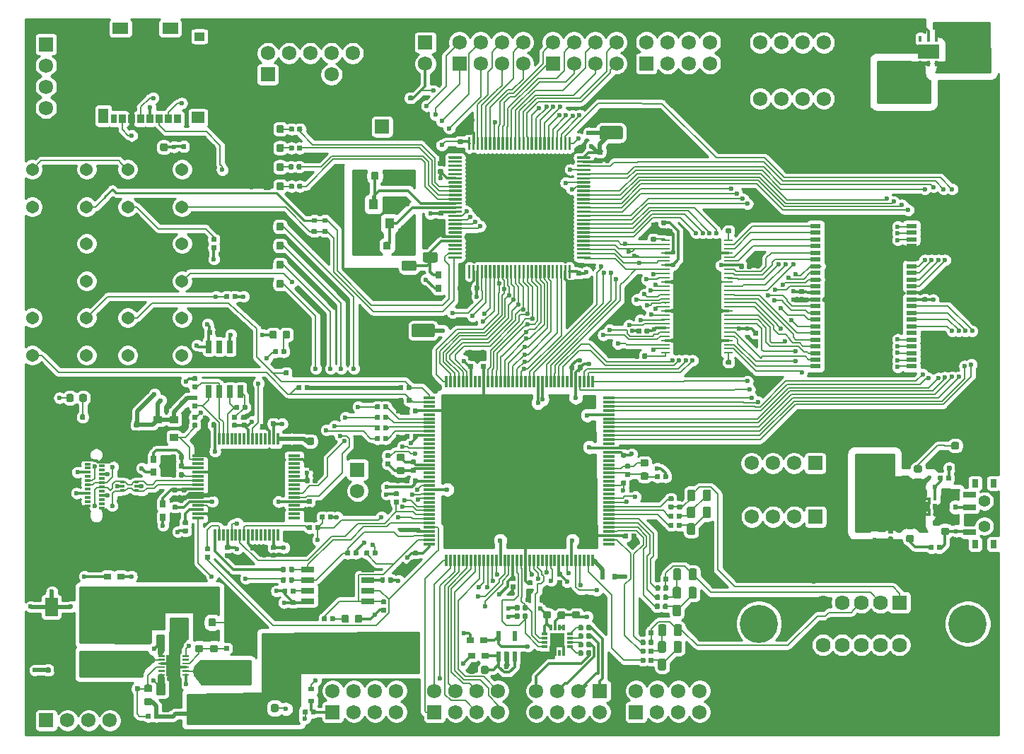
<source format=gbr>
G04 #@! TF.GenerationSoftware,KiCad,Pcbnew,(5.1.5)-3*
G04 #@! TF.CreationDate,2020-08-22T13:10:06+02:00*
G04 #@! TF.ProjectId,TFG20,54464732-302e-46b6-9963-61645f706362,rev?*
G04 #@! TF.SameCoordinates,Original*
G04 #@! TF.FileFunction,Copper,L1,Top*
G04 #@! TF.FilePolarity,Positive*
%FSLAX46Y46*%
G04 Gerber Fmt 4.6, Leading zero omitted, Abs format (unit mm)*
G04 Created by KiCad (PCBNEW (5.1.5)-3) date 2020-08-22 13:10:06*
%MOMM*%
%LPD*%
G04 APERTURE LIST*
%ADD10R,1.100000X1.300000*%
%ADD11C,1.540000*%
%ADD12C,1.725000*%
%ADD13R,1.725000X1.725000*%
%ADD14R,0.700000X0.850000*%
%ADD15C,0.100000*%
%ADD16R,0.700000X0.300000*%
%ADD17O,1.400000X0.800000*%
%ADD18R,1.700000X1.700000*%
%ADD19R,1.295000X0.600000*%
%ADD20R,1.550000X2.200000*%
%ADD21R,0.475000X0.300000*%
%ADD22R,1.500000X0.700000*%
%ADD23R,0.800000X1.000000*%
%ADD24C,1.400000*%
%ADD25R,0.850000X1.100000*%
%ADD26R,0.750000X1.100000*%
%ADD27R,1.170000X1.800000*%
%ADD28R,1.550000X1.350000*%
%ADD29R,1.200000X1.000000*%
%ADD30R,1.900000X1.350000*%
%ADD31R,0.950000X1.150000*%
%ADD32R,0.400000X0.425000*%
%ADD33R,0.480000X0.800000*%
%ADD34R,1.785000X1.785000*%
%ADD35C,1.785000*%
%ADD36C,4.575000*%
%ADD37R,1.000000X0.285000*%
%ADD38R,0.700000X0.600000*%
%ADD39R,0.300000X1.475000*%
%ADD40R,1.475000X0.300000*%
%ADD41R,2.150000X2.250000*%
%ADD42R,1.000000X0.900000*%
%ADD43R,0.600000X0.700000*%
%ADD44R,0.850000X0.700000*%
%ADD45R,0.800000X0.300000*%
%ADD46R,0.300000X0.800000*%
%ADD47R,1.760000X1.760000*%
%ADD48R,0.600000X1.250000*%
%ADD49R,1.650000X0.650000*%
%ADD50R,2.500000X1.750000*%
%ADD51R,0.350000X0.800000*%
%ADD52R,0.650000X1.500000*%
%ADD53R,4.100000X1.850000*%
%ADD54R,1.700000X2.500000*%
%ADD55C,0.600000*%
%ADD56C,0.800000*%
%ADD57C,0.300000*%
%ADD58C,0.200000*%
%ADD59C,0.500000*%
%ADD60C,0.250000*%
%ADD61C,0.254000*%
G04 APERTURE END LIST*
D10*
X61142920Y-59804920D03*
X61142920Y-62104920D03*
X59242920Y-62104920D03*
X59242920Y-59804920D03*
D11*
X29808000Y-55626000D03*
X29808000Y-60126000D03*
X36308000Y-60126000D03*
X36308000Y-55626000D03*
X18392000Y-55626000D03*
X18392000Y-60126000D03*
X24892000Y-60126000D03*
X24892000Y-55626000D03*
X18392000Y-73406000D03*
X18392000Y-77906000D03*
X24892000Y-77906000D03*
X24892000Y-73406000D03*
X29822000Y-73406000D03*
X29822000Y-77906000D03*
X36322000Y-77906000D03*
X36322000Y-73406000D03*
X29822000Y-64516000D03*
X29822000Y-69016000D03*
X36322000Y-69016000D03*
X36322000Y-64516000D03*
D12*
X57320000Y-94160000D03*
D13*
X57320000Y-91620000D03*
D12*
X65445640Y-42966640D03*
D13*
X65445640Y-40426640D03*
D12*
X77150000Y-40409000D03*
X77150000Y-42949000D03*
X74610000Y-40409000D03*
X74610000Y-42949000D03*
X72070000Y-40409000D03*
X72070000Y-42949000D03*
X69530000Y-40409000D03*
D13*
X69530000Y-42949000D03*
D12*
X56750000Y-41710000D03*
X56750000Y-44250000D03*
X54210000Y-41710000D03*
X54210000Y-44250000D03*
X51670000Y-41710000D03*
X51670000Y-44250000D03*
X49130000Y-41710000D03*
X49130000Y-44250000D03*
X46590000Y-41710000D03*
D13*
X46590000Y-44250000D03*
D12*
X88326000Y-40409000D03*
X88326000Y-42949000D03*
X85786000Y-40409000D03*
X85786000Y-42949000D03*
X83246000Y-40409000D03*
X83246000Y-42949000D03*
X80706000Y-40409000D03*
D13*
X80706000Y-42949000D03*
D12*
X99530000Y-40410000D03*
X99530000Y-42950000D03*
X96990000Y-40410000D03*
X96990000Y-42950000D03*
X94450000Y-40410000D03*
X94450000Y-42950000D03*
X91910000Y-40410000D03*
D13*
X91910000Y-42950000D03*
D12*
X98298000Y-118110000D03*
X98298000Y-120650000D03*
X95758000Y-118110000D03*
X95758000Y-120650000D03*
X93218000Y-118110000D03*
X93218000Y-120650000D03*
X90678000Y-118110000D03*
D13*
X90678000Y-120650000D03*
D12*
X74155000Y-118110000D03*
X74155000Y-120650000D03*
X71615000Y-118110000D03*
X71615000Y-120650000D03*
X69075000Y-118110000D03*
X69075000Y-120650000D03*
X66535000Y-118110000D03*
D13*
X66535000Y-120650000D03*
D12*
X78740000Y-120650000D03*
X78740000Y-118110000D03*
X81280000Y-120650000D03*
X81280000Y-118110000D03*
X83820000Y-120650000D03*
X83820000Y-118110000D03*
X86360000Y-120650000D03*
D13*
X86360000Y-118110000D03*
D12*
X61976000Y-118110000D03*
X61976000Y-120650000D03*
X59436000Y-118110000D03*
X59436000Y-120650000D03*
X56896000Y-118110000D03*
X56896000Y-120650000D03*
X54356000Y-118110000D03*
D13*
X54356000Y-120650000D03*
D11*
X18392000Y-64516000D03*
X18392000Y-69016000D03*
X24892000Y-69016000D03*
X24892000Y-64516000D03*
D14*
X67056000Y-68288000D03*
X67056000Y-69888000D03*
G04 #@! TA.AperFunction,SMDPad,CuDef*
D15*
G36*
X121329718Y-99641870D02*
G01*
X121344036Y-99643994D01*
X121358077Y-99647511D01*
X121371706Y-99652388D01*
X121384791Y-99658577D01*
X121397207Y-99666018D01*
X121408833Y-99674641D01*
X121419558Y-99684362D01*
X121429279Y-99695087D01*
X121437902Y-99706713D01*
X121445343Y-99719129D01*
X121451532Y-99732214D01*
X121456409Y-99745843D01*
X121459926Y-99759884D01*
X121462050Y-99774202D01*
X121462760Y-99788660D01*
X121462760Y-100083660D01*
X121462050Y-100098118D01*
X121459926Y-100112436D01*
X121456409Y-100126477D01*
X121451532Y-100140106D01*
X121445343Y-100153191D01*
X121437902Y-100165607D01*
X121429279Y-100177233D01*
X121419558Y-100187958D01*
X121408833Y-100197679D01*
X121397207Y-100206302D01*
X121384791Y-100213743D01*
X121371706Y-100219932D01*
X121358077Y-100224809D01*
X121344036Y-100228326D01*
X121329718Y-100230450D01*
X121315260Y-100231160D01*
X120970260Y-100231160D01*
X120955802Y-100230450D01*
X120941484Y-100228326D01*
X120927443Y-100224809D01*
X120913814Y-100219932D01*
X120900729Y-100213743D01*
X120888313Y-100206302D01*
X120876687Y-100197679D01*
X120865962Y-100187958D01*
X120856241Y-100177233D01*
X120847618Y-100165607D01*
X120840177Y-100153191D01*
X120833988Y-100140106D01*
X120829111Y-100126477D01*
X120825594Y-100112436D01*
X120823470Y-100098118D01*
X120822760Y-100083660D01*
X120822760Y-99788660D01*
X120823470Y-99774202D01*
X120825594Y-99759884D01*
X120829111Y-99745843D01*
X120833988Y-99732214D01*
X120840177Y-99719129D01*
X120847618Y-99706713D01*
X120856241Y-99695087D01*
X120865962Y-99684362D01*
X120876687Y-99674641D01*
X120888313Y-99666018D01*
X120900729Y-99658577D01*
X120913814Y-99652388D01*
X120927443Y-99647511D01*
X120941484Y-99643994D01*
X120955802Y-99641870D01*
X120970260Y-99641160D01*
X121315260Y-99641160D01*
X121329718Y-99641870D01*
G37*
G04 #@! TD.AperFunction*
G04 #@! TA.AperFunction,SMDPad,CuDef*
G36*
X121329718Y-98671870D02*
G01*
X121344036Y-98673994D01*
X121358077Y-98677511D01*
X121371706Y-98682388D01*
X121384791Y-98688577D01*
X121397207Y-98696018D01*
X121408833Y-98704641D01*
X121419558Y-98714362D01*
X121429279Y-98725087D01*
X121437902Y-98736713D01*
X121445343Y-98749129D01*
X121451532Y-98762214D01*
X121456409Y-98775843D01*
X121459926Y-98789884D01*
X121462050Y-98804202D01*
X121462760Y-98818660D01*
X121462760Y-99113660D01*
X121462050Y-99128118D01*
X121459926Y-99142436D01*
X121456409Y-99156477D01*
X121451532Y-99170106D01*
X121445343Y-99183191D01*
X121437902Y-99195607D01*
X121429279Y-99207233D01*
X121419558Y-99217958D01*
X121408833Y-99227679D01*
X121397207Y-99236302D01*
X121384791Y-99243743D01*
X121371706Y-99249932D01*
X121358077Y-99254809D01*
X121344036Y-99258326D01*
X121329718Y-99260450D01*
X121315260Y-99261160D01*
X120970260Y-99261160D01*
X120955802Y-99260450D01*
X120941484Y-99258326D01*
X120927443Y-99254809D01*
X120913814Y-99249932D01*
X120900729Y-99243743D01*
X120888313Y-99236302D01*
X120876687Y-99227679D01*
X120865962Y-99217958D01*
X120856241Y-99207233D01*
X120847618Y-99195607D01*
X120840177Y-99183191D01*
X120833988Y-99170106D01*
X120829111Y-99156477D01*
X120825594Y-99142436D01*
X120823470Y-99128118D01*
X120822760Y-99113660D01*
X120822760Y-98818660D01*
X120823470Y-98804202D01*
X120825594Y-98789884D01*
X120829111Y-98775843D01*
X120833988Y-98762214D01*
X120840177Y-98749129D01*
X120847618Y-98736713D01*
X120856241Y-98725087D01*
X120865962Y-98714362D01*
X120876687Y-98704641D01*
X120888313Y-98696018D01*
X120900729Y-98688577D01*
X120913814Y-98682388D01*
X120927443Y-98677511D01*
X120941484Y-98673994D01*
X120955802Y-98671870D01*
X120970260Y-98671160D01*
X121315260Y-98671160D01*
X121329718Y-98671870D01*
G37*
G04 #@! TD.AperFunction*
G04 #@! TA.AperFunction,SMDPad,CuDef*
G36*
X127138958Y-100610150D02*
G01*
X127153276Y-100612274D01*
X127167317Y-100615791D01*
X127180946Y-100620668D01*
X127194031Y-100626857D01*
X127206447Y-100634298D01*
X127218073Y-100642921D01*
X127228798Y-100652642D01*
X127238519Y-100663367D01*
X127247142Y-100674993D01*
X127254583Y-100687409D01*
X127260772Y-100700494D01*
X127265649Y-100714123D01*
X127269166Y-100728164D01*
X127271290Y-100742482D01*
X127272000Y-100756940D01*
X127272000Y-101101940D01*
X127271290Y-101116398D01*
X127269166Y-101130716D01*
X127265649Y-101144757D01*
X127260772Y-101158386D01*
X127254583Y-101171471D01*
X127247142Y-101183887D01*
X127238519Y-101195513D01*
X127228798Y-101206238D01*
X127218073Y-101215959D01*
X127206447Y-101224582D01*
X127194031Y-101232023D01*
X127180946Y-101238212D01*
X127167317Y-101243089D01*
X127153276Y-101246606D01*
X127138958Y-101248730D01*
X127124500Y-101249440D01*
X126829500Y-101249440D01*
X126815042Y-101248730D01*
X126800724Y-101246606D01*
X126786683Y-101243089D01*
X126773054Y-101238212D01*
X126759969Y-101232023D01*
X126747553Y-101224582D01*
X126735927Y-101215959D01*
X126725202Y-101206238D01*
X126715481Y-101195513D01*
X126706858Y-101183887D01*
X126699417Y-101171471D01*
X126693228Y-101158386D01*
X126688351Y-101144757D01*
X126684834Y-101130716D01*
X126682710Y-101116398D01*
X126682000Y-101101940D01*
X126682000Y-100756940D01*
X126682710Y-100742482D01*
X126684834Y-100728164D01*
X126688351Y-100714123D01*
X126693228Y-100700494D01*
X126699417Y-100687409D01*
X126706858Y-100674993D01*
X126715481Y-100663367D01*
X126725202Y-100652642D01*
X126735927Y-100642921D01*
X126747553Y-100634298D01*
X126759969Y-100626857D01*
X126773054Y-100620668D01*
X126786683Y-100615791D01*
X126800724Y-100612274D01*
X126815042Y-100610150D01*
X126829500Y-100609440D01*
X127124500Y-100609440D01*
X127138958Y-100610150D01*
G37*
G04 #@! TD.AperFunction*
G04 #@! TA.AperFunction,SMDPad,CuDef*
G36*
X126168958Y-100610150D02*
G01*
X126183276Y-100612274D01*
X126197317Y-100615791D01*
X126210946Y-100620668D01*
X126224031Y-100626857D01*
X126236447Y-100634298D01*
X126248073Y-100642921D01*
X126258798Y-100652642D01*
X126268519Y-100663367D01*
X126277142Y-100674993D01*
X126284583Y-100687409D01*
X126290772Y-100700494D01*
X126295649Y-100714123D01*
X126299166Y-100728164D01*
X126301290Y-100742482D01*
X126302000Y-100756940D01*
X126302000Y-101101940D01*
X126301290Y-101116398D01*
X126299166Y-101130716D01*
X126295649Y-101144757D01*
X126290772Y-101158386D01*
X126284583Y-101171471D01*
X126277142Y-101183887D01*
X126268519Y-101195513D01*
X126258798Y-101206238D01*
X126248073Y-101215959D01*
X126236447Y-101224582D01*
X126224031Y-101232023D01*
X126210946Y-101238212D01*
X126197317Y-101243089D01*
X126183276Y-101246606D01*
X126168958Y-101248730D01*
X126154500Y-101249440D01*
X125859500Y-101249440D01*
X125845042Y-101248730D01*
X125830724Y-101246606D01*
X125816683Y-101243089D01*
X125803054Y-101238212D01*
X125789969Y-101232023D01*
X125777553Y-101224582D01*
X125765927Y-101215959D01*
X125755202Y-101206238D01*
X125745481Y-101195513D01*
X125736858Y-101183887D01*
X125729417Y-101171471D01*
X125723228Y-101158386D01*
X125718351Y-101144757D01*
X125714834Y-101130716D01*
X125712710Y-101116398D01*
X125712000Y-101101940D01*
X125712000Y-100756940D01*
X125712710Y-100742482D01*
X125714834Y-100728164D01*
X125718351Y-100714123D01*
X125723228Y-100700494D01*
X125729417Y-100687409D01*
X125736858Y-100674993D01*
X125745481Y-100663367D01*
X125755202Y-100652642D01*
X125765927Y-100642921D01*
X125777553Y-100634298D01*
X125789969Y-100626857D01*
X125803054Y-100620668D01*
X125816683Y-100615791D01*
X125830724Y-100612274D01*
X125845042Y-100610150D01*
X125859500Y-100609440D01*
X126154500Y-100609440D01*
X126168958Y-100610150D01*
G37*
G04 #@! TD.AperFunction*
G04 #@! TA.AperFunction,SMDPad,CuDef*
G36*
X35658051Y-111402893D02*
G01*
X35679286Y-111406043D01*
X35700110Y-111411259D01*
X35720322Y-111418491D01*
X35739728Y-111427670D01*
X35758141Y-111438706D01*
X35775384Y-111451494D01*
X35791290Y-111465910D01*
X35805706Y-111481816D01*
X35818494Y-111499059D01*
X35829530Y-111517472D01*
X35838709Y-111536878D01*
X35845941Y-111557090D01*
X35851157Y-111577914D01*
X35854307Y-111599149D01*
X35855360Y-111620590D01*
X35855360Y-112133090D01*
X35854307Y-112154531D01*
X35851157Y-112175766D01*
X35845941Y-112196590D01*
X35838709Y-112216802D01*
X35829530Y-112236208D01*
X35818494Y-112254621D01*
X35805706Y-112271864D01*
X35791290Y-112287770D01*
X35775384Y-112302186D01*
X35758141Y-112314974D01*
X35739728Y-112326010D01*
X35720322Y-112335189D01*
X35700110Y-112342421D01*
X35679286Y-112347637D01*
X35658051Y-112350787D01*
X35636610Y-112351840D01*
X35199110Y-112351840D01*
X35177669Y-112350787D01*
X35156434Y-112347637D01*
X35135610Y-112342421D01*
X35115398Y-112335189D01*
X35095992Y-112326010D01*
X35077579Y-112314974D01*
X35060336Y-112302186D01*
X35044430Y-112287770D01*
X35030014Y-112271864D01*
X35017226Y-112254621D01*
X35006190Y-112236208D01*
X34997011Y-112216802D01*
X34989779Y-112196590D01*
X34984563Y-112175766D01*
X34981413Y-112154531D01*
X34980360Y-112133090D01*
X34980360Y-111620590D01*
X34981413Y-111599149D01*
X34984563Y-111577914D01*
X34989779Y-111557090D01*
X34997011Y-111536878D01*
X35006190Y-111517472D01*
X35017226Y-111499059D01*
X35030014Y-111481816D01*
X35044430Y-111465910D01*
X35060336Y-111451494D01*
X35077579Y-111438706D01*
X35095992Y-111427670D01*
X35115398Y-111418491D01*
X35135610Y-111411259D01*
X35156434Y-111406043D01*
X35177669Y-111402893D01*
X35199110Y-111401840D01*
X35636610Y-111401840D01*
X35658051Y-111402893D01*
G37*
G04 #@! TD.AperFunction*
G04 #@! TA.AperFunction,SMDPad,CuDef*
G36*
X34083051Y-111402893D02*
G01*
X34104286Y-111406043D01*
X34125110Y-111411259D01*
X34145322Y-111418491D01*
X34164728Y-111427670D01*
X34183141Y-111438706D01*
X34200384Y-111451494D01*
X34216290Y-111465910D01*
X34230706Y-111481816D01*
X34243494Y-111499059D01*
X34254530Y-111517472D01*
X34263709Y-111536878D01*
X34270941Y-111557090D01*
X34276157Y-111577914D01*
X34279307Y-111599149D01*
X34280360Y-111620590D01*
X34280360Y-112133090D01*
X34279307Y-112154531D01*
X34276157Y-112175766D01*
X34270941Y-112196590D01*
X34263709Y-112216802D01*
X34254530Y-112236208D01*
X34243494Y-112254621D01*
X34230706Y-112271864D01*
X34216290Y-112287770D01*
X34200384Y-112302186D01*
X34183141Y-112314974D01*
X34164728Y-112326010D01*
X34145322Y-112335189D01*
X34125110Y-112342421D01*
X34104286Y-112347637D01*
X34083051Y-112350787D01*
X34061610Y-112351840D01*
X33624110Y-112351840D01*
X33602669Y-112350787D01*
X33581434Y-112347637D01*
X33560610Y-112342421D01*
X33540398Y-112335189D01*
X33520992Y-112326010D01*
X33502579Y-112314974D01*
X33485336Y-112302186D01*
X33469430Y-112287770D01*
X33455014Y-112271864D01*
X33442226Y-112254621D01*
X33431190Y-112236208D01*
X33422011Y-112216802D01*
X33414779Y-112196590D01*
X33409563Y-112175766D01*
X33406413Y-112154531D01*
X33405360Y-112133090D01*
X33405360Y-111620590D01*
X33406413Y-111599149D01*
X33409563Y-111577914D01*
X33414779Y-111557090D01*
X33422011Y-111536878D01*
X33431190Y-111517472D01*
X33442226Y-111499059D01*
X33455014Y-111481816D01*
X33469430Y-111465910D01*
X33485336Y-111451494D01*
X33502579Y-111438706D01*
X33520992Y-111427670D01*
X33540398Y-111418491D01*
X33560610Y-111411259D01*
X33581434Y-111406043D01*
X33602669Y-111402893D01*
X33624110Y-111401840D01*
X34061610Y-111401840D01*
X34083051Y-111402893D01*
G37*
G04 #@! TD.AperFunction*
G04 #@! TA.AperFunction,SMDPad,CuDef*
G36*
X35642811Y-117417613D02*
G01*
X35664046Y-117420763D01*
X35684870Y-117425979D01*
X35705082Y-117433211D01*
X35724488Y-117442390D01*
X35742901Y-117453426D01*
X35760144Y-117466214D01*
X35776050Y-117480630D01*
X35790466Y-117496536D01*
X35803254Y-117513779D01*
X35814290Y-117532192D01*
X35823469Y-117551598D01*
X35830701Y-117571810D01*
X35835917Y-117592634D01*
X35839067Y-117613869D01*
X35840120Y-117635310D01*
X35840120Y-118147810D01*
X35839067Y-118169251D01*
X35835917Y-118190486D01*
X35830701Y-118211310D01*
X35823469Y-118231522D01*
X35814290Y-118250928D01*
X35803254Y-118269341D01*
X35790466Y-118286584D01*
X35776050Y-118302490D01*
X35760144Y-118316906D01*
X35742901Y-118329694D01*
X35724488Y-118340730D01*
X35705082Y-118349909D01*
X35684870Y-118357141D01*
X35664046Y-118362357D01*
X35642811Y-118365507D01*
X35621370Y-118366560D01*
X35183870Y-118366560D01*
X35162429Y-118365507D01*
X35141194Y-118362357D01*
X35120370Y-118357141D01*
X35100158Y-118349909D01*
X35080752Y-118340730D01*
X35062339Y-118329694D01*
X35045096Y-118316906D01*
X35029190Y-118302490D01*
X35014774Y-118286584D01*
X35001986Y-118269341D01*
X34990950Y-118250928D01*
X34981771Y-118231522D01*
X34974539Y-118211310D01*
X34969323Y-118190486D01*
X34966173Y-118169251D01*
X34965120Y-118147810D01*
X34965120Y-117635310D01*
X34966173Y-117613869D01*
X34969323Y-117592634D01*
X34974539Y-117571810D01*
X34981771Y-117551598D01*
X34990950Y-117532192D01*
X35001986Y-117513779D01*
X35014774Y-117496536D01*
X35029190Y-117480630D01*
X35045096Y-117466214D01*
X35062339Y-117453426D01*
X35080752Y-117442390D01*
X35100158Y-117433211D01*
X35120370Y-117425979D01*
X35141194Y-117420763D01*
X35162429Y-117417613D01*
X35183870Y-117416560D01*
X35621370Y-117416560D01*
X35642811Y-117417613D01*
G37*
G04 #@! TD.AperFunction*
G04 #@! TA.AperFunction,SMDPad,CuDef*
G36*
X34067811Y-117417613D02*
G01*
X34089046Y-117420763D01*
X34109870Y-117425979D01*
X34130082Y-117433211D01*
X34149488Y-117442390D01*
X34167901Y-117453426D01*
X34185144Y-117466214D01*
X34201050Y-117480630D01*
X34215466Y-117496536D01*
X34228254Y-117513779D01*
X34239290Y-117532192D01*
X34248469Y-117551598D01*
X34255701Y-117571810D01*
X34260917Y-117592634D01*
X34264067Y-117613869D01*
X34265120Y-117635310D01*
X34265120Y-118147810D01*
X34264067Y-118169251D01*
X34260917Y-118190486D01*
X34255701Y-118211310D01*
X34248469Y-118231522D01*
X34239290Y-118250928D01*
X34228254Y-118269341D01*
X34215466Y-118286584D01*
X34201050Y-118302490D01*
X34185144Y-118316906D01*
X34167901Y-118329694D01*
X34149488Y-118340730D01*
X34130082Y-118349909D01*
X34109870Y-118357141D01*
X34089046Y-118362357D01*
X34067811Y-118365507D01*
X34046370Y-118366560D01*
X33608870Y-118366560D01*
X33587429Y-118365507D01*
X33566194Y-118362357D01*
X33545370Y-118357141D01*
X33525158Y-118349909D01*
X33505752Y-118340730D01*
X33487339Y-118329694D01*
X33470096Y-118316906D01*
X33454190Y-118302490D01*
X33439774Y-118286584D01*
X33426986Y-118269341D01*
X33415950Y-118250928D01*
X33406771Y-118231522D01*
X33399539Y-118211310D01*
X33394323Y-118190486D01*
X33391173Y-118169251D01*
X33390120Y-118147810D01*
X33390120Y-117635310D01*
X33391173Y-117613869D01*
X33394323Y-117592634D01*
X33399539Y-117571810D01*
X33406771Y-117551598D01*
X33415950Y-117532192D01*
X33426986Y-117513779D01*
X33439774Y-117496536D01*
X33454190Y-117480630D01*
X33470096Y-117466214D01*
X33487339Y-117453426D01*
X33505752Y-117442390D01*
X33525158Y-117433211D01*
X33545370Y-117425979D01*
X33566194Y-117420763D01*
X33587429Y-117417613D01*
X33608870Y-117416560D01*
X34046370Y-117416560D01*
X34067811Y-117417613D01*
G37*
G04 #@! TD.AperFunction*
G04 #@! TA.AperFunction,SMDPad,CuDef*
G36*
X129157291Y-88290933D02*
G01*
X129178526Y-88294083D01*
X129199350Y-88299299D01*
X129219562Y-88306531D01*
X129238968Y-88315710D01*
X129257381Y-88326746D01*
X129274624Y-88339534D01*
X129290530Y-88353950D01*
X129304946Y-88369856D01*
X129317734Y-88387099D01*
X129328770Y-88405512D01*
X129337949Y-88424918D01*
X129345181Y-88445130D01*
X129350397Y-88465954D01*
X129353547Y-88487189D01*
X129354600Y-88508630D01*
X129354600Y-88946130D01*
X129353547Y-88967571D01*
X129350397Y-88988806D01*
X129345181Y-89009630D01*
X129337949Y-89029842D01*
X129328770Y-89049248D01*
X129317734Y-89067661D01*
X129304946Y-89084904D01*
X129290530Y-89100810D01*
X129274624Y-89115226D01*
X129257381Y-89128014D01*
X129238968Y-89139050D01*
X129219562Y-89148229D01*
X129199350Y-89155461D01*
X129178526Y-89160677D01*
X129157291Y-89163827D01*
X129135850Y-89164880D01*
X128623350Y-89164880D01*
X128601909Y-89163827D01*
X128580674Y-89160677D01*
X128559850Y-89155461D01*
X128539638Y-89148229D01*
X128520232Y-89139050D01*
X128501819Y-89128014D01*
X128484576Y-89115226D01*
X128468670Y-89100810D01*
X128454254Y-89084904D01*
X128441466Y-89067661D01*
X128430430Y-89049248D01*
X128421251Y-89029842D01*
X128414019Y-89009630D01*
X128408803Y-88988806D01*
X128405653Y-88967571D01*
X128404600Y-88946130D01*
X128404600Y-88508630D01*
X128405653Y-88487189D01*
X128408803Y-88465954D01*
X128414019Y-88445130D01*
X128421251Y-88424918D01*
X128430430Y-88405512D01*
X128441466Y-88387099D01*
X128454254Y-88369856D01*
X128468670Y-88353950D01*
X128484576Y-88339534D01*
X128501819Y-88326746D01*
X128520232Y-88315710D01*
X128539638Y-88306531D01*
X128559850Y-88299299D01*
X128580674Y-88294083D01*
X128601909Y-88290933D01*
X128623350Y-88289880D01*
X129135850Y-88289880D01*
X129157291Y-88290933D01*
G37*
G04 #@! TD.AperFunction*
G04 #@! TA.AperFunction,SMDPad,CuDef*
G36*
X129157291Y-86715933D02*
G01*
X129178526Y-86719083D01*
X129199350Y-86724299D01*
X129219562Y-86731531D01*
X129238968Y-86740710D01*
X129257381Y-86751746D01*
X129274624Y-86764534D01*
X129290530Y-86778950D01*
X129304946Y-86794856D01*
X129317734Y-86812099D01*
X129328770Y-86830512D01*
X129337949Y-86849918D01*
X129345181Y-86870130D01*
X129350397Y-86890954D01*
X129353547Y-86912189D01*
X129354600Y-86933630D01*
X129354600Y-87371130D01*
X129353547Y-87392571D01*
X129350397Y-87413806D01*
X129345181Y-87434630D01*
X129337949Y-87454842D01*
X129328770Y-87474248D01*
X129317734Y-87492661D01*
X129304946Y-87509904D01*
X129290530Y-87525810D01*
X129274624Y-87540226D01*
X129257381Y-87553014D01*
X129238968Y-87564050D01*
X129219562Y-87573229D01*
X129199350Y-87580461D01*
X129178526Y-87585677D01*
X129157291Y-87588827D01*
X129135850Y-87589880D01*
X128623350Y-87589880D01*
X128601909Y-87588827D01*
X128580674Y-87585677D01*
X128559850Y-87580461D01*
X128539638Y-87573229D01*
X128520232Y-87564050D01*
X128501819Y-87553014D01*
X128484576Y-87540226D01*
X128468670Y-87525810D01*
X128454254Y-87509904D01*
X128441466Y-87492661D01*
X128430430Y-87474248D01*
X128421251Y-87454842D01*
X128414019Y-87434630D01*
X128408803Y-87413806D01*
X128405653Y-87392571D01*
X128404600Y-87371130D01*
X128404600Y-86933630D01*
X128405653Y-86912189D01*
X128408803Y-86890954D01*
X128414019Y-86870130D01*
X128421251Y-86849918D01*
X128430430Y-86830512D01*
X128441466Y-86812099D01*
X128454254Y-86794856D01*
X128468670Y-86778950D01*
X128484576Y-86764534D01*
X128501819Y-86751746D01*
X128520232Y-86740710D01*
X128539638Y-86731531D01*
X128559850Y-86724299D01*
X128580674Y-86719083D01*
X128601909Y-86715933D01*
X128623350Y-86714880D01*
X129135850Y-86714880D01*
X129157291Y-86715933D01*
G37*
G04 #@! TD.AperFunction*
G04 #@! TA.AperFunction,SMDPad,CuDef*
G36*
X47646851Y-119693453D02*
G01*
X47668086Y-119696603D01*
X47688910Y-119701819D01*
X47709122Y-119709051D01*
X47728528Y-119718230D01*
X47746941Y-119729266D01*
X47764184Y-119742054D01*
X47780090Y-119756470D01*
X47794506Y-119772376D01*
X47807294Y-119789619D01*
X47818330Y-119808032D01*
X47827509Y-119827438D01*
X47834741Y-119847650D01*
X47839957Y-119868474D01*
X47843107Y-119889709D01*
X47844160Y-119911150D01*
X47844160Y-120423650D01*
X47843107Y-120445091D01*
X47839957Y-120466326D01*
X47834741Y-120487150D01*
X47827509Y-120507362D01*
X47818330Y-120526768D01*
X47807294Y-120545181D01*
X47794506Y-120562424D01*
X47780090Y-120578330D01*
X47764184Y-120592746D01*
X47746941Y-120605534D01*
X47728528Y-120616570D01*
X47709122Y-120625749D01*
X47688910Y-120632981D01*
X47668086Y-120638197D01*
X47646851Y-120641347D01*
X47625410Y-120642400D01*
X47187910Y-120642400D01*
X47166469Y-120641347D01*
X47145234Y-120638197D01*
X47124410Y-120632981D01*
X47104198Y-120625749D01*
X47084792Y-120616570D01*
X47066379Y-120605534D01*
X47049136Y-120592746D01*
X47033230Y-120578330D01*
X47018814Y-120562424D01*
X47006026Y-120545181D01*
X46994990Y-120526768D01*
X46985811Y-120507362D01*
X46978579Y-120487150D01*
X46973363Y-120466326D01*
X46970213Y-120445091D01*
X46969160Y-120423650D01*
X46969160Y-119911150D01*
X46970213Y-119889709D01*
X46973363Y-119868474D01*
X46978579Y-119847650D01*
X46985811Y-119827438D01*
X46994990Y-119808032D01*
X47006026Y-119789619D01*
X47018814Y-119772376D01*
X47033230Y-119756470D01*
X47049136Y-119742054D01*
X47066379Y-119729266D01*
X47084792Y-119718230D01*
X47104198Y-119709051D01*
X47124410Y-119701819D01*
X47145234Y-119696603D01*
X47166469Y-119693453D01*
X47187910Y-119692400D01*
X47625410Y-119692400D01*
X47646851Y-119693453D01*
G37*
G04 #@! TD.AperFunction*
G04 #@! TA.AperFunction,SMDPad,CuDef*
G36*
X46071851Y-119693453D02*
G01*
X46093086Y-119696603D01*
X46113910Y-119701819D01*
X46134122Y-119709051D01*
X46153528Y-119718230D01*
X46171941Y-119729266D01*
X46189184Y-119742054D01*
X46205090Y-119756470D01*
X46219506Y-119772376D01*
X46232294Y-119789619D01*
X46243330Y-119808032D01*
X46252509Y-119827438D01*
X46259741Y-119847650D01*
X46264957Y-119868474D01*
X46268107Y-119889709D01*
X46269160Y-119911150D01*
X46269160Y-120423650D01*
X46268107Y-120445091D01*
X46264957Y-120466326D01*
X46259741Y-120487150D01*
X46252509Y-120507362D01*
X46243330Y-120526768D01*
X46232294Y-120545181D01*
X46219506Y-120562424D01*
X46205090Y-120578330D01*
X46189184Y-120592746D01*
X46171941Y-120605534D01*
X46153528Y-120616570D01*
X46134122Y-120625749D01*
X46113910Y-120632981D01*
X46093086Y-120638197D01*
X46071851Y-120641347D01*
X46050410Y-120642400D01*
X45612910Y-120642400D01*
X45591469Y-120641347D01*
X45570234Y-120638197D01*
X45549410Y-120632981D01*
X45529198Y-120625749D01*
X45509792Y-120616570D01*
X45491379Y-120605534D01*
X45474136Y-120592746D01*
X45458230Y-120578330D01*
X45443814Y-120562424D01*
X45431026Y-120545181D01*
X45419990Y-120526768D01*
X45410811Y-120507362D01*
X45403579Y-120487150D01*
X45398363Y-120466326D01*
X45395213Y-120445091D01*
X45394160Y-120423650D01*
X45394160Y-119911150D01*
X45395213Y-119889709D01*
X45398363Y-119868474D01*
X45403579Y-119847650D01*
X45410811Y-119827438D01*
X45419990Y-119808032D01*
X45431026Y-119789619D01*
X45443814Y-119772376D01*
X45458230Y-119756470D01*
X45474136Y-119742054D01*
X45491379Y-119729266D01*
X45509792Y-119718230D01*
X45529198Y-119709051D01*
X45549410Y-119701819D01*
X45570234Y-119696603D01*
X45591469Y-119693453D01*
X45612910Y-119692400D01*
X46050410Y-119692400D01*
X46071851Y-119693453D01*
G37*
G04 #@! TD.AperFunction*
G04 #@! TA.AperFunction,SMDPad,CuDef*
G36*
X40169091Y-109431853D02*
G01*
X40190326Y-109435003D01*
X40211150Y-109440219D01*
X40231362Y-109447451D01*
X40250768Y-109456630D01*
X40269181Y-109467666D01*
X40286424Y-109480454D01*
X40302330Y-109494870D01*
X40316746Y-109510776D01*
X40329534Y-109528019D01*
X40340570Y-109546432D01*
X40349749Y-109565838D01*
X40356981Y-109586050D01*
X40362197Y-109606874D01*
X40365347Y-109628109D01*
X40366400Y-109649550D01*
X40366400Y-110162050D01*
X40365347Y-110183491D01*
X40362197Y-110204726D01*
X40356981Y-110225550D01*
X40349749Y-110245762D01*
X40340570Y-110265168D01*
X40329534Y-110283581D01*
X40316746Y-110300824D01*
X40302330Y-110316730D01*
X40286424Y-110331146D01*
X40269181Y-110343934D01*
X40250768Y-110354970D01*
X40231362Y-110364149D01*
X40211150Y-110371381D01*
X40190326Y-110376597D01*
X40169091Y-110379747D01*
X40147650Y-110380800D01*
X39710150Y-110380800D01*
X39688709Y-110379747D01*
X39667474Y-110376597D01*
X39646650Y-110371381D01*
X39626438Y-110364149D01*
X39607032Y-110354970D01*
X39588619Y-110343934D01*
X39571376Y-110331146D01*
X39555470Y-110316730D01*
X39541054Y-110300824D01*
X39528266Y-110283581D01*
X39517230Y-110265168D01*
X39508051Y-110245762D01*
X39500819Y-110225550D01*
X39495603Y-110204726D01*
X39492453Y-110183491D01*
X39491400Y-110162050D01*
X39491400Y-109649550D01*
X39492453Y-109628109D01*
X39495603Y-109606874D01*
X39500819Y-109586050D01*
X39508051Y-109565838D01*
X39517230Y-109546432D01*
X39528266Y-109528019D01*
X39541054Y-109510776D01*
X39555470Y-109494870D01*
X39571376Y-109480454D01*
X39588619Y-109467666D01*
X39607032Y-109456630D01*
X39626438Y-109447451D01*
X39646650Y-109440219D01*
X39667474Y-109435003D01*
X39688709Y-109431853D01*
X39710150Y-109430800D01*
X40147650Y-109430800D01*
X40169091Y-109431853D01*
G37*
G04 #@! TD.AperFunction*
G04 #@! TA.AperFunction,SMDPad,CuDef*
G36*
X38594091Y-109431853D02*
G01*
X38615326Y-109435003D01*
X38636150Y-109440219D01*
X38656362Y-109447451D01*
X38675768Y-109456630D01*
X38694181Y-109467666D01*
X38711424Y-109480454D01*
X38727330Y-109494870D01*
X38741746Y-109510776D01*
X38754534Y-109528019D01*
X38765570Y-109546432D01*
X38774749Y-109565838D01*
X38781981Y-109586050D01*
X38787197Y-109606874D01*
X38790347Y-109628109D01*
X38791400Y-109649550D01*
X38791400Y-110162050D01*
X38790347Y-110183491D01*
X38787197Y-110204726D01*
X38781981Y-110225550D01*
X38774749Y-110245762D01*
X38765570Y-110265168D01*
X38754534Y-110283581D01*
X38741746Y-110300824D01*
X38727330Y-110316730D01*
X38711424Y-110331146D01*
X38694181Y-110343934D01*
X38675768Y-110354970D01*
X38656362Y-110364149D01*
X38636150Y-110371381D01*
X38615326Y-110376597D01*
X38594091Y-110379747D01*
X38572650Y-110380800D01*
X38135150Y-110380800D01*
X38113709Y-110379747D01*
X38092474Y-110376597D01*
X38071650Y-110371381D01*
X38051438Y-110364149D01*
X38032032Y-110354970D01*
X38013619Y-110343934D01*
X37996376Y-110331146D01*
X37980470Y-110316730D01*
X37966054Y-110300824D01*
X37953266Y-110283581D01*
X37942230Y-110265168D01*
X37933051Y-110245762D01*
X37925819Y-110225550D01*
X37920603Y-110204726D01*
X37917453Y-110183491D01*
X37916400Y-110162050D01*
X37916400Y-109649550D01*
X37917453Y-109628109D01*
X37920603Y-109606874D01*
X37925819Y-109586050D01*
X37933051Y-109565838D01*
X37942230Y-109546432D01*
X37953266Y-109528019D01*
X37966054Y-109510776D01*
X37980470Y-109494870D01*
X37996376Y-109480454D01*
X38013619Y-109467666D01*
X38032032Y-109456630D01*
X38051438Y-109447451D01*
X38071650Y-109440219D01*
X38092474Y-109435003D01*
X38113709Y-109431853D01*
X38135150Y-109430800D01*
X38572650Y-109430800D01*
X38594091Y-109431853D01*
G37*
G04 #@! TD.AperFunction*
G04 #@! TA.AperFunction,SMDPad,CuDef*
G36*
X69765351Y-54048361D02*
G01*
X69772632Y-54049441D01*
X69779771Y-54051229D01*
X69786701Y-54053709D01*
X69793355Y-54056856D01*
X69799668Y-54060640D01*
X69805579Y-54065024D01*
X69811033Y-54069967D01*
X69815976Y-54075421D01*
X69820360Y-54081332D01*
X69824144Y-54087645D01*
X69827291Y-54094299D01*
X69829771Y-54101229D01*
X69831559Y-54108368D01*
X69832639Y-54115649D01*
X69833000Y-54123000D01*
X69833000Y-54273000D01*
X69832639Y-54280351D01*
X69831559Y-54287632D01*
X69829771Y-54294771D01*
X69827291Y-54301701D01*
X69824144Y-54308355D01*
X69820360Y-54314668D01*
X69815976Y-54320579D01*
X69811033Y-54326033D01*
X69805579Y-54330976D01*
X69799668Y-54335360D01*
X69793355Y-54339144D01*
X69786701Y-54342291D01*
X69779771Y-54344771D01*
X69772632Y-54346559D01*
X69765351Y-54347639D01*
X69758000Y-54348000D01*
X68308000Y-54348000D01*
X68300649Y-54347639D01*
X68293368Y-54346559D01*
X68286229Y-54344771D01*
X68279299Y-54342291D01*
X68272645Y-54339144D01*
X68266332Y-54335360D01*
X68260421Y-54330976D01*
X68254967Y-54326033D01*
X68250024Y-54320579D01*
X68245640Y-54314668D01*
X68241856Y-54308355D01*
X68238709Y-54301701D01*
X68236229Y-54294771D01*
X68234441Y-54287632D01*
X68233361Y-54280351D01*
X68233000Y-54273000D01*
X68233000Y-54123000D01*
X68233361Y-54115649D01*
X68234441Y-54108368D01*
X68236229Y-54101229D01*
X68238709Y-54094299D01*
X68241856Y-54087645D01*
X68245640Y-54081332D01*
X68250024Y-54075421D01*
X68254967Y-54069967D01*
X68260421Y-54065024D01*
X68266332Y-54060640D01*
X68272645Y-54056856D01*
X68279299Y-54053709D01*
X68286229Y-54051229D01*
X68293368Y-54049441D01*
X68300649Y-54048361D01*
X68308000Y-54048000D01*
X69758000Y-54048000D01*
X69765351Y-54048361D01*
G37*
G04 #@! TD.AperFunction*
G04 #@! TA.AperFunction,SMDPad,CuDef*
G36*
X69765351Y-54548361D02*
G01*
X69772632Y-54549441D01*
X69779771Y-54551229D01*
X69786701Y-54553709D01*
X69793355Y-54556856D01*
X69799668Y-54560640D01*
X69805579Y-54565024D01*
X69811033Y-54569967D01*
X69815976Y-54575421D01*
X69820360Y-54581332D01*
X69824144Y-54587645D01*
X69827291Y-54594299D01*
X69829771Y-54601229D01*
X69831559Y-54608368D01*
X69832639Y-54615649D01*
X69833000Y-54623000D01*
X69833000Y-54773000D01*
X69832639Y-54780351D01*
X69831559Y-54787632D01*
X69829771Y-54794771D01*
X69827291Y-54801701D01*
X69824144Y-54808355D01*
X69820360Y-54814668D01*
X69815976Y-54820579D01*
X69811033Y-54826033D01*
X69805579Y-54830976D01*
X69799668Y-54835360D01*
X69793355Y-54839144D01*
X69786701Y-54842291D01*
X69779771Y-54844771D01*
X69772632Y-54846559D01*
X69765351Y-54847639D01*
X69758000Y-54848000D01*
X68308000Y-54848000D01*
X68300649Y-54847639D01*
X68293368Y-54846559D01*
X68286229Y-54844771D01*
X68279299Y-54842291D01*
X68272645Y-54839144D01*
X68266332Y-54835360D01*
X68260421Y-54830976D01*
X68254967Y-54826033D01*
X68250024Y-54820579D01*
X68245640Y-54814668D01*
X68241856Y-54808355D01*
X68238709Y-54801701D01*
X68236229Y-54794771D01*
X68234441Y-54787632D01*
X68233361Y-54780351D01*
X68233000Y-54773000D01*
X68233000Y-54623000D01*
X68233361Y-54615649D01*
X68234441Y-54608368D01*
X68236229Y-54601229D01*
X68238709Y-54594299D01*
X68241856Y-54587645D01*
X68245640Y-54581332D01*
X68250024Y-54575421D01*
X68254967Y-54569967D01*
X68260421Y-54565024D01*
X68266332Y-54560640D01*
X68272645Y-54556856D01*
X68279299Y-54553709D01*
X68286229Y-54551229D01*
X68293368Y-54549441D01*
X68300649Y-54548361D01*
X68308000Y-54548000D01*
X69758000Y-54548000D01*
X69765351Y-54548361D01*
G37*
G04 #@! TD.AperFunction*
G04 #@! TA.AperFunction,SMDPad,CuDef*
G36*
X69765351Y-55048361D02*
G01*
X69772632Y-55049441D01*
X69779771Y-55051229D01*
X69786701Y-55053709D01*
X69793355Y-55056856D01*
X69799668Y-55060640D01*
X69805579Y-55065024D01*
X69811033Y-55069967D01*
X69815976Y-55075421D01*
X69820360Y-55081332D01*
X69824144Y-55087645D01*
X69827291Y-55094299D01*
X69829771Y-55101229D01*
X69831559Y-55108368D01*
X69832639Y-55115649D01*
X69833000Y-55123000D01*
X69833000Y-55273000D01*
X69832639Y-55280351D01*
X69831559Y-55287632D01*
X69829771Y-55294771D01*
X69827291Y-55301701D01*
X69824144Y-55308355D01*
X69820360Y-55314668D01*
X69815976Y-55320579D01*
X69811033Y-55326033D01*
X69805579Y-55330976D01*
X69799668Y-55335360D01*
X69793355Y-55339144D01*
X69786701Y-55342291D01*
X69779771Y-55344771D01*
X69772632Y-55346559D01*
X69765351Y-55347639D01*
X69758000Y-55348000D01*
X68308000Y-55348000D01*
X68300649Y-55347639D01*
X68293368Y-55346559D01*
X68286229Y-55344771D01*
X68279299Y-55342291D01*
X68272645Y-55339144D01*
X68266332Y-55335360D01*
X68260421Y-55330976D01*
X68254967Y-55326033D01*
X68250024Y-55320579D01*
X68245640Y-55314668D01*
X68241856Y-55308355D01*
X68238709Y-55301701D01*
X68236229Y-55294771D01*
X68234441Y-55287632D01*
X68233361Y-55280351D01*
X68233000Y-55273000D01*
X68233000Y-55123000D01*
X68233361Y-55115649D01*
X68234441Y-55108368D01*
X68236229Y-55101229D01*
X68238709Y-55094299D01*
X68241856Y-55087645D01*
X68245640Y-55081332D01*
X68250024Y-55075421D01*
X68254967Y-55069967D01*
X68260421Y-55065024D01*
X68266332Y-55060640D01*
X68272645Y-55056856D01*
X68279299Y-55053709D01*
X68286229Y-55051229D01*
X68293368Y-55049441D01*
X68300649Y-55048361D01*
X68308000Y-55048000D01*
X69758000Y-55048000D01*
X69765351Y-55048361D01*
G37*
G04 #@! TD.AperFunction*
G04 #@! TA.AperFunction,SMDPad,CuDef*
G36*
X69765351Y-55548361D02*
G01*
X69772632Y-55549441D01*
X69779771Y-55551229D01*
X69786701Y-55553709D01*
X69793355Y-55556856D01*
X69799668Y-55560640D01*
X69805579Y-55565024D01*
X69811033Y-55569967D01*
X69815976Y-55575421D01*
X69820360Y-55581332D01*
X69824144Y-55587645D01*
X69827291Y-55594299D01*
X69829771Y-55601229D01*
X69831559Y-55608368D01*
X69832639Y-55615649D01*
X69833000Y-55623000D01*
X69833000Y-55773000D01*
X69832639Y-55780351D01*
X69831559Y-55787632D01*
X69829771Y-55794771D01*
X69827291Y-55801701D01*
X69824144Y-55808355D01*
X69820360Y-55814668D01*
X69815976Y-55820579D01*
X69811033Y-55826033D01*
X69805579Y-55830976D01*
X69799668Y-55835360D01*
X69793355Y-55839144D01*
X69786701Y-55842291D01*
X69779771Y-55844771D01*
X69772632Y-55846559D01*
X69765351Y-55847639D01*
X69758000Y-55848000D01*
X68308000Y-55848000D01*
X68300649Y-55847639D01*
X68293368Y-55846559D01*
X68286229Y-55844771D01*
X68279299Y-55842291D01*
X68272645Y-55839144D01*
X68266332Y-55835360D01*
X68260421Y-55830976D01*
X68254967Y-55826033D01*
X68250024Y-55820579D01*
X68245640Y-55814668D01*
X68241856Y-55808355D01*
X68238709Y-55801701D01*
X68236229Y-55794771D01*
X68234441Y-55787632D01*
X68233361Y-55780351D01*
X68233000Y-55773000D01*
X68233000Y-55623000D01*
X68233361Y-55615649D01*
X68234441Y-55608368D01*
X68236229Y-55601229D01*
X68238709Y-55594299D01*
X68241856Y-55587645D01*
X68245640Y-55581332D01*
X68250024Y-55575421D01*
X68254967Y-55569967D01*
X68260421Y-55565024D01*
X68266332Y-55560640D01*
X68272645Y-55556856D01*
X68279299Y-55553709D01*
X68286229Y-55551229D01*
X68293368Y-55549441D01*
X68300649Y-55548361D01*
X68308000Y-55548000D01*
X69758000Y-55548000D01*
X69765351Y-55548361D01*
G37*
G04 #@! TD.AperFunction*
G04 #@! TA.AperFunction,SMDPad,CuDef*
G36*
X69765351Y-56048361D02*
G01*
X69772632Y-56049441D01*
X69779771Y-56051229D01*
X69786701Y-56053709D01*
X69793355Y-56056856D01*
X69799668Y-56060640D01*
X69805579Y-56065024D01*
X69811033Y-56069967D01*
X69815976Y-56075421D01*
X69820360Y-56081332D01*
X69824144Y-56087645D01*
X69827291Y-56094299D01*
X69829771Y-56101229D01*
X69831559Y-56108368D01*
X69832639Y-56115649D01*
X69833000Y-56123000D01*
X69833000Y-56273000D01*
X69832639Y-56280351D01*
X69831559Y-56287632D01*
X69829771Y-56294771D01*
X69827291Y-56301701D01*
X69824144Y-56308355D01*
X69820360Y-56314668D01*
X69815976Y-56320579D01*
X69811033Y-56326033D01*
X69805579Y-56330976D01*
X69799668Y-56335360D01*
X69793355Y-56339144D01*
X69786701Y-56342291D01*
X69779771Y-56344771D01*
X69772632Y-56346559D01*
X69765351Y-56347639D01*
X69758000Y-56348000D01*
X68308000Y-56348000D01*
X68300649Y-56347639D01*
X68293368Y-56346559D01*
X68286229Y-56344771D01*
X68279299Y-56342291D01*
X68272645Y-56339144D01*
X68266332Y-56335360D01*
X68260421Y-56330976D01*
X68254967Y-56326033D01*
X68250024Y-56320579D01*
X68245640Y-56314668D01*
X68241856Y-56308355D01*
X68238709Y-56301701D01*
X68236229Y-56294771D01*
X68234441Y-56287632D01*
X68233361Y-56280351D01*
X68233000Y-56273000D01*
X68233000Y-56123000D01*
X68233361Y-56115649D01*
X68234441Y-56108368D01*
X68236229Y-56101229D01*
X68238709Y-56094299D01*
X68241856Y-56087645D01*
X68245640Y-56081332D01*
X68250024Y-56075421D01*
X68254967Y-56069967D01*
X68260421Y-56065024D01*
X68266332Y-56060640D01*
X68272645Y-56056856D01*
X68279299Y-56053709D01*
X68286229Y-56051229D01*
X68293368Y-56049441D01*
X68300649Y-56048361D01*
X68308000Y-56048000D01*
X69758000Y-56048000D01*
X69765351Y-56048361D01*
G37*
G04 #@! TD.AperFunction*
G04 #@! TA.AperFunction,SMDPad,CuDef*
G36*
X69765351Y-56548361D02*
G01*
X69772632Y-56549441D01*
X69779771Y-56551229D01*
X69786701Y-56553709D01*
X69793355Y-56556856D01*
X69799668Y-56560640D01*
X69805579Y-56565024D01*
X69811033Y-56569967D01*
X69815976Y-56575421D01*
X69820360Y-56581332D01*
X69824144Y-56587645D01*
X69827291Y-56594299D01*
X69829771Y-56601229D01*
X69831559Y-56608368D01*
X69832639Y-56615649D01*
X69833000Y-56623000D01*
X69833000Y-56773000D01*
X69832639Y-56780351D01*
X69831559Y-56787632D01*
X69829771Y-56794771D01*
X69827291Y-56801701D01*
X69824144Y-56808355D01*
X69820360Y-56814668D01*
X69815976Y-56820579D01*
X69811033Y-56826033D01*
X69805579Y-56830976D01*
X69799668Y-56835360D01*
X69793355Y-56839144D01*
X69786701Y-56842291D01*
X69779771Y-56844771D01*
X69772632Y-56846559D01*
X69765351Y-56847639D01*
X69758000Y-56848000D01*
X68308000Y-56848000D01*
X68300649Y-56847639D01*
X68293368Y-56846559D01*
X68286229Y-56844771D01*
X68279299Y-56842291D01*
X68272645Y-56839144D01*
X68266332Y-56835360D01*
X68260421Y-56830976D01*
X68254967Y-56826033D01*
X68250024Y-56820579D01*
X68245640Y-56814668D01*
X68241856Y-56808355D01*
X68238709Y-56801701D01*
X68236229Y-56794771D01*
X68234441Y-56787632D01*
X68233361Y-56780351D01*
X68233000Y-56773000D01*
X68233000Y-56623000D01*
X68233361Y-56615649D01*
X68234441Y-56608368D01*
X68236229Y-56601229D01*
X68238709Y-56594299D01*
X68241856Y-56587645D01*
X68245640Y-56581332D01*
X68250024Y-56575421D01*
X68254967Y-56569967D01*
X68260421Y-56565024D01*
X68266332Y-56560640D01*
X68272645Y-56556856D01*
X68279299Y-56553709D01*
X68286229Y-56551229D01*
X68293368Y-56549441D01*
X68300649Y-56548361D01*
X68308000Y-56548000D01*
X69758000Y-56548000D01*
X69765351Y-56548361D01*
G37*
G04 #@! TD.AperFunction*
G04 #@! TA.AperFunction,SMDPad,CuDef*
G36*
X69765351Y-57048361D02*
G01*
X69772632Y-57049441D01*
X69779771Y-57051229D01*
X69786701Y-57053709D01*
X69793355Y-57056856D01*
X69799668Y-57060640D01*
X69805579Y-57065024D01*
X69811033Y-57069967D01*
X69815976Y-57075421D01*
X69820360Y-57081332D01*
X69824144Y-57087645D01*
X69827291Y-57094299D01*
X69829771Y-57101229D01*
X69831559Y-57108368D01*
X69832639Y-57115649D01*
X69833000Y-57123000D01*
X69833000Y-57273000D01*
X69832639Y-57280351D01*
X69831559Y-57287632D01*
X69829771Y-57294771D01*
X69827291Y-57301701D01*
X69824144Y-57308355D01*
X69820360Y-57314668D01*
X69815976Y-57320579D01*
X69811033Y-57326033D01*
X69805579Y-57330976D01*
X69799668Y-57335360D01*
X69793355Y-57339144D01*
X69786701Y-57342291D01*
X69779771Y-57344771D01*
X69772632Y-57346559D01*
X69765351Y-57347639D01*
X69758000Y-57348000D01*
X68308000Y-57348000D01*
X68300649Y-57347639D01*
X68293368Y-57346559D01*
X68286229Y-57344771D01*
X68279299Y-57342291D01*
X68272645Y-57339144D01*
X68266332Y-57335360D01*
X68260421Y-57330976D01*
X68254967Y-57326033D01*
X68250024Y-57320579D01*
X68245640Y-57314668D01*
X68241856Y-57308355D01*
X68238709Y-57301701D01*
X68236229Y-57294771D01*
X68234441Y-57287632D01*
X68233361Y-57280351D01*
X68233000Y-57273000D01*
X68233000Y-57123000D01*
X68233361Y-57115649D01*
X68234441Y-57108368D01*
X68236229Y-57101229D01*
X68238709Y-57094299D01*
X68241856Y-57087645D01*
X68245640Y-57081332D01*
X68250024Y-57075421D01*
X68254967Y-57069967D01*
X68260421Y-57065024D01*
X68266332Y-57060640D01*
X68272645Y-57056856D01*
X68279299Y-57053709D01*
X68286229Y-57051229D01*
X68293368Y-57049441D01*
X68300649Y-57048361D01*
X68308000Y-57048000D01*
X69758000Y-57048000D01*
X69765351Y-57048361D01*
G37*
G04 #@! TD.AperFunction*
G04 #@! TA.AperFunction,SMDPad,CuDef*
G36*
X69765351Y-57548361D02*
G01*
X69772632Y-57549441D01*
X69779771Y-57551229D01*
X69786701Y-57553709D01*
X69793355Y-57556856D01*
X69799668Y-57560640D01*
X69805579Y-57565024D01*
X69811033Y-57569967D01*
X69815976Y-57575421D01*
X69820360Y-57581332D01*
X69824144Y-57587645D01*
X69827291Y-57594299D01*
X69829771Y-57601229D01*
X69831559Y-57608368D01*
X69832639Y-57615649D01*
X69833000Y-57623000D01*
X69833000Y-57773000D01*
X69832639Y-57780351D01*
X69831559Y-57787632D01*
X69829771Y-57794771D01*
X69827291Y-57801701D01*
X69824144Y-57808355D01*
X69820360Y-57814668D01*
X69815976Y-57820579D01*
X69811033Y-57826033D01*
X69805579Y-57830976D01*
X69799668Y-57835360D01*
X69793355Y-57839144D01*
X69786701Y-57842291D01*
X69779771Y-57844771D01*
X69772632Y-57846559D01*
X69765351Y-57847639D01*
X69758000Y-57848000D01*
X68308000Y-57848000D01*
X68300649Y-57847639D01*
X68293368Y-57846559D01*
X68286229Y-57844771D01*
X68279299Y-57842291D01*
X68272645Y-57839144D01*
X68266332Y-57835360D01*
X68260421Y-57830976D01*
X68254967Y-57826033D01*
X68250024Y-57820579D01*
X68245640Y-57814668D01*
X68241856Y-57808355D01*
X68238709Y-57801701D01*
X68236229Y-57794771D01*
X68234441Y-57787632D01*
X68233361Y-57780351D01*
X68233000Y-57773000D01*
X68233000Y-57623000D01*
X68233361Y-57615649D01*
X68234441Y-57608368D01*
X68236229Y-57601229D01*
X68238709Y-57594299D01*
X68241856Y-57587645D01*
X68245640Y-57581332D01*
X68250024Y-57575421D01*
X68254967Y-57569967D01*
X68260421Y-57565024D01*
X68266332Y-57560640D01*
X68272645Y-57556856D01*
X68279299Y-57553709D01*
X68286229Y-57551229D01*
X68293368Y-57549441D01*
X68300649Y-57548361D01*
X68308000Y-57548000D01*
X69758000Y-57548000D01*
X69765351Y-57548361D01*
G37*
G04 #@! TD.AperFunction*
G04 #@! TA.AperFunction,SMDPad,CuDef*
G36*
X69765351Y-58048361D02*
G01*
X69772632Y-58049441D01*
X69779771Y-58051229D01*
X69786701Y-58053709D01*
X69793355Y-58056856D01*
X69799668Y-58060640D01*
X69805579Y-58065024D01*
X69811033Y-58069967D01*
X69815976Y-58075421D01*
X69820360Y-58081332D01*
X69824144Y-58087645D01*
X69827291Y-58094299D01*
X69829771Y-58101229D01*
X69831559Y-58108368D01*
X69832639Y-58115649D01*
X69833000Y-58123000D01*
X69833000Y-58273000D01*
X69832639Y-58280351D01*
X69831559Y-58287632D01*
X69829771Y-58294771D01*
X69827291Y-58301701D01*
X69824144Y-58308355D01*
X69820360Y-58314668D01*
X69815976Y-58320579D01*
X69811033Y-58326033D01*
X69805579Y-58330976D01*
X69799668Y-58335360D01*
X69793355Y-58339144D01*
X69786701Y-58342291D01*
X69779771Y-58344771D01*
X69772632Y-58346559D01*
X69765351Y-58347639D01*
X69758000Y-58348000D01*
X68308000Y-58348000D01*
X68300649Y-58347639D01*
X68293368Y-58346559D01*
X68286229Y-58344771D01*
X68279299Y-58342291D01*
X68272645Y-58339144D01*
X68266332Y-58335360D01*
X68260421Y-58330976D01*
X68254967Y-58326033D01*
X68250024Y-58320579D01*
X68245640Y-58314668D01*
X68241856Y-58308355D01*
X68238709Y-58301701D01*
X68236229Y-58294771D01*
X68234441Y-58287632D01*
X68233361Y-58280351D01*
X68233000Y-58273000D01*
X68233000Y-58123000D01*
X68233361Y-58115649D01*
X68234441Y-58108368D01*
X68236229Y-58101229D01*
X68238709Y-58094299D01*
X68241856Y-58087645D01*
X68245640Y-58081332D01*
X68250024Y-58075421D01*
X68254967Y-58069967D01*
X68260421Y-58065024D01*
X68266332Y-58060640D01*
X68272645Y-58056856D01*
X68279299Y-58053709D01*
X68286229Y-58051229D01*
X68293368Y-58049441D01*
X68300649Y-58048361D01*
X68308000Y-58048000D01*
X69758000Y-58048000D01*
X69765351Y-58048361D01*
G37*
G04 #@! TD.AperFunction*
G04 #@! TA.AperFunction,SMDPad,CuDef*
G36*
X69765351Y-58548361D02*
G01*
X69772632Y-58549441D01*
X69779771Y-58551229D01*
X69786701Y-58553709D01*
X69793355Y-58556856D01*
X69799668Y-58560640D01*
X69805579Y-58565024D01*
X69811033Y-58569967D01*
X69815976Y-58575421D01*
X69820360Y-58581332D01*
X69824144Y-58587645D01*
X69827291Y-58594299D01*
X69829771Y-58601229D01*
X69831559Y-58608368D01*
X69832639Y-58615649D01*
X69833000Y-58623000D01*
X69833000Y-58773000D01*
X69832639Y-58780351D01*
X69831559Y-58787632D01*
X69829771Y-58794771D01*
X69827291Y-58801701D01*
X69824144Y-58808355D01*
X69820360Y-58814668D01*
X69815976Y-58820579D01*
X69811033Y-58826033D01*
X69805579Y-58830976D01*
X69799668Y-58835360D01*
X69793355Y-58839144D01*
X69786701Y-58842291D01*
X69779771Y-58844771D01*
X69772632Y-58846559D01*
X69765351Y-58847639D01*
X69758000Y-58848000D01*
X68308000Y-58848000D01*
X68300649Y-58847639D01*
X68293368Y-58846559D01*
X68286229Y-58844771D01*
X68279299Y-58842291D01*
X68272645Y-58839144D01*
X68266332Y-58835360D01*
X68260421Y-58830976D01*
X68254967Y-58826033D01*
X68250024Y-58820579D01*
X68245640Y-58814668D01*
X68241856Y-58808355D01*
X68238709Y-58801701D01*
X68236229Y-58794771D01*
X68234441Y-58787632D01*
X68233361Y-58780351D01*
X68233000Y-58773000D01*
X68233000Y-58623000D01*
X68233361Y-58615649D01*
X68234441Y-58608368D01*
X68236229Y-58601229D01*
X68238709Y-58594299D01*
X68241856Y-58587645D01*
X68245640Y-58581332D01*
X68250024Y-58575421D01*
X68254967Y-58569967D01*
X68260421Y-58565024D01*
X68266332Y-58560640D01*
X68272645Y-58556856D01*
X68279299Y-58553709D01*
X68286229Y-58551229D01*
X68293368Y-58549441D01*
X68300649Y-58548361D01*
X68308000Y-58548000D01*
X69758000Y-58548000D01*
X69765351Y-58548361D01*
G37*
G04 #@! TD.AperFunction*
G04 #@! TA.AperFunction,SMDPad,CuDef*
G36*
X69765351Y-59048361D02*
G01*
X69772632Y-59049441D01*
X69779771Y-59051229D01*
X69786701Y-59053709D01*
X69793355Y-59056856D01*
X69799668Y-59060640D01*
X69805579Y-59065024D01*
X69811033Y-59069967D01*
X69815976Y-59075421D01*
X69820360Y-59081332D01*
X69824144Y-59087645D01*
X69827291Y-59094299D01*
X69829771Y-59101229D01*
X69831559Y-59108368D01*
X69832639Y-59115649D01*
X69833000Y-59123000D01*
X69833000Y-59273000D01*
X69832639Y-59280351D01*
X69831559Y-59287632D01*
X69829771Y-59294771D01*
X69827291Y-59301701D01*
X69824144Y-59308355D01*
X69820360Y-59314668D01*
X69815976Y-59320579D01*
X69811033Y-59326033D01*
X69805579Y-59330976D01*
X69799668Y-59335360D01*
X69793355Y-59339144D01*
X69786701Y-59342291D01*
X69779771Y-59344771D01*
X69772632Y-59346559D01*
X69765351Y-59347639D01*
X69758000Y-59348000D01*
X68308000Y-59348000D01*
X68300649Y-59347639D01*
X68293368Y-59346559D01*
X68286229Y-59344771D01*
X68279299Y-59342291D01*
X68272645Y-59339144D01*
X68266332Y-59335360D01*
X68260421Y-59330976D01*
X68254967Y-59326033D01*
X68250024Y-59320579D01*
X68245640Y-59314668D01*
X68241856Y-59308355D01*
X68238709Y-59301701D01*
X68236229Y-59294771D01*
X68234441Y-59287632D01*
X68233361Y-59280351D01*
X68233000Y-59273000D01*
X68233000Y-59123000D01*
X68233361Y-59115649D01*
X68234441Y-59108368D01*
X68236229Y-59101229D01*
X68238709Y-59094299D01*
X68241856Y-59087645D01*
X68245640Y-59081332D01*
X68250024Y-59075421D01*
X68254967Y-59069967D01*
X68260421Y-59065024D01*
X68266332Y-59060640D01*
X68272645Y-59056856D01*
X68279299Y-59053709D01*
X68286229Y-59051229D01*
X68293368Y-59049441D01*
X68300649Y-59048361D01*
X68308000Y-59048000D01*
X69758000Y-59048000D01*
X69765351Y-59048361D01*
G37*
G04 #@! TD.AperFunction*
G04 #@! TA.AperFunction,SMDPad,CuDef*
G36*
X69765351Y-59548361D02*
G01*
X69772632Y-59549441D01*
X69779771Y-59551229D01*
X69786701Y-59553709D01*
X69793355Y-59556856D01*
X69799668Y-59560640D01*
X69805579Y-59565024D01*
X69811033Y-59569967D01*
X69815976Y-59575421D01*
X69820360Y-59581332D01*
X69824144Y-59587645D01*
X69827291Y-59594299D01*
X69829771Y-59601229D01*
X69831559Y-59608368D01*
X69832639Y-59615649D01*
X69833000Y-59623000D01*
X69833000Y-59773000D01*
X69832639Y-59780351D01*
X69831559Y-59787632D01*
X69829771Y-59794771D01*
X69827291Y-59801701D01*
X69824144Y-59808355D01*
X69820360Y-59814668D01*
X69815976Y-59820579D01*
X69811033Y-59826033D01*
X69805579Y-59830976D01*
X69799668Y-59835360D01*
X69793355Y-59839144D01*
X69786701Y-59842291D01*
X69779771Y-59844771D01*
X69772632Y-59846559D01*
X69765351Y-59847639D01*
X69758000Y-59848000D01*
X68308000Y-59848000D01*
X68300649Y-59847639D01*
X68293368Y-59846559D01*
X68286229Y-59844771D01*
X68279299Y-59842291D01*
X68272645Y-59839144D01*
X68266332Y-59835360D01*
X68260421Y-59830976D01*
X68254967Y-59826033D01*
X68250024Y-59820579D01*
X68245640Y-59814668D01*
X68241856Y-59808355D01*
X68238709Y-59801701D01*
X68236229Y-59794771D01*
X68234441Y-59787632D01*
X68233361Y-59780351D01*
X68233000Y-59773000D01*
X68233000Y-59623000D01*
X68233361Y-59615649D01*
X68234441Y-59608368D01*
X68236229Y-59601229D01*
X68238709Y-59594299D01*
X68241856Y-59587645D01*
X68245640Y-59581332D01*
X68250024Y-59575421D01*
X68254967Y-59569967D01*
X68260421Y-59565024D01*
X68266332Y-59560640D01*
X68272645Y-59556856D01*
X68279299Y-59553709D01*
X68286229Y-59551229D01*
X68293368Y-59549441D01*
X68300649Y-59548361D01*
X68308000Y-59548000D01*
X69758000Y-59548000D01*
X69765351Y-59548361D01*
G37*
G04 #@! TD.AperFunction*
G04 #@! TA.AperFunction,SMDPad,CuDef*
G36*
X69765351Y-60048361D02*
G01*
X69772632Y-60049441D01*
X69779771Y-60051229D01*
X69786701Y-60053709D01*
X69793355Y-60056856D01*
X69799668Y-60060640D01*
X69805579Y-60065024D01*
X69811033Y-60069967D01*
X69815976Y-60075421D01*
X69820360Y-60081332D01*
X69824144Y-60087645D01*
X69827291Y-60094299D01*
X69829771Y-60101229D01*
X69831559Y-60108368D01*
X69832639Y-60115649D01*
X69833000Y-60123000D01*
X69833000Y-60273000D01*
X69832639Y-60280351D01*
X69831559Y-60287632D01*
X69829771Y-60294771D01*
X69827291Y-60301701D01*
X69824144Y-60308355D01*
X69820360Y-60314668D01*
X69815976Y-60320579D01*
X69811033Y-60326033D01*
X69805579Y-60330976D01*
X69799668Y-60335360D01*
X69793355Y-60339144D01*
X69786701Y-60342291D01*
X69779771Y-60344771D01*
X69772632Y-60346559D01*
X69765351Y-60347639D01*
X69758000Y-60348000D01*
X68308000Y-60348000D01*
X68300649Y-60347639D01*
X68293368Y-60346559D01*
X68286229Y-60344771D01*
X68279299Y-60342291D01*
X68272645Y-60339144D01*
X68266332Y-60335360D01*
X68260421Y-60330976D01*
X68254967Y-60326033D01*
X68250024Y-60320579D01*
X68245640Y-60314668D01*
X68241856Y-60308355D01*
X68238709Y-60301701D01*
X68236229Y-60294771D01*
X68234441Y-60287632D01*
X68233361Y-60280351D01*
X68233000Y-60273000D01*
X68233000Y-60123000D01*
X68233361Y-60115649D01*
X68234441Y-60108368D01*
X68236229Y-60101229D01*
X68238709Y-60094299D01*
X68241856Y-60087645D01*
X68245640Y-60081332D01*
X68250024Y-60075421D01*
X68254967Y-60069967D01*
X68260421Y-60065024D01*
X68266332Y-60060640D01*
X68272645Y-60056856D01*
X68279299Y-60053709D01*
X68286229Y-60051229D01*
X68293368Y-60049441D01*
X68300649Y-60048361D01*
X68308000Y-60048000D01*
X69758000Y-60048000D01*
X69765351Y-60048361D01*
G37*
G04 #@! TD.AperFunction*
G04 #@! TA.AperFunction,SMDPad,CuDef*
G36*
X69765351Y-60548361D02*
G01*
X69772632Y-60549441D01*
X69779771Y-60551229D01*
X69786701Y-60553709D01*
X69793355Y-60556856D01*
X69799668Y-60560640D01*
X69805579Y-60565024D01*
X69811033Y-60569967D01*
X69815976Y-60575421D01*
X69820360Y-60581332D01*
X69824144Y-60587645D01*
X69827291Y-60594299D01*
X69829771Y-60601229D01*
X69831559Y-60608368D01*
X69832639Y-60615649D01*
X69833000Y-60623000D01*
X69833000Y-60773000D01*
X69832639Y-60780351D01*
X69831559Y-60787632D01*
X69829771Y-60794771D01*
X69827291Y-60801701D01*
X69824144Y-60808355D01*
X69820360Y-60814668D01*
X69815976Y-60820579D01*
X69811033Y-60826033D01*
X69805579Y-60830976D01*
X69799668Y-60835360D01*
X69793355Y-60839144D01*
X69786701Y-60842291D01*
X69779771Y-60844771D01*
X69772632Y-60846559D01*
X69765351Y-60847639D01*
X69758000Y-60848000D01*
X68308000Y-60848000D01*
X68300649Y-60847639D01*
X68293368Y-60846559D01*
X68286229Y-60844771D01*
X68279299Y-60842291D01*
X68272645Y-60839144D01*
X68266332Y-60835360D01*
X68260421Y-60830976D01*
X68254967Y-60826033D01*
X68250024Y-60820579D01*
X68245640Y-60814668D01*
X68241856Y-60808355D01*
X68238709Y-60801701D01*
X68236229Y-60794771D01*
X68234441Y-60787632D01*
X68233361Y-60780351D01*
X68233000Y-60773000D01*
X68233000Y-60623000D01*
X68233361Y-60615649D01*
X68234441Y-60608368D01*
X68236229Y-60601229D01*
X68238709Y-60594299D01*
X68241856Y-60587645D01*
X68245640Y-60581332D01*
X68250024Y-60575421D01*
X68254967Y-60569967D01*
X68260421Y-60565024D01*
X68266332Y-60560640D01*
X68272645Y-60556856D01*
X68279299Y-60553709D01*
X68286229Y-60551229D01*
X68293368Y-60549441D01*
X68300649Y-60548361D01*
X68308000Y-60548000D01*
X69758000Y-60548000D01*
X69765351Y-60548361D01*
G37*
G04 #@! TD.AperFunction*
G04 #@! TA.AperFunction,SMDPad,CuDef*
G36*
X69765351Y-61048361D02*
G01*
X69772632Y-61049441D01*
X69779771Y-61051229D01*
X69786701Y-61053709D01*
X69793355Y-61056856D01*
X69799668Y-61060640D01*
X69805579Y-61065024D01*
X69811033Y-61069967D01*
X69815976Y-61075421D01*
X69820360Y-61081332D01*
X69824144Y-61087645D01*
X69827291Y-61094299D01*
X69829771Y-61101229D01*
X69831559Y-61108368D01*
X69832639Y-61115649D01*
X69833000Y-61123000D01*
X69833000Y-61273000D01*
X69832639Y-61280351D01*
X69831559Y-61287632D01*
X69829771Y-61294771D01*
X69827291Y-61301701D01*
X69824144Y-61308355D01*
X69820360Y-61314668D01*
X69815976Y-61320579D01*
X69811033Y-61326033D01*
X69805579Y-61330976D01*
X69799668Y-61335360D01*
X69793355Y-61339144D01*
X69786701Y-61342291D01*
X69779771Y-61344771D01*
X69772632Y-61346559D01*
X69765351Y-61347639D01*
X69758000Y-61348000D01*
X68308000Y-61348000D01*
X68300649Y-61347639D01*
X68293368Y-61346559D01*
X68286229Y-61344771D01*
X68279299Y-61342291D01*
X68272645Y-61339144D01*
X68266332Y-61335360D01*
X68260421Y-61330976D01*
X68254967Y-61326033D01*
X68250024Y-61320579D01*
X68245640Y-61314668D01*
X68241856Y-61308355D01*
X68238709Y-61301701D01*
X68236229Y-61294771D01*
X68234441Y-61287632D01*
X68233361Y-61280351D01*
X68233000Y-61273000D01*
X68233000Y-61123000D01*
X68233361Y-61115649D01*
X68234441Y-61108368D01*
X68236229Y-61101229D01*
X68238709Y-61094299D01*
X68241856Y-61087645D01*
X68245640Y-61081332D01*
X68250024Y-61075421D01*
X68254967Y-61069967D01*
X68260421Y-61065024D01*
X68266332Y-61060640D01*
X68272645Y-61056856D01*
X68279299Y-61053709D01*
X68286229Y-61051229D01*
X68293368Y-61049441D01*
X68300649Y-61048361D01*
X68308000Y-61048000D01*
X69758000Y-61048000D01*
X69765351Y-61048361D01*
G37*
G04 #@! TD.AperFunction*
G04 #@! TA.AperFunction,SMDPad,CuDef*
G36*
X69765351Y-61548361D02*
G01*
X69772632Y-61549441D01*
X69779771Y-61551229D01*
X69786701Y-61553709D01*
X69793355Y-61556856D01*
X69799668Y-61560640D01*
X69805579Y-61565024D01*
X69811033Y-61569967D01*
X69815976Y-61575421D01*
X69820360Y-61581332D01*
X69824144Y-61587645D01*
X69827291Y-61594299D01*
X69829771Y-61601229D01*
X69831559Y-61608368D01*
X69832639Y-61615649D01*
X69833000Y-61623000D01*
X69833000Y-61773000D01*
X69832639Y-61780351D01*
X69831559Y-61787632D01*
X69829771Y-61794771D01*
X69827291Y-61801701D01*
X69824144Y-61808355D01*
X69820360Y-61814668D01*
X69815976Y-61820579D01*
X69811033Y-61826033D01*
X69805579Y-61830976D01*
X69799668Y-61835360D01*
X69793355Y-61839144D01*
X69786701Y-61842291D01*
X69779771Y-61844771D01*
X69772632Y-61846559D01*
X69765351Y-61847639D01*
X69758000Y-61848000D01*
X68308000Y-61848000D01*
X68300649Y-61847639D01*
X68293368Y-61846559D01*
X68286229Y-61844771D01*
X68279299Y-61842291D01*
X68272645Y-61839144D01*
X68266332Y-61835360D01*
X68260421Y-61830976D01*
X68254967Y-61826033D01*
X68250024Y-61820579D01*
X68245640Y-61814668D01*
X68241856Y-61808355D01*
X68238709Y-61801701D01*
X68236229Y-61794771D01*
X68234441Y-61787632D01*
X68233361Y-61780351D01*
X68233000Y-61773000D01*
X68233000Y-61623000D01*
X68233361Y-61615649D01*
X68234441Y-61608368D01*
X68236229Y-61601229D01*
X68238709Y-61594299D01*
X68241856Y-61587645D01*
X68245640Y-61581332D01*
X68250024Y-61575421D01*
X68254967Y-61569967D01*
X68260421Y-61565024D01*
X68266332Y-61560640D01*
X68272645Y-61556856D01*
X68279299Y-61553709D01*
X68286229Y-61551229D01*
X68293368Y-61549441D01*
X68300649Y-61548361D01*
X68308000Y-61548000D01*
X69758000Y-61548000D01*
X69765351Y-61548361D01*
G37*
G04 #@! TD.AperFunction*
G04 #@! TA.AperFunction,SMDPad,CuDef*
G36*
X69765351Y-62048361D02*
G01*
X69772632Y-62049441D01*
X69779771Y-62051229D01*
X69786701Y-62053709D01*
X69793355Y-62056856D01*
X69799668Y-62060640D01*
X69805579Y-62065024D01*
X69811033Y-62069967D01*
X69815976Y-62075421D01*
X69820360Y-62081332D01*
X69824144Y-62087645D01*
X69827291Y-62094299D01*
X69829771Y-62101229D01*
X69831559Y-62108368D01*
X69832639Y-62115649D01*
X69833000Y-62123000D01*
X69833000Y-62273000D01*
X69832639Y-62280351D01*
X69831559Y-62287632D01*
X69829771Y-62294771D01*
X69827291Y-62301701D01*
X69824144Y-62308355D01*
X69820360Y-62314668D01*
X69815976Y-62320579D01*
X69811033Y-62326033D01*
X69805579Y-62330976D01*
X69799668Y-62335360D01*
X69793355Y-62339144D01*
X69786701Y-62342291D01*
X69779771Y-62344771D01*
X69772632Y-62346559D01*
X69765351Y-62347639D01*
X69758000Y-62348000D01*
X68308000Y-62348000D01*
X68300649Y-62347639D01*
X68293368Y-62346559D01*
X68286229Y-62344771D01*
X68279299Y-62342291D01*
X68272645Y-62339144D01*
X68266332Y-62335360D01*
X68260421Y-62330976D01*
X68254967Y-62326033D01*
X68250024Y-62320579D01*
X68245640Y-62314668D01*
X68241856Y-62308355D01*
X68238709Y-62301701D01*
X68236229Y-62294771D01*
X68234441Y-62287632D01*
X68233361Y-62280351D01*
X68233000Y-62273000D01*
X68233000Y-62123000D01*
X68233361Y-62115649D01*
X68234441Y-62108368D01*
X68236229Y-62101229D01*
X68238709Y-62094299D01*
X68241856Y-62087645D01*
X68245640Y-62081332D01*
X68250024Y-62075421D01*
X68254967Y-62069967D01*
X68260421Y-62065024D01*
X68266332Y-62060640D01*
X68272645Y-62056856D01*
X68279299Y-62053709D01*
X68286229Y-62051229D01*
X68293368Y-62049441D01*
X68300649Y-62048361D01*
X68308000Y-62048000D01*
X69758000Y-62048000D01*
X69765351Y-62048361D01*
G37*
G04 #@! TD.AperFunction*
G04 #@! TA.AperFunction,SMDPad,CuDef*
G36*
X69765351Y-62548361D02*
G01*
X69772632Y-62549441D01*
X69779771Y-62551229D01*
X69786701Y-62553709D01*
X69793355Y-62556856D01*
X69799668Y-62560640D01*
X69805579Y-62565024D01*
X69811033Y-62569967D01*
X69815976Y-62575421D01*
X69820360Y-62581332D01*
X69824144Y-62587645D01*
X69827291Y-62594299D01*
X69829771Y-62601229D01*
X69831559Y-62608368D01*
X69832639Y-62615649D01*
X69833000Y-62623000D01*
X69833000Y-62773000D01*
X69832639Y-62780351D01*
X69831559Y-62787632D01*
X69829771Y-62794771D01*
X69827291Y-62801701D01*
X69824144Y-62808355D01*
X69820360Y-62814668D01*
X69815976Y-62820579D01*
X69811033Y-62826033D01*
X69805579Y-62830976D01*
X69799668Y-62835360D01*
X69793355Y-62839144D01*
X69786701Y-62842291D01*
X69779771Y-62844771D01*
X69772632Y-62846559D01*
X69765351Y-62847639D01*
X69758000Y-62848000D01*
X68308000Y-62848000D01*
X68300649Y-62847639D01*
X68293368Y-62846559D01*
X68286229Y-62844771D01*
X68279299Y-62842291D01*
X68272645Y-62839144D01*
X68266332Y-62835360D01*
X68260421Y-62830976D01*
X68254967Y-62826033D01*
X68250024Y-62820579D01*
X68245640Y-62814668D01*
X68241856Y-62808355D01*
X68238709Y-62801701D01*
X68236229Y-62794771D01*
X68234441Y-62787632D01*
X68233361Y-62780351D01*
X68233000Y-62773000D01*
X68233000Y-62623000D01*
X68233361Y-62615649D01*
X68234441Y-62608368D01*
X68236229Y-62601229D01*
X68238709Y-62594299D01*
X68241856Y-62587645D01*
X68245640Y-62581332D01*
X68250024Y-62575421D01*
X68254967Y-62569967D01*
X68260421Y-62565024D01*
X68266332Y-62560640D01*
X68272645Y-62556856D01*
X68279299Y-62553709D01*
X68286229Y-62551229D01*
X68293368Y-62549441D01*
X68300649Y-62548361D01*
X68308000Y-62548000D01*
X69758000Y-62548000D01*
X69765351Y-62548361D01*
G37*
G04 #@! TD.AperFunction*
G04 #@! TA.AperFunction,SMDPad,CuDef*
G36*
X69765351Y-63048361D02*
G01*
X69772632Y-63049441D01*
X69779771Y-63051229D01*
X69786701Y-63053709D01*
X69793355Y-63056856D01*
X69799668Y-63060640D01*
X69805579Y-63065024D01*
X69811033Y-63069967D01*
X69815976Y-63075421D01*
X69820360Y-63081332D01*
X69824144Y-63087645D01*
X69827291Y-63094299D01*
X69829771Y-63101229D01*
X69831559Y-63108368D01*
X69832639Y-63115649D01*
X69833000Y-63123000D01*
X69833000Y-63273000D01*
X69832639Y-63280351D01*
X69831559Y-63287632D01*
X69829771Y-63294771D01*
X69827291Y-63301701D01*
X69824144Y-63308355D01*
X69820360Y-63314668D01*
X69815976Y-63320579D01*
X69811033Y-63326033D01*
X69805579Y-63330976D01*
X69799668Y-63335360D01*
X69793355Y-63339144D01*
X69786701Y-63342291D01*
X69779771Y-63344771D01*
X69772632Y-63346559D01*
X69765351Y-63347639D01*
X69758000Y-63348000D01*
X68308000Y-63348000D01*
X68300649Y-63347639D01*
X68293368Y-63346559D01*
X68286229Y-63344771D01*
X68279299Y-63342291D01*
X68272645Y-63339144D01*
X68266332Y-63335360D01*
X68260421Y-63330976D01*
X68254967Y-63326033D01*
X68250024Y-63320579D01*
X68245640Y-63314668D01*
X68241856Y-63308355D01*
X68238709Y-63301701D01*
X68236229Y-63294771D01*
X68234441Y-63287632D01*
X68233361Y-63280351D01*
X68233000Y-63273000D01*
X68233000Y-63123000D01*
X68233361Y-63115649D01*
X68234441Y-63108368D01*
X68236229Y-63101229D01*
X68238709Y-63094299D01*
X68241856Y-63087645D01*
X68245640Y-63081332D01*
X68250024Y-63075421D01*
X68254967Y-63069967D01*
X68260421Y-63065024D01*
X68266332Y-63060640D01*
X68272645Y-63056856D01*
X68279299Y-63053709D01*
X68286229Y-63051229D01*
X68293368Y-63049441D01*
X68300649Y-63048361D01*
X68308000Y-63048000D01*
X69758000Y-63048000D01*
X69765351Y-63048361D01*
G37*
G04 #@! TD.AperFunction*
G04 #@! TA.AperFunction,SMDPad,CuDef*
G36*
X69765351Y-63548361D02*
G01*
X69772632Y-63549441D01*
X69779771Y-63551229D01*
X69786701Y-63553709D01*
X69793355Y-63556856D01*
X69799668Y-63560640D01*
X69805579Y-63565024D01*
X69811033Y-63569967D01*
X69815976Y-63575421D01*
X69820360Y-63581332D01*
X69824144Y-63587645D01*
X69827291Y-63594299D01*
X69829771Y-63601229D01*
X69831559Y-63608368D01*
X69832639Y-63615649D01*
X69833000Y-63623000D01*
X69833000Y-63773000D01*
X69832639Y-63780351D01*
X69831559Y-63787632D01*
X69829771Y-63794771D01*
X69827291Y-63801701D01*
X69824144Y-63808355D01*
X69820360Y-63814668D01*
X69815976Y-63820579D01*
X69811033Y-63826033D01*
X69805579Y-63830976D01*
X69799668Y-63835360D01*
X69793355Y-63839144D01*
X69786701Y-63842291D01*
X69779771Y-63844771D01*
X69772632Y-63846559D01*
X69765351Y-63847639D01*
X69758000Y-63848000D01*
X68308000Y-63848000D01*
X68300649Y-63847639D01*
X68293368Y-63846559D01*
X68286229Y-63844771D01*
X68279299Y-63842291D01*
X68272645Y-63839144D01*
X68266332Y-63835360D01*
X68260421Y-63830976D01*
X68254967Y-63826033D01*
X68250024Y-63820579D01*
X68245640Y-63814668D01*
X68241856Y-63808355D01*
X68238709Y-63801701D01*
X68236229Y-63794771D01*
X68234441Y-63787632D01*
X68233361Y-63780351D01*
X68233000Y-63773000D01*
X68233000Y-63623000D01*
X68233361Y-63615649D01*
X68234441Y-63608368D01*
X68236229Y-63601229D01*
X68238709Y-63594299D01*
X68241856Y-63587645D01*
X68245640Y-63581332D01*
X68250024Y-63575421D01*
X68254967Y-63569967D01*
X68260421Y-63565024D01*
X68266332Y-63560640D01*
X68272645Y-63556856D01*
X68279299Y-63553709D01*
X68286229Y-63551229D01*
X68293368Y-63549441D01*
X68300649Y-63548361D01*
X68308000Y-63548000D01*
X69758000Y-63548000D01*
X69765351Y-63548361D01*
G37*
G04 #@! TD.AperFunction*
G04 #@! TA.AperFunction,SMDPad,CuDef*
G36*
X69765351Y-64048361D02*
G01*
X69772632Y-64049441D01*
X69779771Y-64051229D01*
X69786701Y-64053709D01*
X69793355Y-64056856D01*
X69799668Y-64060640D01*
X69805579Y-64065024D01*
X69811033Y-64069967D01*
X69815976Y-64075421D01*
X69820360Y-64081332D01*
X69824144Y-64087645D01*
X69827291Y-64094299D01*
X69829771Y-64101229D01*
X69831559Y-64108368D01*
X69832639Y-64115649D01*
X69833000Y-64123000D01*
X69833000Y-64273000D01*
X69832639Y-64280351D01*
X69831559Y-64287632D01*
X69829771Y-64294771D01*
X69827291Y-64301701D01*
X69824144Y-64308355D01*
X69820360Y-64314668D01*
X69815976Y-64320579D01*
X69811033Y-64326033D01*
X69805579Y-64330976D01*
X69799668Y-64335360D01*
X69793355Y-64339144D01*
X69786701Y-64342291D01*
X69779771Y-64344771D01*
X69772632Y-64346559D01*
X69765351Y-64347639D01*
X69758000Y-64348000D01*
X68308000Y-64348000D01*
X68300649Y-64347639D01*
X68293368Y-64346559D01*
X68286229Y-64344771D01*
X68279299Y-64342291D01*
X68272645Y-64339144D01*
X68266332Y-64335360D01*
X68260421Y-64330976D01*
X68254967Y-64326033D01*
X68250024Y-64320579D01*
X68245640Y-64314668D01*
X68241856Y-64308355D01*
X68238709Y-64301701D01*
X68236229Y-64294771D01*
X68234441Y-64287632D01*
X68233361Y-64280351D01*
X68233000Y-64273000D01*
X68233000Y-64123000D01*
X68233361Y-64115649D01*
X68234441Y-64108368D01*
X68236229Y-64101229D01*
X68238709Y-64094299D01*
X68241856Y-64087645D01*
X68245640Y-64081332D01*
X68250024Y-64075421D01*
X68254967Y-64069967D01*
X68260421Y-64065024D01*
X68266332Y-64060640D01*
X68272645Y-64056856D01*
X68279299Y-64053709D01*
X68286229Y-64051229D01*
X68293368Y-64049441D01*
X68300649Y-64048361D01*
X68308000Y-64048000D01*
X69758000Y-64048000D01*
X69765351Y-64048361D01*
G37*
G04 #@! TD.AperFunction*
G04 #@! TA.AperFunction,SMDPad,CuDef*
G36*
X69765351Y-64548361D02*
G01*
X69772632Y-64549441D01*
X69779771Y-64551229D01*
X69786701Y-64553709D01*
X69793355Y-64556856D01*
X69799668Y-64560640D01*
X69805579Y-64565024D01*
X69811033Y-64569967D01*
X69815976Y-64575421D01*
X69820360Y-64581332D01*
X69824144Y-64587645D01*
X69827291Y-64594299D01*
X69829771Y-64601229D01*
X69831559Y-64608368D01*
X69832639Y-64615649D01*
X69833000Y-64623000D01*
X69833000Y-64773000D01*
X69832639Y-64780351D01*
X69831559Y-64787632D01*
X69829771Y-64794771D01*
X69827291Y-64801701D01*
X69824144Y-64808355D01*
X69820360Y-64814668D01*
X69815976Y-64820579D01*
X69811033Y-64826033D01*
X69805579Y-64830976D01*
X69799668Y-64835360D01*
X69793355Y-64839144D01*
X69786701Y-64842291D01*
X69779771Y-64844771D01*
X69772632Y-64846559D01*
X69765351Y-64847639D01*
X69758000Y-64848000D01*
X68308000Y-64848000D01*
X68300649Y-64847639D01*
X68293368Y-64846559D01*
X68286229Y-64844771D01*
X68279299Y-64842291D01*
X68272645Y-64839144D01*
X68266332Y-64835360D01*
X68260421Y-64830976D01*
X68254967Y-64826033D01*
X68250024Y-64820579D01*
X68245640Y-64814668D01*
X68241856Y-64808355D01*
X68238709Y-64801701D01*
X68236229Y-64794771D01*
X68234441Y-64787632D01*
X68233361Y-64780351D01*
X68233000Y-64773000D01*
X68233000Y-64623000D01*
X68233361Y-64615649D01*
X68234441Y-64608368D01*
X68236229Y-64601229D01*
X68238709Y-64594299D01*
X68241856Y-64587645D01*
X68245640Y-64581332D01*
X68250024Y-64575421D01*
X68254967Y-64569967D01*
X68260421Y-64565024D01*
X68266332Y-64560640D01*
X68272645Y-64556856D01*
X68279299Y-64553709D01*
X68286229Y-64551229D01*
X68293368Y-64549441D01*
X68300649Y-64548361D01*
X68308000Y-64548000D01*
X69758000Y-64548000D01*
X69765351Y-64548361D01*
G37*
G04 #@! TD.AperFunction*
G04 #@! TA.AperFunction,SMDPad,CuDef*
G36*
X69765351Y-65048361D02*
G01*
X69772632Y-65049441D01*
X69779771Y-65051229D01*
X69786701Y-65053709D01*
X69793355Y-65056856D01*
X69799668Y-65060640D01*
X69805579Y-65065024D01*
X69811033Y-65069967D01*
X69815976Y-65075421D01*
X69820360Y-65081332D01*
X69824144Y-65087645D01*
X69827291Y-65094299D01*
X69829771Y-65101229D01*
X69831559Y-65108368D01*
X69832639Y-65115649D01*
X69833000Y-65123000D01*
X69833000Y-65273000D01*
X69832639Y-65280351D01*
X69831559Y-65287632D01*
X69829771Y-65294771D01*
X69827291Y-65301701D01*
X69824144Y-65308355D01*
X69820360Y-65314668D01*
X69815976Y-65320579D01*
X69811033Y-65326033D01*
X69805579Y-65330976D01*
X69799668Y-65335360D01*
X69793355Y-65339144D01*
X69786701Y-65342291D01*
X69779771Y-65344771D01*
X69772632Y-65346559D01*
X69765351Y-65347639D01*
X69758000Y-65348000D01*
X68308000Y-65348000D01*
X68300649Y-65347639D01*
X68293368Y-65346559D01*
X68286229Y-65344771D01*
X68279299Y-65342291D01*
X68272645Y-65339144D01*
X68266332Y-65335360D01*
X68260421Y-65330976D01*
X68254967Y-65326033D01*
X68250024Y-65320579D01*
X68245640Y-65314668D01*
X68241856Y-65308355D01*
X68238709Y-65301701D01*
X68236229Y-65294771D01*
X68234441Y-65287632D01*
X68233361Y-65280351D01*
X68233000Y-65273000D01*
X68233000Y-65123000D01*
X68233361Y-65115649D01*
X68234441Y-65108368D01*
X68236229Y-65101229D01*
X68238709Y-65094299D01*
X68241856Y-65087645D01*
X68245640Y-65081332D01*
X68250024Y-65075421D01*
X68254967Y-65069967D01*
X68260421Y-65065024D01*
X68266332Y-65060640D01*
X68272645Y-65056856D01*
X68279299Y-65053709D01*
X68286229Y-65051229D01*
X68293368Y-65049441D01*
X68300649Y-65048361D01*
X68308000Y-65048000D01*
X69758000Y-65048000D01*
X69765351Y-65048361D01*
G37*
G04 #@! TD.AperFunction*
G04 #@! TA.AperFunction,SMDPad,CuDef*
G36*
X69765351Y-65548361D02*
G01*
X69772632Y-65549441D01*
X69779771Y-65551229D01*
X69786701Y-65553709D01*
X69793355Y-65556856D01*
X69799668Y-65560640D01*
X69805579Y-65565024D01*
X69811033Y-65569967D01*
X69815976Y-65575421D01*
X69820360Y-65581332D01*
X69824144Y-65587645D01*
X69827291Y-65594299D01*
X69829771Y-65601229D01*
X69831559Y-65608368D01*
X69832639Y-65615649D01*
X69833000Y-65623000D01*
X69833000Y-65773000D01*
X69832639Y-65780351D01*
X69831559Y-65787632D01*
X69829771Y-65794771D01*
X69827291Y-65801701D01*
X69824144Y-65808355D01*
X69820360Y-65814668D01*
X69815976Y-65820579D01*
X69811033Y-65826033D01*
X69805579Y-65830976D01*
X69799668Y-65835360D01*
X69793355Y-65839144D01*
X69786701Y-65842291D01*
X69779771Y-65844771D01*
X69772632Y-65846559D01*
X69765351Y-65847639D01*
X69758000Y-65848000D01*
X68308000Y-65848000D01*
X68300649Y-65847639D01*
X68293368Y-65846559D01*
X68286229Y-65844771D01*
X68279299Y-65842291D01*
X68272645Y-65839144D01*
X68266332Y-65835360D01*
X68260421Y-65830976D01*
X68254967Y-65826033D01*
X68250024Y-65820579D01*
X68245640Y-65814668D01*
X68241856Y-65808355D01*
X68238709Y-65801701D01*
X68236229Y-65794771D01*
X68234441Y-65787632D01*
X68233361Y-65780351D01*
X68233000Y-65773000D01*
X68233000Y-65623000D01*
X68233361Y-65615649D01*
X68234441Y-65608368D01*
X68236229Y-65601229D01*
X68238709Y-65594299D01*
X68241856Y-65587645D01*
X68245640Y-65581332D01*
X68250024Y-65575421D01*
X68254967Y-65569967D01*
X68260421Y-65565024D01*
X68266332Y-65560640D01*
X68272645Y-65556856D01*
X68279299Y-65553709D01*
X68286229Y-65551229D01*
X68293368Y-65549441D01*
X68300649Y-65548361D01*
X68308000Y-65548000D01*
X69758000Y-65548000D01*
X69765351Y-65548361D01*
G37*
G04 #@! TD.AperFunction*
G04 #@! TA.AperFunction,SMDPad,CuDef*
G36*
X69765351Y-66048361D02*
G01*
X69772632Y-66049441D01*
X69779771Y-66051229D01*
X69786701Y-66053709D01*
X69793355Y-66056856D01*
X69799668Y-66060640D01*
X69805579Y-66065024D01*
X69811033Y-66069967D01*
X69815976Y-66075421D01*
X69820360Y-66081332D01*
X69824144Y-66087645D01*
X69827291Y-66094299D01*
X69829771Y-66101229D01*
X69831559Y-66108368D01*
X69832639Y-66115649D01*
X69833000Y-66123000D01*
X69833000Y-66273000D01*
X69832639Y-66280351D01*
X69831559Y-66287632D01*
X69829771Y-66294771D01*
X69827291Y-66301701D01*
X69824144Y-66308355D01*
X69820360Y-66314668D01*
X69815976Y-66320579D01*
X69811033Y-66326033D01*
X69805579Y-66330976D01*
X69799668Y-66335360D01*
X69793355Y-66339144D01*
X69786701Y-66342291D01*
X69779771Y-66344771D01*
X69772632Y-66346559D01*
X69765351Y-66347639D01*
X69758000Y-66348000D01*
X68308000Y-66348000D01*
X68300649Y-66347639D01*
X68293368Y-66346559D01*
X68286229Y-66344771D01*
X68279299Y-66342291D01*
X68272645Y-66339144D01*
X68266332Y-66335360D01*
X68260421Y-66330976D01*
X68254967Y-66326033D01*
X68250024Y-66320579D01*
X68245640Y-66314668D01*
X68241856Y-66308355D01*
X68238709Y-66301701D01*
X68236229Y-66294771D01*
X68234441Y-66287632D01*
X68233361Y-66280351D01*
X68233000Y-66273000D01*
X68233000Y-66123000D01*
X68233361Y-66115649D01*
X68234441Y-66108368D01*
X68236229Y-66101229D01*
X68238709Y-66094299D01*
X68241856Y-66087645D01*
X68245640Y-66081332D01*
X68250024Y-66075421D01*
X68254967Y-66069967D01*
X68260421Y-66065024D01*
X68266332Y-66060640D01*
X68272645Y-66056856D01*
X68279299Y-66053709D01*
X68286229Y-66051229D01*
X68293368Y-66049441D01*
X68300649Y-66048361D01*
X68308000Y-66048000D01*
X69758000Y-66048000D01*
X69765351Y-66048361D01*
G37*
G04 #@! TD.AperFunction*
G04 #@! TA.AperFunction,SMDPad,CuDef*
G36*
X70790351Y-67073361D02*
G01*
X70797632Y-67074441D01*
X70804771Y-67076229D01*
X70811701Y-67078709D01*
X70818355Y-67081856D01*
X70824668Y-67085640D01*
X70830579Y-67090024D01*
X70836033Y-67094967D01*
X70840976Y-67100421D01*
X70845360Y-67106332D01*
X70849144Y-67112645D01*
X70852291Y-67119299D01*
X70854771Y-67126229D01*
X70856559Y-67133368D01*
X70857639Y-67140649D01*
X70858000Y-67148000D01*
X70858000Y-68598000D01*
X70857639Y-68605351D01*
X70856559Y-68612632D01*
X70854771Y-68619771D01*
X70852291Y-68626701D01*
X70849144Y-68633355D01*
X70845360Y-68639668D01*
X70840976Y-68645579D01*
X70836033Y-68651033D01*
X70830579Y-68655976D01*
X70824668Y-68660360D01*
X70818355Y-68664144D01*
X70811701Y-68667291D01*
X70804771Y-68669771D01*
X70797632Y-68671559D01*
X70790351Y-68672639D01*
X70783000Y-68673000D01*
X70633000Y-68673000D01*
X70625649Y-68672639D01*
X70618368Y-68671559D01*
X70611229Y-68669771D01*
X70604299Y-68667291D01*
X70597645Y-68664144D01*
X70591332Y-68660360D01*
X70585421Y-68655976D01*
X70579967Y-68651033D01*
X70575024Y-68645579D01*
X70570640Y-68639668D01*
X70566856Y-68633355D01*
X70563709Y-68626701D01*
X70561229Y-68619771D01*
X70559441Y-68612632D01*
X70558361Y-68605351D01*
X70558000Y-68598000D01*
X70558000Y-67148000D01*
X70558361Y-67140649D01*
X70559441Y-67133368D01*
X70561229Y-67126229D01*
X70563709Y-67119299D01*
X70566856Y-67112645D01*
X70570640Y-67106332D01*
X70575024Y-67100421D01*
X70579967Y-67094967D01*
X70585421Y-67090024D01*
X70591332Y-67085640D01*
X70597645Y-67081856D01*
X70604299Y-67078709D01*
X70611229Y-67076229D01*
X70618368Y-67074441D01*
X70625649Y-67073361D01*
X70633000Y-67073000D01*
X70783000Y-67073000D01*
X70790351Y-67073361D01*
G37*
G04 #@! TD.AperFunction*
G04 #@! TA.AperFunction,SMDPad,CuDef*
G36*
X71290351Y-67073361D02*
G01*
X71297632Y-67074441D01*
X71304771Y-67076229D01*
X71311701Y-67078709D01*
X71318355Y-67081856D01*
X71324668Y-67085640D01*
X71330579Y-67090024D01*
X71336033Y-67094967D01*
X71340976Y-67100421D01*
X71345360Y-67106332D01*
X71349144Y-67112645D01*
X71352291Y-67119299D01*
X71354771Y-67126229D01*
X71356559Y-67133368D01*
X71357639Y-67140649D01*
X71358000Y-67148000D01*
X71358000Y-68598000D01*
X71357639Y-68605351D01*
X71356559Y-68612632D01*
X71354771Y-68619771D01*
X71352291Y-68626701D01*
X71349144Y-68633355D01*
X71345360Y-68639668D01*
X71340976Y-68645579D01*
X71336033Y-68651033D01*
X71330579Y-68655976D01*
X71324668Y-68660360D01*
X71318355Y-68664144D01*
X71311701Y-68667291D01*
X71304771Y-68669771D01*
X71297632Y-68671559D01*
X71290351Y-68672639D01*
X71283000Y-68673000D01*
X71133000Y-68673000D01*
X71125649Y-68672639D01*
X71118368Y-68671559D01*
X71111229Y-68669771D01*
X71104299Y-68667291D01*
X71097645Y-68664144D01*
X71091332Y-68660360D01*
X71085421Y-68655976D01*
X71079967Y-68651033D01*
X71075024Y-68645579D01*
X71070640Y-68639668D01*
X71066856Y-68633355D01*
X71063709Y-68626701D01*
X71061229Y-68619771D01*
X71059441Y-68612632D01*
X71058361Y-68605351D01*
X71058000Y-68598000D01*
X71058000Y-67148000D01*
X71058361Y-67140649D01*
X71059441Y-67133368D01*
X71061229Y-67126229D01*
X71063709Y-67119299D01*
X71066856Y-67112645D01*
X71070640Y-67106332D01*
X71075024Y-67100421D01*
X71079967Y-67094967D01*
X71085421Y-67090024D01*
X71091332Y-67085640D01*
X71097645Y-67081856D01*
X71104299Y-67078709D01*
X71111229Y-67076229D01*
X71118368Y-67074441D01*
X71125649Y-67073361D01*
X71133000Y-67073000D01*
X71283000Y-67073000D01*
X71290351Y-67073361D01*
G37*
G04 #@! TD.AperFunction*
G04 #@! TA.AperFunction,SMDPad,CuDef*
G36*
X71790351Y-67073361D02*
G01*
X71797632Y-67074441D01*
X71804771Y-67076229D01*
X71811701Y-67078709D01*
X71818355Y-67081856D01*
X71824668Y-67085640D01*
X71830579Y-67090024D01*
X71836033Y-67094967D01*
X71840976Y-67100421D01*
X71845360Y-67106332D01*
X71849144Y-67112645D01*
X71852291Y-67119299D01*
X71854771Y-67126229D01*
X71856559Y-67133368D01*
X71857639Y-67140649D01*
X71858000Y-67148000D01*
X71858000Y-68598000D01*
X71857639Y-68605351D01*
X71856559Y-68612632D01*
X71854771Y-68619771D01*
X71852291Y-68626701D01*
X71849144Y-68633355D01*
X71845360Y-68639668D01*
X71840976Y-68645579D01*
X71836033Y-68651033D01*
X71830579Y-68655976D01*
X71824668Y-68660360D01*
X71818355Y-68664144D01*
X71811701Y-68667291D01*
X71804771Y-68669771D01*
X71797632Y-68671559D01*
X71790351Y-68672639D01*
X71783000Y-68673000D01*
X71633000Y-68673000D01*
X71625649Y-68672639D01*
X71618368Y-68671559D01*
X71611229Y-68669771D01*
X71604299Y-68667291D01*
X71597645Y-68664144D01*
X71591332Y-68660360D01*
X71585421Y-68655976D01*
X71579967Y-68651033D01*
X71575024Y-68645579D01*
X71570640Y-68639668D01*
X71566856Y-68633355D01*
X71563709Y-68626701D01*
X71561229Y-68619771D01*
X71559441Y-68612632D01*
X71558361Y-68605351D01*
X71558000Y-68598000D01*
X71558000Y-67148000D01*
X71558361Y-67140649D01*
X71559441Y-67133368D01*
X71561229Y-67126229D01*
X71563709Y-67119299D01*
X71566856Y-67112645D01*
X71570640Y-67106332D01*
X71575024Y-67100421D01*
X71579967Y-67094967D01*
X71585421Y-67090024D01*
X71591332Y-67085640D01*
X71597645Y-67081856D01*
X71604299Y-67078709D01*
X71611229Y-67076229D01*
X71618368Y-67074441D01*
X71625649Y-67073361D01*
X71633000Y-67073000D01*
X71783000Y-67073000D01*
X71790351Y-67073361D01*
G37*
G04 #@! TD.AperFunction*
G04 #@! TA.AperFunction,SMDPad,CuDef*
G36*
X72290351Y-67073361D02*
G01*
X72297632Y-67074441D01*
X72304771Y-67076229D01*
X72311701Y-67078709D01*
X72318355Y-67081856D01*
X72324668Y-67085640D01*
X72330579Y-67090024D01*
X72336033Y-67094967D01*
X72340976Y-67100421D01*
X72345360Y-67106332D01*
X72349144Y-67112645D01*
X72352291Y-67119299D01*
X72354771Y-67126229D01*
X72356559Y-67133368D01*
X72357639Y-67140649D01*
X72358000Y-67148000D01*
X72358000Y-68598000D01*
X72357639Y-68605351D01*
X72356559Y-68612632D01*
X72354771Y-68619771D01*
X72352291Y-68626701D01*
X72349144Y-68633355D01*
X72345360Y-68639668D01*
X72340976Y-68645579D01*
X72336033Y-68651033D01*
X72330579Y-68655976D01*
X72324668Y-68660360D01*
X72318355Y-68664144D01*
X72311701Y-68667291D01*
X72304771Y-68669771D01*
X72297632Y-68671559D01*
X72290351Y-68672639D01*
X72283000Y-68673000D01*
X72133000Y-68673000D01*
X72125649Y-68672639D01*
X72118368Y-68671559D01*
X72111229Y-68669771D01*
X72104299Y-68667291D01*
X72097645Y-68664144D01*
X72091332Y-68660360D01*
X72085421Y-68655976D01*
X72079967Y-68651033D01*
X72075024Y-68645579D01*
X72070640Y-68639668D01*
X72066856Y-68633355D01*
X72063709Y-68626701D01*
X72061229Y-68619771D01*
X72059441Y-68612632D01*
X72058361Y-68605351D01*
X72058000Y-68598000D01*
X72058000Y-67148000D01*
X72058361Y-67140649D01*
X72059441Y-67133368D01*
X72061229Y-67126229D01*
X72063709Y-67119299D01*
X72066856Y-67112645D01*
X72070640Y-67106332D01*
X72075024Y-67100421D01*
X72079967Y-67094967D01*
X72085421Y-67090024D01*
X72091332Y-67085640D01*
X72097645Y-67081856D01*
X72104299Y-67078709D01*
X72111229Y-67076229D01*
X72118368Y-67074441D01*
X72125649Y-67073361D01*
X72133000Y-67073000D01*
X72283000Y-67073000D01*
X72290351Y-67073361D01*
G37*
G04 #@! TD.AperFunction*
G04 #@! TA.AperFunction,SMDPad,CuDef*
G36*
X72790351Y-67073361D02*
G01*
X72797632Y-67074441D01*
X72804771Y-67076229D01*
X72811701Y-67078709D01*
X72818355Y-67081856D01*
X72824668Y-67085640D01*
X72830579Y-67090024D01*
X72836033Y-67094967D01*
X72840976Y-67100421D01*
X72845360Y-67106332D01*
X72849144Y-67112645D01*
X72852291Y-67119299D01*
X72854771Y-67126229D01*
X72856559Y-67133368D01*
X72857639Y-67140649D01*
X72858000Y-67148000D01*
X72858000Y-68598000D01*
X72857639Y-68605351D01*
X72856559Y-68612632D01*
X72854771Y-68619771D01*
X72852291Y-68626701D01*
X72849144Y-68633355D01*
X72845360Y-68639668D01*
X72840976Y-68645579D01*
X72836033Y-68651033D01*
X72830579Y-68655976D01*
X72824668Y-68660360D01*
X72818355Y-68664144D01*
X72811701Y-68667291D01*
X72804771Y-68669771D01*
X72797632Y-68671559D01*
X72790351Y-68672639D01*
X72783000Y-68673000D01*
X72633000Y-68673000D01*
X72625649Y-68672639D01*
X72618368Y-68671559D01*
X72611229Y-68669771D01*
X72604299Y-68667291D01*
X72597645Y-68664144D01*
X72591332Y-68660360D01*
X72585421Y-68655976D01*
X72579967Y-68651033D01*
X72575024Y-68645579D01*
X72570640Y-68639668D01*
X72566856Y-68633355D01*
X72563709Y-68626701D01*
X72561229Y-68619771D01*
X72559441Y-68612632D01*
X72558361Y-68605351D01*
X72558000Y-68598000D01*
X72558000Y-67148000D01*
X72558361Y-67140649D01*
X72559441Y-67133368D01*
X72561229Y-67126229D01*
X72563709Y-67119299D01*
X72566856Y-67112645D01*
X72570640Y-67106332D01*
X72575024Y-67100421D01*
X72579967Y-67094967D01*
X72585421Y-67090024D01*
X72591332Y-67085640D01*
X72597645Y-67081856D01*
X72604299Y-67078709D01*
X72611229Y-67076229D01*
X72618368Y-67074441D01*
X72625649Y-67073361D01*
X72633000Y-67073000D01*
X72783000Y-67073000D01*
X72790351Y-67073361D01*
G37*
G04 #@! TD.AperFunction*
G04 #@! TA.AperFunction,SMDPad,CuDef*
G36*
X73290351Y-67073361D02*
G01*
X73297632Y-67074441D01*
X73304771Y-67076229D01*
X73311701Y-67078709D01*
X73318355Y-67081856D01*
X73324668Y-67085640D01*
X73330579Y-67090024D01*
X73336033Y-67094967D01*
X73340976Y-67100421D01*
X73345360Y-67106332D01*
X73349144Y-67112645D01*
X73352291Y-67119299D01*
X73354771Y-67126229D01*
X73356559Y-67133368D01*
X73357639Y-67140649D01*
X73358000Y-67148000D01*
X73358000Y-68598000D01*
X73357639Y-68605351D01*
X73356559Y-68612632D01*
X73354771Y-68619771D01*
X73352291Y-68626701D01*
X73349144Y-68633355D01*
X73345360Y-68639668D01*
X73340976Y-68645579D01*
X73336033Y-68651033D01*
X73330579Y-68655976D01*
X73324668Y-68660360D01*
X73318355Y-68664144D01*
X73311701Y-68667291D01*
X73304771Y-68669771D01*
X73297632Y-68671559D01*
X73290351Y-68672639D01*
X73283000Y-68673000D01*
X73133000Y-68673000D01*
X73125649Y-68672639D01*
X73118368Y-68671559D01*
X73111229Y-68669771D01*
X73104299Y-68667291D01*
X73097645Y-68664144D01*
X73091332Y-68660360D01*
X73085421Y-68655976D01*
X73079967Y-68651033D01*
X73075024Y-68645579D01*
X73070640Y-68639668D01*
X73066856Y-68633355D01*
X73063709Y-68626701D01*
X73061229Y-68619771D01*
X73059441Y-68612632D01*
X73058361Y-68605351D01*
X73058000Y-68598000D01*
X73058000Y-67148000D01*
X73058361Y-67140649D01*
X73059441Y-67133368D01*
X73061229Y-67126229D01*
X73063709Y-67119299D01*
X73066856Y-67112645D01*
X73070640Y-67106332D01*
X73075024Y-67100421D01*
X73079967Y-67094967D01*
X73085421Y-67090024D01*
X73091332Y-67085640D01*
X73097645Y-67081856D01*
X73104299Y-67078709D01*
X73111229Y-67076229D01*
X73118368Y-67074441D01*
X73125649Y-67073361D01*
X73133000Y-67073000D01*
X73283000Y-67073000D01*
X73290351Y-67073361D01*
G37*
G04 #@! TD.AperFunction*
G04 #@! TA.AperFunction,SMDPad,CuDef*
G36*
X73790351Y-67073361D02*
G01*
X73797632Y-67074441D01*
X73804771Y-67076229D01*
X73811701Y-67078709D01*
X73818355Y-67081856D01*
X73824668Y-67085640D01*
X73830579Y-67090024D01*
X73836033Y-67094967D01*
X73840976Y-67100421D01*
X73845360Y-67106332D01*
X73849144Y-67112645D01*
X73852291Y-67119299D01*
X73854771Y-67126229D01*
X73856559Y-67133368D01*
X73857639Y-67140649D01*
X73858000Y-67148000D01*
X73858000Y-68598000D01*
X73857639Y-68605351D01*
X73856559Y-68612632D01*
X73854771Y-68619771D01*
X73852291Y-68626701D01*
X73849144Y-68633355D01*
X73845360Y-68639668D01*
X73840976Y-68645579D01*
X73836033Y-68651033D01*
X73830579Y-68655976D01*
X73824668Y-68660360D01*
X73818355Y-68664144D01*
X73811701Y-68667291D01*
X73804771Y-68669771D01*
X73797632Y-68671559D01*
X73790351Y-68672639D01*
X73783000Y-68673000D01*
X73633000Y-68673000D01*
X73625649Y-68672639D01*
X73618368Y-68671559D01*
X73611229Y-68669771D01*
X73604299Y-68667291D01*
X73597645Y-68664144D01*
X73591332Y-68660360D01*
X73585421Y-68655976D01*
X73579967Y-68651033D01*
X73575024Y-68645579D01*
X73570640Y-68639668D01*
X73566856Y-68633355D01*
X73563709Y-68626701D01*
X73561229Y-68619771D01*
X73559441Y-68612632D01*
X73558361Y-68605351D01*
X73558000Y-68598000D01*
X73558000Y-67148000D01*
X73558361Y-67140649D01*
X73559441Y-67133368D01*
X73561229Y-67126229D01*
X73563709Y-67119299D01*
X73566856Y-67112645D01*
X73570640Y-67106332D01*
X73575024Y-67100421D01*
X73579967Y-67094967D01*
X73585421Y-67090024D01*
X73591332Y-67085640D01*
X73597645Y-67081856D01*
X73604299Y-67078709D01*
X73611229Y-67076229D01*
X73618368Y-67074441D01*
X73625649Y-67073361D01*
X73633000Y-67073000D01*
X73783000Y-67073000D01*
X73790351Y-67073361D01*
G37*
G04 #@! TD.AperFunction*
G04 #@! TA.AperFunction,SMDPad,CuDef*
G36*
X74290351Y-67073361D02*
G01*
X74297632Y-67074441D01*
X74304771Y-67076229D01*
X74311701Y-67078709D01*
X74318355Y-67081856D01*
X74324668Y-67085640D01*
X74330579Y-67090024D01*
X74336033Y-67094967D01*
X74340976Y-67100421D01*
X74345360Y-67106332D01*
X74349144Y-67112645D01*
X74352291Y-67119299D01*
X74354771Y-67126229D01*
X74356559Y-67133368D01*
X74357639Y-67140649D01*
X74358000Y-67148000D01*
X74358000Y-68598000D01*
X74357639Y-68605351D01*
X74356559Y-68612632D01*
X74354771Y-68619771D01*
X74352291Y-68626701D01*
X74349144Y-68633355D01*
X74345360Y-68639668D01*
X74340976Y-68645579D01*
X74336033Y-68651033D01*
X74330579Y-68655976D01*
X74324668Y-68660360D01*
X74318355Y-68664144D01*
X74311701Y-68667291D01*
X74304771Y-68669771D01*
X74297632Y-68671559D01*
X74290351Y-68672639D01*
X74283000Y-68673000D01*
X74133000Y-68673000D01*
X74125649Y-68672639D01*
X74118368Y-68671559D01*
X74111229Y-68669771D01*
X74104299Y-68667291D01*
X74097645Y-68664144D01*
X74091332Y-68660360D01*
X74085421Y-68655976D01*
X74079967Y-68651033D01*
X74075024Y-68645579D01*
X74070640Y-68639668D01*
X74066856Y-68633355D01*
X74063709Y-68626701D01*
X74061229Y-68619771D01*
X74059441Y-68612632D01*
X74058361Y-68605351D01*
X74058000Y-68598000D01*
X74058000Y-67148000D01*
X74058361Y-67140649D01*
X74059441Y-67133368D01*
X74061229Y-67126229D01*
X74063709Y-67119299D01*
X74066856Y-67112645D01*
X74070640Y-67106332D01*
X74075024Y-67100421D01*
X74079967Y-67094967D01*
X74085421Y-67090024D01*
X74091332Y-67085640D01*
X74097645Y-67081856D01*
X74104299Y-67078709D01*
X74111229Y-67076229D01*
X74118368Y-67074441D01*
X74125649Y-67073361D01*
X74133000Y-67073000D01*
X74283000Y-67073000D01*
X74290351Y-67073361D01*
G37*
G04 #@! TD.AperFunction*
G04 #@! TA.AperFunction,SMDPad,CuDef*
G36*
X74790351Y-67073361D02*
G01*
X74797632Y-67074441D01*
X74804771Y-67076229D01*
X74811701Y-67078709D01*
X74818355Y-67081856D01*
X74824668Y-67085640D01*
X74830579Y-67090024D01*
X74836033Y-67094967D01*
X74840976Y-67100421D01*
X74845360Y-67106332D01*
X74849144Y-67112645D01*
X74852291Y-67119299D01*
X74854771Y-67126229D01*
X74856559Y-67133368D01*
X74857639Y-67140649D01*
X74858000Y-67148000D01*
X74858000Y-68598000D01*
X74857639Y-68605351D01*
X74856559Y-68612632D01*
X74854771Y-68619771D01*
X74852291Y-68626701D01*
X74849144Y-68633355D01*
X74845360Y-68639668D01*
X74840976Y-68645579D01*
X74836033Y-68651033D01*
X74830579Y-68655976D01*
X74824668Y-68660360D01*
X74818355Y-68664144D01*
X74811701Y-68667291D01*
X74804771Y-68669771D01*
X74797632Y-68671559D01*
X74790351Y-68672639D01*
X74783000Y-68673000D01*
X74633000Y-68673000D01*
X74625649Y-68672639D01*
X74618368Y-68671559D01*
X74611229Y-68669771D01*
X74604299Y-68667291D01*
X74597645Y-68664144D01*
X74591332Y-68660360D01*
X74585421Y-68655976D01*
X74579967Y-68651033D01*
X74575024Y-68645579D01*
X74570640Y-68639668D01*
X74566856Y-68633355D01*
X74563709Y-68626701D01*
X74561229Y-68619771D01*
X74559441Y-68612632D01*
X74558361Y-68605351D01*
X74558000Y-68598000D01*
X74558000Y-67148000D01*
X74558361Y-67140649D01*
X74559441Y-67133368D01*
X74561229Y-67126229D01*
X74563709Y-67119299D01*
X74566856Y-67112645D01*
X74570640Y-67106332D01*
X74575024Y-67100421D01*
X74579967Y-67094967D01*
X74585421Y-67090024D01*
X74591332Y-67085640D01*
X74597645Y-67081856D01*
X74604299Y-67078709D01*
X74611229Y-67076229D01*
X74618368Y-67074441D01*
X74625649Y-67073361D01*
X74633000Y-67073000D01*
X74783000Y-67073000D01*
X74790351Y-67073361D01*
G37*
G04 #@! TD.AperFunction*
G04 #@! TA.AperFunction,SMDPad,CuDef*
G36*
X75290351Y-67073361D02*
G01*
X75297632Y-67074441D01*
X75304771Y-67076229D01*
X75311701Y-67078709D01*
X75318355Y-67081856D01*
X75324668Y-67085640D01*
X75330579Y-67090024D01*
X75336033Y-67094967D01*
X75340976Y-67100421D01*
X75345360Y-67106332D01*
X75349144Y-67112645D01*
X75352291Y-67119299D01*
X75354771Y-67126229D01*
X75356559Y-67133368D01*
X75357639Y-67140649D01*
X75358000Y-67148000D01*
X75358000Y-68598000D01*
X75357639Y-68605351D01*
X75356559Y-68612632D01*
X75354771Y-68619771D01*
X75352291Y-68626701D01*
X75349144Y-68633355D01*
X75345360Y-68639668D01*
X75340976Y-68645579D01*
X75336033Y-68651033D01*
X75330579Y-68655976D01*
X75324668Y-68660360D01*
X75318355Y-68664144D01*
X75311701Y-68667291D01*
X75304771Y-68669771D01*
X75297632Y-68671559D01*
X75290351Y-68672639D01*
X75283000Y-68673000D01*
X75133000Y-68673000D01*
X75125649Y-68672639D01*
X75118368Y-68671559D01*
X75111229Y-68669771D01*
X75104299Y-68667291D01*
X75097645Y-68664144D01*
X75091332Y-68660360D01*
X75085421Y-68655976D01*
X75079967Y-68651033D01*
X75075024Y-68645579D01*
X75070640Y-68639668D01*
X75066856Y-68633355D01*
X75063709Y-68626701D01*
X75061229Y-68619771D01*
X75059441Y-68612632D01*
X75058361Y-68605351D01*
X75058000Y-68598000D01*
X75058000Y-67148000D01*
X75058361Y-67140649D01*
X75059441Y-67133368D01*
X75061229Y-67126229D01*
X75063709Y-67119299D01*
X75066856Y-67112645D01*
X75070640Y-67106332D01*
X75075024Y-67100421D01*
X75079967Y-67094967D01*
X75085421Y-67090024D01*
X75091332Y-67085640D01*
X75097645Y-67081856D01*
X75104299Y-67078709D01*
X75111229Y-67076229D01*
X75118368Y-67074441D01*
X75125649Y-67073361D01*
X75133000Y-67073000D01*
X75283000Y-67073000D01*
X75290351Y-67073361D01*
G37*
G04 #@! TD.AperFunction*
G04 #@! TA.AperFunction,SMDPad,CuDef*
G36*
X75790351Y-67073361D02*
G01*
X75797632Y-67074441D01*
X75804771Y-67076229D01*
X75811701Y-67078709D01*
X75818355Y-67081856D01*
X75824668Y-67085640D01*
X75830579Y-67090024D01*
X75836033Y-67094967D01*
X75840976Y-67100421D01*
X75845360Y-67106332D01*
X75849144Y-67112645D01*
X75852291Y-67119299D01*
X75854771Y-67126229D01*
X75856559Y-67133368D01*
X75857639Y-67140649D01*
X75858000Y-67148000D01*
X75858000Y-68598000D01*
X75857639Y-68605351D01*
X75856559Y-68612632D01*
X75854771Y-68619771D01*
X75852291Y-68626701D01*
X75849144Y-68633355D01*
X75845360Y-68639668D01*
X75840976Y-68645579D01*
X75836033Y-68651033D01*
X75830579Y-68655976D01*
X75824668Y-68660360D01*
X75818355Y-68664144D01*
X75811701Y-68667291D01*
X75804771Y-68669771D01*
X75797632Y-68671559D01*
X75790351Y-68672639D01*
X75783000Y-68673000D01*
X75633000Y-68673000D01*
X75625649Y-68672639D01*
X75618368Y-68671559D01*
X75611229Y-68669771D01*
X75604299Y-68667291D01*
X75597645Y-68664144D01*
X75591332Y-68660360D01*
X75585421Y-68655976D01*
X75579967Y-68651033D01*
X75575024Y-68645579D01*
X75570640Y-68639668D01*
X75566856Y-68633355D01*
X75563709Y-68626701D01*
X75561229Y-68619771D01*
X75559441Y-68612632D01*
X75558361Y-68605351D01*
X75558000Y-68598000D01*
X75558000Y-67148000D01*
X75558361Y-67140649D01*
X75559441Y-67133368D01*
X75561229Y-67126229D01*
X75563709Y-67119299D01*
X75566856Y-67112645D01*
X75570640Y-67106332D01*
X75575024Y-67100421D01*
X75579967Y-67094967D01*
X75585421Y-67090024D01*
X75591332Y-67085640D01*
X75597645Y-67081856D01*
X75604299Y-67078709D01*
X75611229Y-67076229D01*
X75618368Y-67074441D01*
X75625649Y-67073361D01*
X75633000Y-67073000D01*
X75783000Y-67073000D01*
X75790351Y-67073361D01*
G37*
G04 #@! TD.AperFunction*
G04 #@! TA.AperFunction,SMDPad,CuDef*
G36*
X76290351Y-67073361D02*
G01*
X76297632Y-67074441D01*
X76304771Y-67076229D01*
X76311701Y-67078709D01*
X76318355Y-67081856D01*
X76324668Y-67085640D01*
X76330579Y-67090024D01*
X76336033Y-67094967D01*
X76340976Y-67100421D01*
X76345360Y-67106332D01*
X76349144Y-67112645D01*
X76352291Y-67119299D01*
X76354771Y-67126229D01*
X76356559Y-67133368D01*
X76357639Y-67140649D01*
X76358000Y-67148000D01*
X76358000Y-68598000D01*
X76357639Y-68605351D01*
X76356559Y-68612632D01*
X76354771Y-68619771D01*
X76352291Y-68626701D01*
X76349144Y-68633355D01*
X76345360Y-68639668D01*
X76340976Y-68645579D01*
X76336033Y-68651033D01*
X76330579Y-68655976D01*
X76324668Y-68660360D01*
X76318355Y-68664144D01*
X76311701Y-68667291D01*
X76304771Y-68669771D01*
X76297632Y-68671559D01*
X76290351Y-68672639D01*
X76283000Y-68673000D01*
X76133000Y-68673000D01*
X76125649Y-68672639D01*
X76118368Y-68671559D01*
X76111229Y-68669771D01*
X76104299Y-68667291D01*
X76097645Y-68664144D01*
X76091332Y-68660360D01*
X76085421Y-68655976D01*
X76079967Y-68651033D01*
X76075024Y-68645579D01*
X76070640Y-68639668D01*
X76066856Y-68633355D01*
X76063709Y-68626701D01*
X76061229Y-68619771D01*
X76059441Y-68612632D01*
X76058361Y-68605351D01*
X76058000Y-68598000D01*
X76058000Y-67148000D01*
X76058361Y-67140649D01*
X76059441Y-67133368D01*
X76061229Y-67126229D01*
X76063709Y-67119299D01*
X76066856Y-67112645D01*
X76070640Y-67106332D01*
X76075024Y-67100421D01*
X76079967Y-67094967D01*
X76085421Y-67090024D01*
X76091332Y-67085640D01*
X76097645Y-67081856D01*
X76104299Y-67078709D01*
X76111229Y-67076229D01*
X76118368Y-67074441D01*
X76125649Y-67073361D01*
X76133000Y-67073000D01*
X76283000Y-67073000D01*
X76290351Y-67073361D01*
G37*
G04 #@! TD.AperFunction*
G04 #@! TA.AperFunction,SMDPad,CuDef*
G36*
X76790351Y-67073361D02*
G01*
X76797632Y-67074441D01*
X76804771Y-67076229D01*
X76811701Y-67078709D01*
X76818355Y-67081856D01*
X76824668Y-67085640D01*
X76830579Y-67090024D01*
X76836033Y-67094967D01*
X76840976Y-67100421D01*
X76845360Y-67106332D01*
X76849144Y-67112645D01*
X76852291Y-67119299D01*
X76854771Y-67126229D01*
X76856559Y-67133368D01*
X76857639Y-67140649D01*
X76858000Y-67148000D01*
X76858000Y-68598000D01*
X76857639Y-68605351D01*
X76856559Y-68612632D01*
X76854771Y-68619771D01*
X76852291Y-68626701D01*
X76849144Y-68633355D01*
X76845360Y-68639668D01*
X76840976Y-68645579D01*
X76836033Y-68651033D01*
X76830579Y-68655976D01*
X76824668Y-68660360D01*
X76818355Y-68664144D01*
X76811701Y-68667291D01*
X76804771Y-68669771D01*
X76797632Y-68671559D01*
X76790351Y-68672639D01*
X76783000Y-68673000D01*
X76633000Y-68673000D01*
X76625649Y-68672639D01*
X76618368Y-68671559D01*
X76611229Y-68669771D01*
X76604299Y-68667291D01*
X76597645Y-68664144D01*
X76591332Y-68660360D01*
X76585421Y-68655976D01*
X76579967Y-68651033D01*
X76575024Y-68645579D01*
X76570640Y-68639668D01*
X76566856Y-68633355D01*
X76563709Y-68626701D01*
X76561229Y-68619771D01*
X76559441Y-68612632D01*
X76558361Y-68605351D01*
X76558000Y-68598000D01*
X76558000Y-67148000D01*
X76558361Y-67140649D01*
X76559441Y-67133368D01*
X76561229Y-67126229D01*
X76563709Y-67119299D01*
X76566856Y-67112645D01*
X76570640Y-67106332D01*
X76575024Y-67100421D01*
X76579967Y-67094967D01*
X76585421Y-67090024D01*
X76591332Y-67085640D01*
X76597645Y-67081856D01*
X76604299Y-67078709D01*
X76611229Y-67076229D01*
X76618368Y-67074441D01*
X76625649Y-67073361D01*
X76633000Y-67073000D01*
X76783000Y-67073000D01*
X76790351Y-67073361D01*
G37*
G04 #@! TD.AperFunction*
G04 #@! TA.AperFunction,SMDPad,CuDef*
G36*
X77290351Y-67073361D02*
G01*
X77297632Y-67074441D01*
X77304771Y-67076229D01*
X77311701Y-67078709D01*
X77318355Y-67081856D01*
X77324668Y-67085640D01*
X77330579Y-67090024D01*
X77336033Y-67094967D01*
X77340976Y-67100421D01*
X77345360Y-67106332D01*
X77349144Y-67112645D01*
X77352291Y-67119299D01*
X77354771Y-67126229D01*
X77356559Y-67133368D01*
X77357639Y-67140649D01*
X77358000Y-67148000D01*
X77358000Y-68598000D01*
X77357639Y-68605351D01*
X77356559Y-68612632D01*
X77354771Y-68619771D01*
X77352291Y-68626701D01*
X77349144Y-68633355D01*
X77345360Y-68639668D01*
X77340976Y-68645579D01*
X77336033Y-68651033D01*
X77330579Y-68655976D01*
X77324668Y-68660360D01*
X77318355Y-68664144D01*
X77311701Y-68667291D01*
X77304771Y-68669771D01*
X77297632Y-68671559D01*
X77290351Y-68672639D01*
X77283000Y-68673000D01*
X77133000Y-68673000D01*
X77125649Y-68672639D01*
X77118368Y-68671559D01*
X77111229Y-68669771D01*
X77104299Y-68667291D01*
X77097645Y-68664144D01*
X77091332Y-68660360D01*
X77085421Y-68655976D01*
X77079967Y-68651033D01*
X77075024Y-68645579D01*
X77070640Y-68639668D01*
X77066856Y-68633355D01*
X77063709Y-68626701D01*
X77061229Y-68619771D01*
X77059441Y-68612632D01*
X77058361Y-68605351D01*
X77058000Y-68598000D01*
X77058000Y-67148000D01*
X77058361Y-67140649D01*
X77059441Y-67133368D01*
X77061229Y-67126229D01*
X77063709Y-67119299D01*
X77066856Y-67112645D01*
X77070640Y-67106332D01*
X77075024Y-67100421D01*
X77079967Y-67094967D01*
X77085421Y-67090024D01*
X77091332Y-67085640D01*
X77097645Y-67081856D01*
X77104299Y-67078709D01*
X77111229Y-67076229D01*
X77118368Y-67074441D01*
X77125649Y-67073361D01*
X77133000Y-67073000D01*
X77283000Y-67073000D01*
X77290351Y-67073361D01*
G37*
G04 #@! TD.AperFunction*
G04 #@! TA.AperFunction,SMDPad,CuDef*
G36*
X77790351Y-67073361D02*
G01*
X77797632Y-67074441D01*
X77804771Y-67076229D01*
X77811701Y-67078709D01*
X77818355Y-67081856D01*
X77824668Y-67085640D01*
X77830579Y-67090024D01*
X77836033Y-67094967D01*
X77840976Y-67100421D01*
X77845360Y-67106332D01*
X77849144Y-67112645D01*
X77852291Y-67119299D01*
X77854771Y-67126229D01*
X77856559Y-67133368D01*
X77857639Y-67140649D01*
X77858000Y-67148000D01*
X77858000Y-68598000D01*
X77857639Y-68605351D01*
X77856559Y-68612632D01*
X77854771Y-68619771D01*
X77852291Y-68626701D01*
X77849144Y-68633355D01*
X77845360Y-68639668D01*
X77840976Y-68645579D01*
X77836033Y-68651033D01*
X77830579Y-68655976D01*
X77824668Y-68660360D01*
X77818355Y-68664144D01*
X77811701Y-68667291D01*
X77804771Y-68669771D01*
X77797632Y-68671559D01*
X77790351Y-68672639D01*
X77783000Y-68673000D01*
X77633000Y-68673000D01*
X77625649Y-68672639D01*
X77618368Y-68671559D01*
X77611229Y-68669771D01*
X77604299Y-68667291D01*
X77597645Y-68664144D01*
X77591332Y-68660360D01*
X77585421Y-68655976D01*
X77579967Y-68651033D01*
X77575024Y-68645579D01*
X77570640Y-68639668D01*
X77566856Y-68633355D01*
X77563709Y-68626701D01*
X77561229Y-68619771D01*
X77559441Y-68612632D01*
X77558361Y-68605351D01*
X77558000Y-68598000D01*
X77558000Y-67148000D01*
X77558361Y-67140649D01*
X77559441Y-67133368D01*
X77561229Y-67126229D01*
X77563709Y-67119299D01*
X77566856Y-67112645D01*
X77570640Y-67106332D01*
X77575024Y-67100421D01*
X77579967Y-67094967D01*
X77585421Y-67090024D01*
X77591332Y-67085640D01*
X77597645Y-67081856D01*
X77604299Y-67078709D01*
X77611229Y-67076229D01*
X77618368Y-67074441D01*
X77625649Y-67073361D01*
X77633000Y-67073000D01*
X77783000Y-67073000D01*
X77790351Y-67073361D01*
G37*
G04 #@! TD.AperFunction*
G04 #@! TA.AperFunction,SMDPad,CuDef*
G36*
X78290351Y-67073361D02*
G01*
X78297632Y-67074441D01*
X78304771Y-67076229D01*
X78311701Y-67078709D01*
X78318355Y-67081856D01*
X78324668Y-67085640D01*
X78330579Y-67090024D01*
X78336033Y-67094967D01*
X78340976Y-67100421D01*
X78345360Y-67106332D01*
X78349144Y-67112645D01*
X78352291Y-67119299D01*
X78354771Y-67126229D01*
X78356559Y-67133368D01*
X78357639Y-67140649D01*
X78358000Y-67148000D01*
X78358000Y-68598000D01*
X78357639Y-68605351D01*
X78356559Y-68612632D01*
X78354771Y-68619771D01*
X78352291Y-68626701D01*
X78349144Y-68633355D01*
X78345360Y-68639668D01*
X78340976Y-68645579D01*
X78336033Y-68651033D01*
X78330579Y-68655976D01*
X78324668Y-68660360D01*
X78318355Y-68664144D01*
X78311701Y-68667291D01*
X78304771Y-68669771D01*
X78297632Y-68671559D01*
X78290351Y-68672639D01*
X78283000Y-68673000D01*
X78133000Y-68673000D01*
X78125649Y-68672639D01*
X78118368Y-68671559D01*
X78111229Y-68669771D01*
X78104299Y-68667291D01*
X78097645Y-68664144D01*
X78091332Y-68660360D01*
X78085421Y-68655976D01*
X78079967Y-68651033D01*
X78075024Y-68645579D01*
X78070640Y-68639668D01*
X78066856Y-68633355D01*
X78063709Y-68626701D01*
X78061229Y-68619771D01*
X78059441Y-68612632D01*
X78058361Y-68605351D01*
X78058000Y-68598000D01*
X78058000Y-67148000D01*
X78058361Y-67140649D01*
X78059441Y-67133368D01*
X78061229Y-67126229D01*
X78063709Y-67119299D01*
X78066856Y-67112645D01*
X78070640Y-67106332D01*
X78075024Y-67100421D01*
X78079967Y-67094967D01*
X78085421Y-67090024D01*
X78091332Y-67085640D01*
X78097645Y-67081856D01*
X78104299Y-67078709D01*
X78111229Y-67076229D01*
X78118368Y-67074441D01*
X78125649Y-67073361D01*
X78133000Y-67073000D01*
X78283000Y-67073000D01*
X78290351Y-67073361D01*
G37*
G04 #@! TD.AperFunction*
G04 #@! TA.AperFunction,SMDPad,CuDef*
G36*
X78790351Y-67073361D02*
G01*
X78797632Y-67074441D01*
X78804771Y-67076229D01*
X78811701Y-67078709D01*
X78818355Y-67081856D01*
X78824668Y-67085640D01*
X78830579Y-67090024D01*
X78836033Y-67094967D01*
X78840976Y-67100421D01*
X78845360Y-67106332D01*
X78849144Y-67112645D01*
X78852291Y-67119299D01*
X78854771Y-67126229D01*
X78856559Y-67133368D01*
X78857639Y-67140649D01*
X78858000Y-67148000D01*
X78858000Y-68598000D01*
X78857639Y-68605351D01*
X78856559Y-68612632D01*
X78854771Y-68619771D01*
X78852291Y-68626701D01*
X78849144Y-68633355D01*
X78845360Y-68639668D01*
X78840976Y-68645579D01*
X78836033Y-68651033D01*
X78830579Y-68655976D01*
X78824668Y-68660360D01*
X78818355Y-68664144D01*
X78811701Y-68667291D01*
X78804771Y-68669771D01*
X78797632Y-68671559D01*
X78790351Y-68672639D01*
X78783000Y-68673000D01*
X78633000Y-68673000D01*
X78625649Y-68672639D01*
X78618368Y-68671559D01*
X78611229Y-68669771D01*
X78604299Y-68667291D01*
X78597645Y-68664144D01*
X78591332Y-68660360D01*
X78585421Y-68655976D01*
X78579967Y-68651033D01*
X78575024Y-68645579D01*
X78570640Y-68639668D01*
X78566856Y-68633355D01*
X78563709Y-68626701D01*
X78561229Y-68619771D01*
X78559441Y-68612632D01*
X78558361Y-68605351D01*
X78558000Y-68598000D01*
X78558000Y-67148000D01*
X78558361Y-67140649D01*
X78559441Y-67133368D01*
X78561229Y-67126229D01*
X78563709Y-67119299D01*
X78566856Y-67112645D01*
X78570640Y-67106332D01*
X78575024Y-67100421D01*
X78579967Y-67094967D01*
X78585421Y-67090024D01*
X78591332Y-67085640D01*
X78597645Y-67081856D01*
X78604299Y-67078709D01*
X78611229Y-67076229D01*
X78618368Y-67074441D01*
X78625649Y-67073361D01*
X78633000Y-67073000D01*
X78783000Y-67073000D01*
X78790351Y-67073361D01*
G37*
G04 #@! TD.AperFunction*
G04 #@! TA.AperFunction,SMDPad,CuDef*
G36*
X79290351Y-67073361D02*
G01*
X79297632Y-67074441D01*
X79304771Y-67076229D01*
X79311701Y-67078709D01*
X79318355Y-67081856D01*
X79324668Y-67085640D01*
X79330579Y-67090024D01*
X79336033Y-67094967D01*
X79340976Y-67100421D01*
X79345360Y-67106332D01*
X79349144Y-67112645D01*
X79352291Y-67119299D01*
X79354771Y-67126229D01*
X79356559Y-67133368D01*
X79357639Y-67140649D01*
X79358000Y-67148000D01*
X79358000Y-68598000D01*
X79357639Y-68605351D01*
X79356559Y-68612632D01*
X79354771Y-68619771D01*
X79352291Y-68626701D01*
X79349144Y-68633355D01*
X79345360Y-68639668D01*
X79340976Y-68645579D01*
X79336033Y-68651033D01*
X79330579Y-68655976D01*
X79324668Y-68660360D01*
X79318355Y-68664144D01*
X79311701Y-68667291D01*
X79304771Y-68669771D01*
X79297632Y-68671559D01*
X79290351Y-68672639D01*
X79283000Y-68673000D01*
X79133000Y-68673000D01*
X79125649Y-68672639D01*
X79118368Y-68671559D01*
X79111229Y-68669771D01*
X79104299Y-68667291D01*
X79097645Y-68664144D01*
X79091332Y-68660360D01*
X79085421Y-68655976D01*
X79079967Y-68651033D01*
X79075024Y-68645579D01*
X79070640Y-68639668D01*
X79066856Y-68633355D01*
X79063709Y-68626701D01*
X79061229Y-68619771D01*
X79059441Y-68612632D01*
X79058361Y-68605351D01*
X79058000Y-68598000D01*
X79058000Y-67148000D01*
X79058361Y-67140649D01*
X79059441Y-67133368D01*
X79061229Y-67126229D01*
X79063709Y-67119299D01*
X79066856Y-67112645D01*
X79070640Y-67106332D01*
X79075024Y-67100421D01*
X79079967Y-67094967D01*
X79085421Y-67090024D01*
X79091332Y-67085640D01*
X79097645Y-67081856D01*
X79104299Y-67078709D01*
X79111229Y-67076229D01*
X79118368Y-67074441D01*
X79125649Y-67073361D01*
X79133000Y-67073000D01*
X79283000Y-67073000D01*
X79290351Y-67073361D01*
G37*
G04 #@! TD.AperFunction*
G04 #@! TA.AperFunction,SMDPad,CuDef*
G36*
X79790351Y-67073361D02*
G01*
X79797632Y-67074441D01*
X79804771Y-67076229D01*
X79811701Y-67078709D01*
X79818355Y-67081856D01*
X79824668Y-67085640D01*
X79830579Y-67090024D01*
X79836033Y-67094967D01*
X79840976Y-67100421D01*
X79845360Y-67106332D01*
X79849144Y-67112645D01*
X79852291Y-67119299D01*
X79854771Y-67126229D01*
X79856559Y-67133368D01*
X79857639Y-67140649D01*
X79858000Y-67148000D01*
X79858000Y-68598000D01*
X79857639Y-68605351D01*
X79856559Y-68612632D01*
X79854771Y-68619771D01*
X79852291Y-68626701D01*
X79849144Y-68633355D01*
X79845360Y-68639668D01*
X79840976Y-68645579D01*
X79836033Y-68651033D01*
X79830579Y-68655976D01*
X79824668Y-68660360D01*
X79818355Y-68664144D01*
X79811701Y-68667291D01*
X79804771Y-68669771D01*
X79797632Y-68671559D01*
X79790351Y-68672639D01*
X79783000Y-68673000D01*
X79633000Y-68673000D01*
X79625649Y-68672639D01*
X79618368Y-68671559D01*
X79611229Y-68669771D01*
X79604299Y-68667291D01*
X79597645Y-68664144D01*
X79591332Y-68660360D01*
X79585421Y-68655976D01*
X79579967Y-68651033D01*
X79575024Y-68645579D01*
X79570640Y-68639668D01*
X79566856Y-68633355D01*
X79563709Y-68626701D01*
X79561229Y-68619771D01*
X79559441Y-68612632D01*
X79558361Y-68605351D01*
X79558000Y-68598000D01*
X79558000Y-67148000D01*
X79558361Y-67140649D01*
X79559441Y-67133368D01*
X79561229Y-67126229D01*
X79563709Y-67119299D01*
X79566856Y-67112645D01*
X79570640Y-67106332D01*
X79575024Y-67100421D01*
X79579967Y-67094967D01*
X79585421Y-67090024D01*
X79591332Y-67085640D01*
X79597645Y-67081856D01*
X79604299Y-67078709D01*
X79611229Y-67076229D01*
X79618368Y-67074441D01*
X79625649Y-67073361D01*
X79633000Y-67073000D01*
X79783000Y-67073000D01*
X79790351Y-67073361D01*
G37*
G04 #@! TD.AperFunction*
G04 #@! TA.AperFunction,SMDPad,CuDef*
G36*
X80290351Y-67073361D02*
G01*
X80297632Y-67074441D01*
X80304771Y-67076229D01*
X80311701Y-67078709D01*
X80318355Y-67081856D01*
X80324668Y-67085640D01*
X80330579Y-67090024D01*
X80336033Y-67094967D01*
X80340976Y-67100421D01*
X80345360Y-67106332D01*
X80349144Y-67112645D01*
X80352291Y-67119299D01*
X80354771Y-67126229D01*
X80356559Y-67133368D01*
X80357639Y-67140649D01*
X80358000Y-67148000D01*
X80358000Y-68598000D01*
X80357639Y-68605351D01*
X80356559Y-68612632D01*
X80354771Y-68619771D01*
X80352291Y-68626701D01*
X80349144Y-68633355D01*
X80345360Y-68639668D01*
X80340976Y-68645579D01*
X80336033Y-68651033D01*
X80330579Y-68655976D01*
X80324668Y-68660360D01*
X80318355Y-68664144D01*
X80311701Y-68667291D01*
X80304771Y-68669771D01*
X80297632Y-68671559D01*
X80290351Y-68672639D01*
X80283000Y-68673000D01*
X80133000Y-68673000D01*
X80125649Y-68672639D01*
X80118368Y-68671559D01*
X80111229Y-68669771D01*
X80104299Y-68667291D01*
X80097645Y-68664144D01*
X80091332Y-68660360D01*
X80085421Y-68655976D01*
X80079967Y-68651033D01*
X80075024Y-68645579D01*
X80070640Y-68639668D01*
X80066856Y-68633355D01*
X80063709Y-68626701D01*
X80061229Y-68619771D01*
X80059441Y-68612632D01*
X80058361Y-68605351D01*
X80058000Y-68598000D01*
X80058000Y-67148000D01*
X80058361Y-67140649D01*
X80059441Y-67133368D01*
X80061229Y-67126229D01*
X80063709Y-67119299D01*
X80066856Y-67112645D01*
X80070640Y-67106332D01*
X80075024Y-67100421D01*
X80079967Y-67094967D01*
X80085421Y-67090024D01*
X80091332Y-67085640D01*
X80097645Y-67081856D01*
X80104299Y-67078709D01*
X80111229Y-67076229D01*
X80118368Y-67074441D01*
X80125649Y-67073361D01*
X80133000Y-67073000D01*
X80283000Y-67073000D01*
X80290351Y-67073361D01*
G37*
G04 #@! TD.AperFunction*
G04 #@! TA.AperFunction,SMDPad,CuDef*
G36*
X80790351Y-67073361D02*
G01*
X80797632Y-67074441D01*
X80804771Y-67076229D01*
X80811701Y-67078709D01*
X80818355Y-67081856D01*
X80824668Y-67085640D01*
X80830579Y-67090024D01*
X80836033Y-67094967D01*
X80840976Y-67100421D01*
X80845360Y-67106332D01*
X80849144Y-67112645D01*
X80852291Y-67119299D01*
X80854771Y-67126229D01*
X80856559Y-67133368D01*
X80857639Y-67140649D01*
X80858000Y-67148000D01*
X80858000Y-68598000D01*
X80857639Y-68605351D01*
X80856559Y-68612632D01*
X80854771Y-68619771D01*
X80852291Y-68626701D01*
X80849144Y-68633355D01*
X80845360Y-68639668D01*
X80840976Y-68645579D01*
X80836033Y-68651033D01*
X80830579Y-68655976D01*
X80824668Y-68660360D01*
X80818355Y-68664144D01*
X80811701Y-68667291D01*
X80804771Y-68669771D01*
X80797632Y-68671559D01*
X80790351Y-68672639D01*
X80783000Y-68673000D01*
X80633000Y-68673000D01*
X80625649Y-68672639D01*
X80618368Y-68671559D01*
X80611229Y-68669771D01*
X80604299Y-68667291D01*
X80597645Y-68664144D01*
X80591332Y-68660360D01*
X80585421Y-68655976D01*
X80579967Y-68651033D01*
X80575024Y-68645579D01*
X80570640Y-68639668D01*
X80566856Y-68633355D01*
X80563709Y-68626701D01*
X80561229Y-68619771D01*
X80559441Y-68612632D01*
X80558361Y-68605351D01*
X80558000Y-68598000D01*
X80558000Y-67148000D01*
X80558361Y-67140649D01*
X80559441Y-67133368D01*
X80561229Y-67126229D01*
X80563709Y-67119299D01*
X80566856Y-67112645D01*
X80570640Y-67106332D01*
X80575024Y-67100421D01*
X80579967Y-67094967D01*
X80585421Y-67090024D01*
X80591332Y-67085640D01*
X80597645Y-67081856D01*
X80604299Y-67078709D01*
X80611229Y-67076229D01*
X80618368Y-67074441D01*
X80625649Y-67073361D01*
X80633000Y-67073000D01*
X80783000Y-67073000D01*
X80790351Y-67073361D01*
G37*
G04 #@! TD.AperFunction*
G04 #@! TA.AperFunction,SMDPad,CuDef*
G36*
X81290351Y-67073361D02*
G01*
X81297632Y-67074441D01*
X81304771Y-67076229D01*
X81311701Y-67078709D01*
X81318355Y-67081856D01*
X81324668Y-67085640D01*
X81330579Y-67090024D01*
X81336033Y-67094967D01*
X81340976Y-67100421D01*
X81345360Y-67106332D01*
X81349144Y-67112645D01*
X81352291Y-67119299D01*
X81354771Y-67126229D01*
X81356559Y-67133368D01*
X81357639Y-67140649D01*
X81358000Y-67148000D01*
X81358000Y-68598000D01*
X81357639Y-68605351D01*
X81356559Y-68612632D01*
X81354771Y-68619771D01*
X81352291Y-68626701D01*
X81349144Y-68633355D01*
X81345360Y-68639668D01*
X81340976Y-68645579D01*
X81336033Y-68651033D01*
X81330579Y-68655976D01*
X81324668Y-68660360D01*
X81318355Y-68664144D01*
X81311701Y-68667291D01*
X81304771Y-68669771D01*
X81297632Y-68671559D01*
X81290351Y-68672639D01*
X81283000Y-68673000D01*
X81133000Y-68673000D01*
X81125649Y-68672639D01*
X81118368Y-68671559D01*
X81111229Y-68669771D01*
X81104299Y-68667291D01*
X81097645Y-68664144D01*
X81091332Y-68660360D01*
X81085421Y-68655976D01*
X81079967Y-68651033D01*
X81075024Y-68645579D01*
X81070640Y-68639668D01*
X81066856Y-68633355D01*
X81063709Y-68626701D01*
X81061229Y-68619771D01*
X81059441Y-68612632D01*
X81058361Y-68605351D01*
X81058000Y-68598000D01*
X81058000Y-67148000D01*
X81058361Y-67140649D01*
X81059441Y-67133368D01*
X81061229Y-67126229D01*
X81063709Y-67119299D01*
X81066856Y-67112645D01*
X81070640Y-67106332D01*
X81075024Y-67100421D01*
X81079967Y-67094967D01*
X81085421Y-67090024D01*
X81091332Y-67085640D01*
X81097645Y-67081856D01*
X81104299Y-67078709D01*
X81111229Y-67076229D01*
X81118368Y-67074441D01*
X81125649Y-67073361D01*
X81133000Y-67073000D01*
X81283000Y-67073000D01*
X81290351Y-67073361D01*
G37*
G04 #@! TD.AperFunction*
G04 #@! TA.AperFunction,SMDPad,CuDef*
G36*
X81790351Y-67073361D02*
G01*
X81797632Y-67074441D01*
X81804771Y-67076229D01*
X81811701Y-67078709D01*
X81818355Y-67081856D01*
X81824668Y-67085640D01*
X81830579Y-67090024D01*
X81836033Y-67094967D01*
X81840976Y-67100421D01*
X81845360Y-67106332D01*
X81849144Y-67112645D01*
X81852291Y-67119299D01*
X81854771Y-67126229D01*
X81856559Y-67133368D01*
X81857639Y-67140649D01*
X81858000Y-67148000D01*
X81858000Y-68598000D01*
X81857639Y-68605351D01*
X81856559Y-68612632D01*
X81854771Y-68619771D01*
X81852291Y-68626701D01*
X81849144Y-68633355D01*
X81845360Y-68639668D01*
X81840976Y-68645579D01*
X81836033Y-68651033D01*
X81830579Y-68655976D01*
X81824668Y-68660360D01*
X81818355Y-68664144D01*
X81811701Y-68667291D01*
X81804771Y-68669771D01*
X81797632Y-68671559D01*
X81790351Y-68672639D01*
X81783000Y-68673000D01*
X81633000Y-68673000D01*
X81625649Y-68672639D01*
X81618368Y-68671559D01*
X81611229Y-68669771D01*
X81604299Y-68667291D01*
X81597645Y-68664144D01*
X81591332Y-68660360D01*
X81585421Y-68655976D01*
X81579967Y-68651033D01*
X81575024Y-68645579D01*
X81570640Y-68639668D01*
X81566856Y-68633355D01*
X81563709Y-68626701D01*
X81561229Y-68619771D01*
X81559441Y-68612632D01*
X81558361Y-68605351D01*
X81558000Y-68598000D01*
X81558000Y-67148000D01*
X81558361Y-67140649D01*
X81559441Y-67133368D01*
X81561229Y-67126229D01*
X81563709Y-67119299D01*
X81566856Y-67112645D01*
X81570640Y-67106332D01*
X81575024Y-67100421D01*
X81579967Y-67094967D01*
X81585421Y-67090024D01*
X81591332Y-67085640D01*
X81597645Y-67081856D01*
X81604299Y-67078709D01*
X81611229Y-67076229D01*
X81618368Y-67074441D01*
X81625649Y-67073361D01*
X81633000Y-67073000D01*
X81783000Y-67073000D01*
X81790351Y-67073361D01*
G37*
G04 #@! TD.AperFunction*
G04 #@! TA.AperFunction,SMDPad,CuDef*
G36*
X82290351Y-67073361D02*
G01*
X82297632Y-67074441D01*
X82304771Y-67076229D01*
X82311701Y-67078709D01*
X82318355Y-67081856D01*
X82324668Y-67085640D01*
X82330579Y-67090024D01*
X82336033Y-67094967D01*
X82340976Y-67100421D01*
X82345360Y-67106332D01*
X82349144Y-67112645D01*
X82352291Y-67119299D01*
X82354771Y-67126229D01*
X82356559Y-67133368D01*
X82357639Y-67140649D01*
X82358000Y-67148000D01*
X82358000Y-68598000D01*
X82357639Y-68605351D01*
X82356559Y-68612632D01*
X82354771Y-68619771D01*
X82352291Y-68626701D01*
X82349144Y-68633355D01*
X82345360Y-68639668D01*
X82340976Y-68645579D01*
X82336033Y-68651033D01*
X82330579Y-68655976D01*
X82324668Y-68660360D01*
X82318355Y-68664144D01*
X82311701Y-68667291D01*
X82304771Y-68669771D01*
X82297632Y-68671559D01*
X82290351Y-68672639D01*
X82283000Y-68673000D01*
X82133000Y-68673000D01*
X82125649Y-68672639D01*
X82118368Y-68671559D01*
X82111229Y-68669771D01*
X82104299Y-68667291D01*
X82097645Y-68664144D01*
X82091332Y-68660360D01*
X82085421Y-68655976D01*
X82079967Y-68651033D01*
X82075024Y-68645579D01*
X82070640Y-68639668D01*
X82066856Y-68633355D01*
X82063709Y-68626701D01*
X82061229Y-68619771D01*
X82059441Y-68612632D01*
X82058361Y-68605351D01*
X82058000Y-68598000D01*
X82058000Y-67148000D01*
X82058361Y-67140649D01*
X82059441Y-67133368D01*
X82061229Y-67126229D01*
X82063709Y-67119299D01*
X82066856Y-67112645D01*
X82070640Y-67106332D01*
X82075024Y-67100421D01*
X82079967Y-67094967D01*
X82085421Y-67090024D01*
X82091332Y-67085640D01*
X82097645Y-67081856D01*
X82104299Y-67078709D01*
X82111229Y-67076229D01*
X82118368Y-67074441D01*
X82125649Y-67073361D01*
X82133000Y-67073000D01*
X82283000Y-67073000D01*
X82290351Y-67073361D01*
G37*
G04 #@! TD.AperFunction*
G04 #@! TA.AperFunction,SMDPad,CuDef*
G36*
X82790351Y-67073361D02*
G01*
X82797632Y-67074441D01*
X82804771Y-67076229D01*
X82811701Y-67078709D01*
X82818355Y-67081856D01*
X82824668Y-67085640D01*
X82830579Y-67090024D01*
X82836033Y-67094967D01*
X82840976Y-67100421D01*
X82845360Y-67106332D01*
X82849144Y-67112645D01*
X82852291Y-67119299D01*
X82854771Y-67126229D01*
X82856559Y-67133368D01*
X82857639Y-67140649D01*
X82858000Y-67148000D01*
X82858000Y-68598000D01*
X82857639Y-68605351D01*
X82856559Y-68612632D01*
X82854771Y-68619771D01*
X82852291Y-68626701D01*
X82849144Y-68633355D01*
X82845360Y-68639668D01*
X82840976Y-68645579D01*
X82836033Y-68651033D01*
X82830579Y-68655976D01*
X82824668Y-68660360D01*
X82818355Y-68664144D01*
X82811701Y-68667291D01*
X82804771Y-68669771D01*
X82797632Y-68671559D01*
X82790351Y-68672639D01*
X82783000Y-68673000D01*
X82633000Y-68673000D01*
X82625649Y-68672639D01*
X82618368Y-68671559D01*
X82611229Y-68669771D01*
X82604299Y-68667291D01*
X82597645Y-68664144D01*
X82591332Y-68660360D01*
X82585421Y-68655976D01*
X82579967Y-68651033D01*
X82575024Y-68645579D01*
X82570640Y-68639668D01*
X82566856Y-68633355D01*
X82563709Y-68626701D01*
X82561229Y-68619771D01*
X82559441Y-68612632D01*
X82558361Y-68605351D01*
X82558000Y-68598000D01*
X82558000Y-67148000D01*
X82558361Y-67140649D01*
X82559441Y-67133368D01*
X82561229Y-67126229D01*
X82563709Y-67119299D01*
X82566856Y-67112645D01*
X82570640Y-67106332D01*
X82575024Y-67100421D01*
X82579967Y-67094967D01*
X82585421Y-67090024D01*
X82591332Y-67085640D01*
X82597645Y-67081856D01*
X82604299Y-67078709D01*
X82611229Y-67076229D01*
X82618368Y-67074441D01*
X82625649Y-67073361D01*
X82633000Y-67073000D01*
X82783000Y-67073000D01*
X82790351Y-67073361D01*
G37*
G04 #@! TD.AperFunction*
G04 #@! TA.AperFunction,SMDPad,CuDef*
G36*
X85115351Y-66048361D02*
G01*
X85122632Y-66049441D01*
X85129771Y-66051229D01*
X85136701Y-66053709D01*
X85143355Y-66056856D01*
X85149668Y-66060640D01*
X85155579Y-66065024D01*
X85161033Y-66069967D01*
X85165976Y-66075421D01*
X85170360Y-66081332D01*
X85174144Y-66087645D01*
X85177291Y-66094299D01*
X85179771Y-66101229D01*
X85181559Y-66108368D01*
X85182639Y-66115649D01*
X85183000Y-66123000D01*
X85183000Y-66273000D01*
X85182639Y-66280351D01*
X85181559Y-66287632D01*
X85179771Y-66294771D01*
X85177291Y-66301701D01*
X85174144Y-66308355D01*
X85170360Y-66314668D01*
X85165976Y-66320579D01*
X85161033Y-66326033D01*
X85155579Y-66330976D01*
X85149668Y-66335360D01*
X85143355Y-66339144D01*
X85136701Y-66342291D01*
X85129771Y-66344771D01*
X85122632Y-66346559D01*
X85115351Y-66347639D01*
X85108000Y-66348000D01*
X83658000Y-66348000D01*
X83650649Y-66347639D01*
X83643368Y-66346559D01*
X83636229Y-66344771D01*
X83629299Y-66342291D01*
X83622645Y-66339144D01*
X83616332Y-66335360D01*
X83610421Y-66330976D01*
X83604967Y-66326033D01*
X83600024Y-66320579D01*
X83595640Y-66314668D01*
X83591856Y-66308355D01*
X83588709Y-66301701D01*
X83586229Y-66294771D01*
X83584441Y-66287632D01*
X83583361Y-66280351D01*
X83583000Y-66273000D01*
X83583000Y-66123000D01*
X83583361Y-66115649D01*
X83584441Y-66108368D01*
X83586229Y-66101229D01*
X83588709Y-66094299D01*
X83591856Y-66087645D01*
X83595640Y-66081332D01*
X83600024Y-66075421D01*
X83604967Y-66069967D01*
X83610421Y-66065024D01*
X83616332Y-66060640D01*
X83622645Y-66056856D01*
X83629299Y-66053709D01*
X83636229Y-66051229D01*
X83643368Y-66049441D01*
X83650649Y-66048361D01*
X83658000Y-66048000D01*
X85108000Y-66048000D01*
X85115351Y-66048361D01*
G37*
G04 #@! TD.AperFunction*
G04 #@! TA.AperFunction,SMDPad,CuDef*
G36*
X85115351Y-65548361D02*
G01*
X85122632Y-65549441D01*
X85129771Y-65551229D01*
X85136701Y-65553709D01*
X85143355Y-65556856D01*
X85149668Y-65560640D01*
X85155579Y-65565024D01*
X85161033Y-65569967D01*
X85165976Y-65575421D01*
X85170360Y-65581332D01*
X85174144Y-65587645D01*
X85177291Y-65594299D01*
X85179771Y-65601229D01*
X85181559Y-65608368D01*
X85182639Y-65615649D01*
X85183000Y-65623000D01*
X85183000Y-65773000D01*
X85182639Y-65780351D01*
X85181559Y-65787632D01*
X85179771Y-65794771D01*
X85177291Y-65801701D01*
X85174144Y-65808355D01*
X85170360Y-65814668D01*
X85165976Y-65820579D01*
X85161033Y-65826033D01*
X85155579Y-65830976D01*
X85149668Y-65835360D01*
X85143355Y-65839144D01*
X85136701Y-65842291D01*
X85129771Y-65844771D01*
X85122632Y-65846559D01*
X85115351Y-65847639D01*
X85108000Y-65848000D01*
X83658000Y-65848000D01*
X83650649Y-65847639D01*
X83643368Y-65846559D01*
X83636229Y-65844771D01*
X83629299Y-65842291D01*
X83622645Y-65839144D01*
X83616332Y-65835360D01*
X83610421Y-65830976D01*
X83604967Y-65826033D01*
X83600024Y-65820579D01*
X83595640Y-65814668D01*
X83591856Y-65808355D01*
X83588709Y-65801701D01*
X83586229Y-65794771D01*
X83584441Y-65787632D01*
X83583361Y-65780351D01*
X83583000Y-65773000D01*
X83583000Y-65623000D01*
X83583361Y-65615649D01*
X83584441Y-65608368D01*
X83586229Y-65601229D01*
X83588709Y-65594299D01*
X83591856Y-65587645D01*
X83595640Y-65581332D01*
X83600024Y-65575421D01*
X83604967Y-65569967D01*
X83610421Y-65565024D01*
X83616332Y-65560640D01*
X83622645Y-65556856D01*
X83629299Y-65553709D01*
X83636229Y-65551229D01*
X83643368Y-65549441D01*
X83650649Y-65548361D01*
X83658000Y-65548000D01*
X85108000Y-65548000D01*
X85115351Y-65548361D01*
G37*
G04 #@! TD.AperFunction*
G04 #@! TA.AperFunction,SMDPad,CuDef*
G36*
X85115351Y-65048361D02*
G01*
X85122632Y-65049441D01*
X85129771Y-65051229D01*
X85136701Y-65053709D01*
X85143355Y-65056856D01*
X85149668Y-65060640D01*
X85155579Y-65065024D01*
X85161033Y-65069967D01*
X85165976Y-65075421D01*
X85170360Y-65081332D01*
X85174144Y-65087645D01*
X85177291Y-65094299D01*
X85179771Y-65101229D01*
X85181559Y-65108368D01*
X85182639Y-65115649D01*
X85183000Y-65123000D01*
X85183000Y-65273000D01*
X85182639Y-65280351D01*
X85181559Y-65287632D01*
X85179771Y-65294771D01*
X85177291Y-65301701D01*
X85174144Y-65308355D01*
X85170360Y-65314668D01*
X85165976Y-65320579D01*
X85161033Y-65326033D01*
X85155579Y-65330976D01*
X85149668Y-65335360D01*
X85143355Y-65339144D01*
X85136701Y-65342291D01*
X85129771Y-65344771D01*
X85122632Y-65346559D01*
X85115351Y-65347639D01*
X85108000Y-65348000D01*
X83658000Y-65348000D01*
X83650649Y-65347639D01*
X83643368Y-65346559D01*
X83636229Y-65344771D01*
X83629299Y-65342291D01*
X83622645Y-65339144D01*
X83616332Y-65335360D01*
X83610421Y-65330976D01*
X83604967Y-65326033D01*
X83600024Y-65320579D01*
X83595640Y-65314668D01*
X83591856Y-65308355D01*
X83588709Y-65301701D01*
X83586229Y-65294771D01*
X83584441Y-65287632D01*
X83583361Y-65280351D01*
X83583000Y-65273000D01*
X83583000Y-65123000D01*
X83583361Y-65115649D01*
X83584441Y-65108368D01*
X83586229Y-65101229D01*
X83588709Y-65094299D01*
X83591856Y-65087645D01*
X83595640Y-65081332D01*
X83600024Y-65075421D01*
X83604967Y-65069967D01*
X83610421Y-65065024D01*
X83616332Y-65060640D01*
X83622645Y-65056856D01*
X83629299Y-65053709D01*
X83636229Y-65051229D01*
X83643368Y-65049441D01*
X83650649Y-65048361D01*
X83658000Y-65048000D01*
X85108000Y-65048000D01*
X85115351Y-65048361D01*
G37*
G04 #@! TD.AperFunction*
G04 #@! TA.AperFunction,SMDPad,CuDef*
G36*
X85115351Y-64548361D02*
G01*
X85122632Y-64549441D01*
X85129771Y-64551229D01*
X85136701Y-64553709D01*
X85143355Y-64556856D01*
X85149668Y-64560640D01*
X85155579Y-64565024D01*
X85161033Y-64569967D01*
X85165976Y-64575421D01*
X85170360Y-64581332D01*
X85174144Y-64587645D01*
X85177291Y-64594299D01*
X85179771Y-64601229D01*
X85181559Y-64608368D01*
X85182639Y-64615649D01*
X85183000Y-64623000D01*
X85183000Y-64773000D01*
X85182639Y-64780351D01*
X85181559Y-64787632D01*
X85179771Y-64794771D01*
X85177291Y-64801701D01*
X85174144Y-64808355D01*
X85170360Y-64814668D01*
X85165976Y-64820579D01*
X85161033Y-64826033D01*
X85155579Y-64830976D01*
X85149668Y-64835360D01*
X85143355Y-64839144D01*
X85136701Y-64842291D01*
X85129771Y-64844771D01*
X85122632Y-64846559D01*
X85115351Y-64847639D01*
X85108000Y-64848000D01*
X83658000Y-64848000D01*
X83650649Y-64847639D01*
X83643368Y-64846559D01*
X83636229Y-64844771D01*
X83629299Y-64842291D01*
X83622645Y-64839144D01*
X83616332Y-64835360D01*
X83610421Y-64830976D01*
X83604967Y-64826033D01*
X83600024Y-64820579D01*
X83595640Y-64814668D01*
X83591856Y-64808355D01*
X83588709Y-64801701D01*
X83586229Y-64794771D01*
X83584441Y-64787632D01*
X83583361Y-64780351D01*
X83583000Y-64773000D01*
X83583000Y-64623000D01*
X83583361Y-64615649D01*
X83584441Y-64608368D01*
X83586229Y-64601229D01*
X83588709Y-64594299D01*
X83591856Y-64587645D01*
X83595640Y-64581332D01*
X83600024Y-64575421D01*
X83604967Y-64569967D01*
X83610421Y-64565024D01*
X83616332Y-64560640D01*
X83622645Y-64556856D01*
X83629299Y-64553709D01*
X83636229Y-64551229D01*
X83643368Y-64549441D01*
X83650649Y-64548361D01*
X83658000Y-64548000D01*
X85108000Y-64548000D01*
X85115351Y-64548361D01*
G37*
G04 #@! TD.AperFunction*
G04 #@! TA.AperFunction,SMDPad,CuDef*
G36*
X85115351Y-64048361D02*
G01*
X85122632Y-64049441D01*
X85129771Y-64051229D01*
X85136701Y-64053709D01*
X85143355Y-64056856D01*
X85149668Y-64060640D01*
X85155579Y-64065024D01*
X85161033Y-64069967D01*
X85165976Y-64075421D01*
X85170360Y-64081332D01*
X85174144Y-64087645D01*
X85177291Y-64094299D01*
X85179771Y-64101229D01*
X85181559Y-64108368D01*
X85182639Y-64115649D01*
X85183000Y-64123000D01*
X85183000Y-64273000D01*
X85182639Y-64280351D01*
X85181559Y-64287632D01*
X85179771Y-64294771D01*
X85177291Y-64301701D01*
X85174144Y-64308355D01*
X85170360Y-64314668D01*
X85165976Y-64320579D01*
X85161033Y-64326033D01*
X85155579Y-64330976D01*
X85149668Y-64335360D01*
X85143355Y-64339144D01*
X85136701Y-64342291D01*
X85129771Y-64344771D01*
X85122632Y-64346559D01*
X85115351Y-64347639D01*
X85108000Y-64348000D01*
X83658000Y-64348000D01*
X83650649Y-64347639D01*
X83643368Y-64346559D01*
X83636229Y-64344771D01*
X83629299Y-64342291D01*
X83622645Y-64339144D01*
X83616332Y-64335360D01*
X83610421Y-64330976D01*
X83604967Y-64326033D01*
X83600024Y-64320579D01*
X83595640Y-64314668D01*
X83591856Y-64308355D01*
X83588709Y-64301701D01*
X83586229Y-64294771D01*
X83584441Y-64287632D01*
X83583361Y-64280351D01*
X83583000Y-64273000D01*
X83583000Y-64123000D01*
X83583361Y-64115649D01*
X83584441Y-64108368D01*
X83586229Y-64101229D01*
X83588709Y-64094299D01*
X83591856Y-64087645D01*
X83595640Y-64081332D01*
X83600024Y-64075421D01*
X83604967Y-64069967D01*
X83610421Y-64065024D01*
X83616332Y-64060640D01*
X83622645Y-64056856D01*
X83629299Y-64053709D01*
X83636229Y-64051229D01*
X83643368Y-64049441D01*
X83650649Y-64048361D01*
X83658000Y-64048000D01*
X85108000Y-64048000D01*
X85115351Y-64048361D01*
G37*
G04 #@! TD.AperFunction*
G04 #@! TA.AperFunction,SMDPad,CuDef*
G36*
X85115351Y-63548361D02*
G01*
X85122632Y-63549441D01*
X85129771Y-63551229D01*
X85136701Y-63553709D01*
X85143355Y-63556856D01*
X85149668Y-63560640D01*
X85155579Y-63565024D01*
X85161033Y-63569967D01*
X85165976Y-63575421D01*
X85170360Y-63581332D01*
X85174144Y-63587645D01*
X85177291Y-63594299D01*
X85179771Y-63601229D01*
X85181559Y-63608368D01*
X85182639Y-63615649D01*
X85183000Y-63623000D01*
X85183000Y-63773000D01*
X85182639Y-63780351D01*
X85181559Y-63787632D01*
X85179771Y-63794771D01*
X85177291Y-63801701D01*
X85174144Y-63808355D01*
X85170360Y-63814668D01*
X85165976Y-63820579D01*
X85161033Y-63826033D01*
X85155579Y-63830976D01*
X85149668Y-63835360D01*
X85143355Y-63839144D01*
X85136701Y-63842291D01*
X85129771Y-63844771D01*
X85122632Y-63846559D01*
X85115351Y-63847639D01*
X85108000Y-63848000D01*
X83658000Y-63848000D01*
X83650649Y-63847639D01*
X83643368Y-63846559D01*
X83636229Y-63844771D01*
X83629299Y-63842291D01*
X83622645Y-63839144D01*
X83616332Y-63835360D01*
X83610421Y-63830976D01*
X83604967Y-63826033D01*
X83600024Y-63820579D01*
X83595640Y-63814668D01*
X83591856Y-63808355D01*
X83588709Y-63801701D01*
X83586229Y-63794771D01*
X83584441Y-63787632D01*
X83583361Y-63780351D01*
X83583000Y-63773000D01*
X83583000Y-63623000D01*
X83583361Y-63615649D01*
X83584441Y-63608368D01*
X83586229Y-63601229D01*
X83588709Y-63594299D01*
X83591856Y-63587645D01*
X83595640Y-63581332D01*
X83600024Y-63575421D01*
X83604967Y-63569967D01*
X83610421Y-63565024D01*
X83616332Y-63560640D01*
X83622645Y-63556856D01*
X83629299Y-63553709D01*
X83636229Y-63551229D01*
X83643368Y-63549441D01*
X83650649Y-63548361D01*
X83658000Y-63548000D01*
X85108000Y-63548000D01*
X85115351Y-63548361D01*
G37*
G04 #@! TD.AperFunction*
G04 #@! TA.AperFunction,SMDPad,CuDef*
G36*
X85115351Y-63048361D02*
G01*
X85122632Y-63049441D01*
X85129771Y-63051229D01*
X85136701Y-63053709D01*
X85143355Y-63056856D01*
X85149668Y-63060640D01*
X85155579Y-63065024D01*
X85161033Y-63069967D01*
X85165976Y-63075421D01*
X85170360Y-63081332D01*
X85174144Y-63087645D01*
X85177291Y-63094299D01*
X85179771Y-63101229D01*
X85181559Y-63108368D01*
X85182639Y-63115649D01*
X85183000Y-63123000D01*
X85183000Y-63273000D01*
X85182639Y-63280351D01*
X85181559Y-63287632D01*
X85179771Y-63294771D01*
X85177291Y-63301701D01*
X85174144Y-63308355D01*
X85170360Y-63314668D01*
X85165976Y-63320579D01*
X85161033Y-63326033D01*
X85155579Y-63330976D01*
X85149668Y-63335360D01*
X85143355Y-63339144D01*
X85136701Y-63342291D01*
X85129771Y-63344771D01*
X85122632Y-63346559D01*
X85115351Y-63347639D01*
X85108000Y-63348000D01*
X83658000Y-63348000D01*
X83650649Y-63347639D01*
X83643368Y-63346559D01*
X83636229Y-63344771D01*
X83629299Y-63342291D01*
X83622645Y-63339144D01*
X83616332Y-63335360D01*
X83610421Y-63330976D01*
X83604967Y-63326033D01*
X83600024Y-63320579D01*
X83595640Y-63314668D01*
X83591856Y-63308355D01*
X83588709Y-63301701D01*
X83586229Y-63294771D01*
X83584441Y-63287632D01*
X83583361Y-63280351D01*
X83583000Y-63273000D01*
X83583000Y-63123000D01*
X83583361Y-63115649D01*
X83584441Y-63108368D01*
X83586229Y-63101229D01*
X83588709Y-63094299D01*
X83591856Y-63087645D01*
X83595640Y-63081332D01*
X83600024Y-63075421D01*
X83604967Y-63069967D01*
X83610421Y-63065024D01*
X83616332Y-63060640D01*
X83622645Y-63056856D01*
X83629299Y-63053709D01*
X83636229Y-63051229D01*
X83643368Y-63049441D01*
X83650649Y-63048361D01*
X83658000Y-63048000D01*
X85108000Y-63048000D01*
X85115351Y-63048361D01*
G37*
G04 #@! TD.AperFunction*
G04 #@! TA.AperFunction,SMDPad,CuDef*
G36*
X85115351Y-62548361D02*
G01*
X85122632Y-62549441D01*
X85129771Y-62551229D01*
X85136701Y-62553709D01*
X85143355Y-62556856D01*
X85149668Y-62560640D01*
X85155579Y-62565024D01*
X85161033Y-62569967D01*
X85165976Y-62575421D01*
X85170360Y-62581332D01*
X85174144Y-62587645D01*
X85177291Y-62594299D01*
X85179771Y-62601229D01*
X85181559Y-62608368D01*
X85182639Y-62615649D01*
X85183000Y-62623000D01*
X85183000Y-62773000D01*
X85182639Y-62780351D01*
X85181559Y-62787632D01*
X85179771Y-62794771D01*
X85177291Y-62801701D01*
X85174144Y-62808355D01*
X85170360Y-62814668D01*
X85165976Y-62820579D01*
X85161033Y-62826033D01*
X85155579Y-62830976D01*
X85149668Y-62835360D01*
X85143355Y-62839144D01*
X85136701Y-62842291D01*
X85129771Y-62844771D01*
X85122632Y-62846559D01*
X85115351Y-62847639D01*
X85108000Y-62848000D01*
X83658000Y-62848000D01*
X83650649Y-62847639D01*
X83643368Y-62846559D01*
X83636229Y-62844771D01*
X83629299Y-62842291D01*
X83622645Y-62839144D01*
X83616332Y-62835360D01*
X83610421Y-62830976D01*
X83604967Y-62826033D01*
X83600024Y-62820579D01*
X83595640Y-62814668D01*
X83591856Y-62808355D01*
X83588709Y-62801701D01*
X83586229Y-62794771D01*
X83584441Y-62787632D01*
X83583361Y-62780351D01*
X83583000Y-62773000D01*
X83583000Y-62623000D01*
X83583361Y-62615649D01*
X83584441Y-62608368D01*
X83586229Y-62601229D01*
X83588709Y-62594299D01*
X83591856Y-62587645D01*
X83595640Y-62581332D01*
X83600024Y-62575421D01*
X83604967Y-62569967D01*
X83610421Y-62565024D01*
X83616332Y-62560640D01*
X83622645Y-62556856D01*
X83629299Y-62553709D01*
X83636229Y-62551229D01*
X83643368Y-62549441D01*
X83650649Y-62548361D01*
X83658000Y-62548000D01*
X85108000Y-62548000D01*
X85115351Y-62548361D01*
G37*
G04 #@! TD.AperFunction*
G04 #@! TA.AperFunction,SMDPad,CuDef*
G36*
X85115351Y-62048361D02*
G01*
X85122632Y-62049441D01*
X85129771Y-62051229D01*
X85136701Y-62053709D01*
X85143355Y-62056856D01*
X85149668Y-62060640D01*
X85155579Y-62065024D01*
X85161033Y-62069967D01*
X85165976Y-62075421D01*
X85170360Y-62081332D01*
X85174144Y-62087645D01*
X85177291Y-62094299D01*
X85179771Y-62101229D01*
X85181559Y-62108368D01*
X85182639Y-62115649D01*
X85183000Y-62123000D01*
X85183000Y-62273000D01*
X85182639Y-62280351D01*
X85181559Y-62287632D01*
X85179771Y-62294771D01*
X85177291Y-62301701D01*
X85174144Y-62308355D01*
X85170360Y-62314668D01*
X85165976Y-62320579D01*
X85161033Y-62326033D01*
X85155579Y-62330976D01*
X85149668Y-62335360D01*
X85143355Y-62339144D01*
X85136701Y-62342291D01*
X85129771Y-62344771D01*
X85122632Y-62346559D01*
X85115351Y-62347639D01*
X85108000Y-62348000D01*
X83658000Y-62348000D01*
X83650649Y-62347639D01*
X83643368Y-62346559D01*
X83636229Y-62344771D01*
X83629299Y-62342291D01*
X83622645Y-62339144D01*
X83616332Y-62335360D01*
X83610421Y-62330976D01*
X83604967Y-62326033D01*
X83600024Y-62320579D01*
X83595640Y-62314668D01*
X83591856Y-62308355D01*
X83588709Y-62301701D01*
X83586229Y-62294771D01*
X83584441Y-62287632D01*
X83583361Y-62280351D01*
X83583000Y-62273000D01*
X83583000Y-62123000D01*
X83583361Y-62115649D01*
X83584441Y-62108368D01*
X83586229Y-62101229D01*
X83588709Y-62094299D01*
X83591856Y-62087645D01*
X83595640Y-62081332D01*
X83600024Y-62075421D01*
X83604967Y-62069967D01*
X83610421Y-62065024D01*
X83616332Y-62060640D01*
X83622645Y-62056856D01*
X83629299Y-62053709D01*
X83636229Y-62051229D01*
X83643368Y-62049441D01*
X83650649Y-62048361D01*
X83658000Y-62048000D01*
X85108000Y-62048000D01*
X85115351Y-62048361D01*
G37*
G04 #@! TD.AperFunction*
G04 #@! TA.AperFunction,SMDPad,CuDef*
G36*
X85115351Y-61548361D02*
G01*
X85122632Y-61549441D01*
X85129771Y-61551229D01*
X85136701Y-61553709D01*
X85143355Y-61556856D01*
X85149668Y-61560640D01*
X85155579Y-61565024D01*
X85161033Y-61569967D01*
X85165976Y-61575421D01*
X85170360Y-61581332D01*
X85174144Y-61587645D01*
X85177291Y-61594299D01*
X85179771Y-61601229D01*
X85181559Y-61608368D01*
X85182639Y-61615649D01*
X85183000Y-61623000D01*
X85183000Y-61773000D01*
X85182639Y-61780351D01*
X85181559Y-61787632D01*
X85179771Y-61794771D01*
X85177291Y-61801701D01*
X85174144Y-61808355D01*
X85170360Y-61814668D01*
X85165976Y-61820579D01*
X85161033Y-61826033D01*
X85155579Y-61830976D01*
X85149668Y-61835360D01*
X85143355Y-61839144D01*
X85136701Y-61842291D01*
X85129771Y-61844771D01*
X85122632Y-61846559D01*
X85115351Y-61847639D01*
X85108000Y-61848000D01*
X83658000Y-61848000D01*
X83650649Y-61847639D01*
X83643368Y-61846559D01*
X83636229Y-61844771D01*
X83629299Y-61842291D01*
X83622645Y-61839144D01*
X83616332Y-61835360D01*
X83610421Y-61830976D01*
X83604967Y-61826033D01*
X83600024Y-61820579D01*
X83595640Y-61814668D01*
X83591856Y-61808355D01*
X83588709Y-61801701D01*
X83586229Y-61794771D01*
X83584441Y-61787632D01*
X83583361Y-61780351D01*
X83583000Y-61773000D01*
X83583000Y-61623000D01*
X83583361Y-61615649D01*
X83584441Y-61608368D01*
X83586229Y-61601229D01*
X83588709Y-61594299D01*
X83591856Y-61587645D01*
X83595640Y-61581332D01*
X83600024Y-61575421D01*
X83604967Y-61569967D01*
X83610421Y-61565024D01*
X83616332Y-61560640D01*
X83622645Y-61556856D01*
X83629299Y-61553709D01*
X83636229Y-61551229D01*
X83643368Y-61549441D01*
X83650649Y-61548361D01*
X83658000Y-61548000D01*
X85108000Y-61548000D01*
X85115351Y-61548361D01*
G37*
G04 #@! TD.AperFunction*
G04 #@! TA.AperFunction,SMDPad,CuDef*
G36*
X85115351Y-61048361D02*
G01*
X85122632Y-61049441D01*
X85129771Y-61051229D01*
X85136701Y-61053709D01*
X85143355Y-61056856D01*
X85149668Y-61060640D01*
X85155579Y-61065024D01*
X85161033Y-61069967D01*
X85165976Y-61075421D01*
X85170360Y-61081332D01*
X85174144Y-61087645D01*
X85177291Y-61094299D01*
X85179771Y-61101229D01*
X85181559Y-61108368D01*
X85182639Y-61115649D01*
X85183000Y-61123000D01*
X85183000Y-61273000D01*
X85182639Y-61280351D01*
X85181559Y-61287632D01*
X85179771Y-61294771D01*
X85177291Y-61301701D01*
X85174144Y-61308355D01*
X85170360Y-61314668D01*
X85165976Y-61320579D01*
X85161033Y-61326033D01*
X85155579Y-61330976D01*
X85149668Y-61335360D01*
X85143355Y-61339144D01*
X85136701Y-61342291D01*
X85129771Y-61344771D01*
X85122632Y-61346559D01*
X85115351Y-61347639D01*
X85108000Y-61348000D01*
X83658000Y-61348000D01*
X83650649Y-61347639D01*
X83643368Y-61346559D01*
X83636229Y-61344771D01*
X83629299Y-61342291D01*
X83622645Y-61339144D01*
X83616332Y-61335360D01*
X83610421Y-61330976D01*
X83604967Y-61326033D01*
X83600024Y-61320579D01*
X83595640Y-61314668D01*
X83591856Y-61308355D01*
X83588709Y-61301701D01*
X83586229Y-61294771D01*
X83584441Y-61287632D01*
X83583361Y-61280351D01*
X83583000Y-61273000D01*
X83583000Y-61123000D01*
X83583361Y-61115649D01*
X83584441Y-61108368D01*
X83586229Y-61101229D01*
X83588709Y-61094299D01*
X83591856Y-61087645D01*
X83595640Y-61081332D01*
X83600024Y-61075421D01*
X83604967Y-61069967D01*
X83610421Y-61065024D01*
X83616332Y-61060640D01*
X83622645Y-61056856D01*
X83629299Y-61053709D01*
X83636229Y-61051229D01*
X83643368Y-61049441D01*
X83650649Y-61048361D01*
X83658000Y-61048000D01*
X85108000Y-61048000D01*
X85115351Y-61048361D01*
G37*
G04 #@! TD.AperFunction*
G04 #@! TA.AperFunction,SMDPad,CuDef*
G36*
X85115351Y-60548361D02*
G01*
X85122632Y-60549441D01*
X85129771Y-60551229D01*
X85136701Y-60553709D01*
X85143355Y-60556856D01*
X85149668Y-60560640D01*
X85155579Y-60565024D01*
X85161033Y-60569967D01*
X85165976Y-60575421D01*
X85170360Y-60581332D01*
X85174144Y-60587645D01*
X85177291Y-60594299D01*
X85179771Y-60601229D01*
X85181559Y-60608368D01*
X85182639Y-60615649D01*
X85183000Y-60623000D01*
X85183000Y-60773000D01*
X85182639Y-60780351D01*
X85181559Y-60787632D01*
X85179771Y-60794771D01*
X85177291Y-60801701D01*
X85174144Y-60808355D01*
X85170360Y-60814668D01*
X85165976Y-60820579D01*
X85161033Y-60826033D01*
X85155579Y-60830976D01*
X85149668Y-60835360D01*
X85143355Y-60839144D01*
X85136701Y-60842291D01*
X85129771Y-60844771D01*
X85122632Y-60846559D01*
X85115351Y-60847639D01*
X85108000Y-60848000D01*
X83658000Y-60848000D01*
X83650649Y-60847639D01*
X83643368Y-60846559D01*
X83636229Y-60844771D01*
X83629299Y-60842291D01*
X83622645Y-60839144D01*
X83616332Y-60835360D01*
X83610421Y-60830976D01*
X83604967Y-60826033D01*
X83600024Y-60820579D01*
X83595640Y-60814668D01*
X83591856Y-60808355D01*
X83588709Y-60801701D01*
X83586229Y-60794771D01*
X83584441Y-60787632D01*
X83583361Y-60780351D01*
X83583000Y-60773000D01*
X83583000Y-60623000D01*
X83583361Y-60615649D01*
X83584441Y-60608368D01*
X83586229Y-60601229D01*
X83588709Y-60594299D01*
X83591856Y-60587645D01*
X83595640Y-60581332D01*
X83600024Y-60575421D01*
X83604967Y-60569967D01*
X83610421Y-60565024D01*
X83616332Y-60560640D01*
X83622645Y-60556856D01*
X83629299Y-60553709D01*
X83636229Y-60551229D01*
X83643368Y-60549441D01*
X83650649Y-60548361D01*
X83658000Y-60548000D01*
X85108000Y-60548000D01*
X85115351Y-60548361D01*
G37*
G04 #@! TD.AperFunction*
G04 #@! TA.AperFunction,SMDPad,CuDef*
G36*
X85115351Y-60048361D02*
G01*
X85122632Y-60049441D01*
X85129771Y-60051229D01*
X85136701Y-60053709D01*
X85143355Y-60056856D01*
X85149668Y-60060640D01*
X85155579Y-60065024D01*
X85161033Y-60069967D01*
X85165976Y-60075421D01*
X85170360Y-60081332D01*
X85174144Y-60087645D01*
X85177291Y-60094299D01*
X85179771Y-60101229D01*
X85181559Y-60108368D01*
X85182639Y-60115649D01*
X85183000Y-60123000D01*
X85183000Y-60273000D01*
X85182639Y-60280351D01*
X85181559Y-60287632D01*
X85179771Y-60294771D01*
X85177291Y-60301701D01*
X85174144Y-60308355D01*
X85170360Y-60314668D01*
X85165976Y-60320579D01*
X85161033Y-60326033D01*
X85155579Y-60330976D01*
X85149668Y-60335360D01*
X85143355Y-60339144D01*
X85136701Y-60342291D01*
X85129771Y-60344771D01*
X85122632Y-60346559D01*
X85115351Y-60347639D01*
X85108000Y-60348000D01*
X83658000Y-60348000D01*
X83650649Y-60347639D01*
X83643368Y-60346559D01*
X83636229Y-60344771D01*
X83629299Y-60342291D01*
X83622645Y-60339144D01*
X83616332Y-60335360D01*
X83610421Y-60330976D01*
X83604967Y-60326033D01*
X83600024Y-60320579D01*
X83595640Y-60314668D01*
X83591856Y-60308355D01*
X83588709Y-60301701D01*
X83586229Y-60294771D01*
X83584441Y-60287632D01*
X83583361Y-60280351D01*
X83583000Y-60273000D01*
X83583000Y-60123000D01*
X83583361Y-60115649D01*
X83584441Y-60108368D01*
X83586229Y-60101229D01*
X83588709Y-60094299D01*
X83591856Y-60087645D01*
X83595640Y-60081332D01*
X83600024Y-60075421D01*
X83604967Y-60069967D01*
X83610421Y-60065024D01*
X83616332Y-60060640D01*
X83622645Y-60056856D01*
X83629299Y-60053709D01*
X83636229Y-60051229D01*
X83643368Y-60049441D01*
X83650649Y-60048361D01*
X83658000Y-60048000D01*
X85108000Y-60048000D01*
X85115351Y-60048361D01*
G37*
G04 #@! TD.AperFunction*
G04 #@! TA.AperFunction,SMDPad,CuDef*
G36*
X85115351Y-59548361D02*
G01*
X85122632Y-59549441D01*
X85129771Y-59551229D01*
X85136701Y-59553709D01*
X85143355Y-59556856D01*
X85149668Y-59560640D01*
X85155579Y-59565024D01*
X85161033Y-59569967D01*
X85165976Y-59575421D01*
X85170360Y-59581332D01*
X85174144Y-59587645D01*
X85177291Y-59594299D01*
X85179771Y-59601229D01*
X85181559Y-59608368D01*
X85182639Y-59615649D01*
X85183000Y-59623000D01*
X85183000Y-59773000D01*
X85182639Y-59780351D01*
X85181559Y-59787632D01*
X85179771Y-59794771D01*
X85177291Y-59801701D01*
X85174144Y-59808355D01*
X85170360Y-59814668D01*
X85165976Y-59820579D01*
X85161033Y-59826033D01*
X85155579Y-59830976D01*
X85149668Y-59835360D01*
X85143355Y-59839144D01*
X85136701Y-59842291D01*
X85129771Y-59844771D01*
X85122632Y-59846559D01*
X85115351Y-59847639D01*
X85108000Y-59848000D01*
X83658000Y-59848000D01*
X83650649Y-59847639D01*
X83643368Y-59846559D01*
X83636229Y-59844771D01*
X83629299Y-59842291D01*
X83622645Y-59839144D01*
X83616332Y-59835360D01*
X83610421Y-59830976D01*
X83604967Y-59826033D01*
X83600024Y-59820579D01*
X83595640Y-59814668D01*
X83591856Y-59808355D01*
X83588709Y-59801701D01*
X83586229Y-59794771D01*
X83584441Y-59787632D01*
X83583361Y-59780351D01*
X83583000Y-59773000D01*
X83583000Y-59623000D01*
X83583361Y-59615649D01*
X83584441Y-59608368D01*
X83586229Y-59601229D01*
X83588709Y-59594299D01*
X83591856Y-59587645D01*
X83595640Y-59581332D01*
X83600024Y-59575421D01*
X83604967Y-59569967D01*
X83610421Y-59565024D01*
X83616332Y-59560640D01*
X83622645Y-59556856D01*
X83629299Y-59553709D01*
X83636229Y-59551229D01*
X83643368Y-59549441D01*
X83650649Y-59548361D01*
X83658000Y-59548000D01*
X85108000Y-59548000D01*
X85115351Y-59548361D01*
G37*
G04 #@! TD.AperFunction*
G04 #@! TA.AperFunction,SMDPad,CuDef*
G36*
X85115351Y-59048361D02*
G01*
X85122632Y-59049441D01*
X85129771Y-59051229D01*
X85136701Y-59053709D01*
X85143355Y-59056856D01*
X85149668Y-59060640D01*
X85155579Y-59065024D01*
X85161033Y-59069967D01*
X85165976Y-59075421D01*
X85170360Y-59081332D01*
X85174144Y-59087645D01*
X85177291Y-59094299D01*
X85179771Y-59101229D01*
X85181559Y-59108368D01*
X85182639Y-59115649D01*
X85183000Y-59123000D01*
X85183000Y-59273000D01*
X85182639Y-59280351D01*
X85181559Y-59287632D01*
X85179771Y-59294771D01*
X85177291Y-59301701D01*
X85174144Y-59308355D01*
X85170360Y-59314668D01*
X85165976Y-59320579D01*
X85161033Y-59326033D01*
X85155579Y-59330976D01*
X85149668Y-59335360D01*
X85143355Y-59339144D01*
X85136701Y-59342291D01*
X85129771Y-59344771D01*
X85122632Y-59346559D01*
X85115351Y-59347639D01*
X85108000Y-59348000D01*
X83658000Y-59348000D01*
X83650649Y-59347639D01*
X83643368Y-59346559D01*
X83636229Y-59344771D01*
X83629299Y-59342291D01*
X83622645Y-59339144D01*
X83616332Y-59335360D01*
X83610421Y-59330976D01*
X83604967Y-59326033D01*
X83600024Y-59320579D01*
X83595640Y-59314668D01*
X83591856Y-59308355D01*
X83588709Y-59301701D01*
X83586229Y-59294771D01*
X83584441Y-59287632D01*
X83583361Y-59280351D01*
X83583000Y-59273000D01*
X83583000Y-59123000D01*
X83583361Y-59115649D01*
X83584441Y-59108368D01*
X83586229Y-59101229D01*
X83588709Y-59094299D01*
X83591856Y-59087645D01*
X83595640Y-59081332D01*
X83600024Y-59075421D01*
X83604967Y-59069967D01*
X83610421Y-59065024D01*
X83616332Y-59060640D01*
X83622645Y-59056856D01*
X83629299Y-59053709D01*
X83636229Y-59051229D01*
X83643368Y-59049441D01*
X83650649Y-59048361D01*
X83658000Y-59048000D01*
X85108000Y-59048000D01*
X85115351Y-59048361D01*
G37*
G04 #@! TD.AperFunction*
G04 #@! TA.AperFunction,SMDPad,CuDef*
G36*
X85115351Y-58548361D02*
G01*
X85122632Y-58549441D01*
X85129771Y-58551229D01*
X85136701Y-58553709D01*
X85143355Y-58556856D01*
X85149668Y-58560640D01*
X85155579Y-58565024D01*
X85161033Y-58569967D01*
X85165976Y-58575421D01*
X85170360Y-58581332D01*
X85174144Y-58587645D01*
X85177291Y-58594299D01*
X85179771Y-58601229D01*
X85181559Y-58608368D01*
X85182639Y-58615649D01*
X85183000Y-58623000D01*
X85183000Y-58773000D01*
X85182639Y-58780351D01*
X85181559Y-58787632D01*
X85179771Y-58794771D01*
X85177291Y-58801701D01*
X85174144Y-58808355D01*
X85170360Y-58814668D01*
X85165976Y-58820579D01*
X85161033Y-58826033D01*
X85155579Y-58830976D01*
X85149668Y-58835360D01*
X85143355Y-58839144D01*
X85136701Y-58842291D01*
X85129771Y-58844771D01*
X85122632Y-58846559D01*
X85115351Y-58847639D01*
X85108000Y-58848000D01*
X83658000Y-58848000D01*
X83650649Y-58847639D01*
X83643368Y-58846559D01*
X83636229Y-58844771D01*
X83629299Y-58842291D01*
X83622645Y-58839144D01*
X83616332Y-58835360D01*
X83610421Y-58830976D01*
X83604967Y-58826033D01*
X83600024Y-58820579D01*
X83595640Y-58814668D01*
X83591856Y-58808355D01*
X83588709Y-58801701D01*
X83586229Y-58794771D01*
X83584441Y-58787632D01*
X83583361Y-58780351D01*
X83583000Y-58773000D01*
X83583000Y-58623000D01*
X83583361Y-58615649D01*
X83584441Y-58608368D01*
X83586229Y-58601229D01*
X83588709Y-58594299D01*
X83591856Y-58587645D01*
X83595640Y-58581332D01*
X83600024Y-58575421D01*
X83604967Y-58569967D01*
X83610421Y-58565024D01*
X83616332Y-58560640D01*
X83622645Y-58556856D01*
X83629299Y-58553709D01*
X83636229Y-58551229D01*
X83643368Y-58549441D01*
X83650649Y-58548361D01*
X83658000Y-58548000D01*
X85108000Y-58548000D01*
X85115351Y-58548361D01*
G37*
G04 #@! TD.AperFunction*
G04 #@! TA.AperFunction,SMDPad,CuDef*
G36*
X85115351Y-58048361D02*
G01*
X85122632Y-58049441D01*
X85129771Y-58051229D01*
X85136701Y-58053709D01*
X85143355Y-58056856D01*
X85149668Y-58060640D01*
X85155579Y-58065024D01*
X85161033Y-58069967D01*
X85165976Y-58075421D01*
X85170360Y-58081332D01*
X85174144Y-58087645D01*
X85177291Y-58094299D01*
X85179771Y-58101229D01*
X85181559Y-58108368D01*
X85182639Y-58115649D01*
X85183000Y-58123000D01*
X85183000Y-58273000D01*
X85182639Y-58280351D01*
X85181559Y-58287632D01*
X85179771Y-58294771D01*
X85177291Y-58301701D01*
X85174144Y-58308355D01*
X85170360Y-58314668D01*
X85165976Y-58320579D01*
X85161033Y-58326033D01*
X85155579Y-58330976D01*
X85149668Y-58335360D01*
X85143355Y-58339144D01*
X85136701Y-58342291D01*
X85129771Y-58344771D01*
X85122632Y-58346559D01*
X85115351Y-58347639D01*
X85108000Y-58348000D01*
X83658000Y-58348000D01*
X83650649Y-58347639D01*
X83643368Y-58346559D01*
X83636229Y-58344771D01*
X83629299Y-58342291D01*
X83622645Y-58339144D01*
X83616332Y-58335360D01*
X83610421Y-58330976D01*
X83604967Y-58326033D01*
X83600024Y-58320579D01*
X83595640Y-58314668D01*
X83591856Y-58308355D01*
X83588709Y-58301701D01*
X83586229Y-58294771D01*
X83584441Y-58287632D01*
X83583361Y-58280351D01*
X83583000Y-58273000D01*
X83583000Y-58123000D01*
X83583361Y-58115649D01*
X83584441Y-58108368D01*
X83586229Y-58101229D01*
X83588709Y-58094299D01*
X83591856Y-58087645D01*
X83595640Y-58081332D01*
X83600024Y-58075421D01*
X83604967Y-58069967D01*
X83610421Y-58065024D01*
X83616332Y-58060640D01*
X83622645Y-58056856D01*
X83629299Y-58053709D01*
X83636229Y-58051229D01*
X83643368Y-58049441D01*
X83650649Y-58048361D01*
X83658000Y-58048000D01*
X85108000Y-58048000D01*
X85115351Y-58048361D01*
G37*
G04 #@! TD.AperFunction*
G04 #@! TA.AperFunction,SMDPad,CuDef*
G36*
X85115351Y-57548361D02*
G01*
X85122632Y-57549441D01*
X85129771Y-57551229D01*
X85136701Y-57553709D01*
X85143355Y-57556856D01*
X85149668Y-57560640D01*
X85155579Y-57565024D01*
X85161033Y-57569967D01*
X85165976Y-57575421D01*
X85170360Y-57581332D01*
X85174144Y-57587645D01*
X85177291Y-57594299D01*
X85179771Y-57601229D01*
X85181559Y-57608368D01*
X85182639Y-57615649D01*
X85183000Y-57623000D01*
X85183000Y-57773000D01*
X85182639Y-57780351D01*
X85181559Y-57787632D01*
X85179771Y-57794771D01*
X85177291Y-57801701D01*
X85174144Y-57808355D01*
X85170360Y-57814668D01*
X85165976Y-57820579D01*
X85161033Y-57826033D01*
X85155579Y-57830976D01*
X85149668Y-57835360D01*
X85143355Y-57839144D01*
X85136701Y-57842291D01*
X85129771Y-57844771D01*
X85122632Y-57846559D01*
X85115351Y-57847639D01*
X85108000Y-57848000D01*
X83658000Y-57848000D01*
X83650649Y-57847639D01*
X83643368Y-57846559D01*
X83636229Y-57844771D01*
X83629299Y-57842291D01*
X83622645Y-57839144D01*
X83616332Y-57835360D01*
X83610421Y-57830976D01*
X83604967Y-57826033D01*
X83600024Y-57820579D01*
X83595640Y-57814668D01*
X83591856Y-57808355D01*
X83588709Y-57801701D01*
X83586229Y-57794771D01*
X83584441Y-57787632D01*
X83583361Y-57780351D01*
X83583000Y-57773000D01*
X83583000Y-57623000D01*
X83583361Y-57615649D01*
X83584441Y-57608368D01*
X83586229Y-57601229D01*
X83588709Y-57594299D01*
X83591856Y-57587645D01*
X83595640Y-57581332D01*
X83600024Y-57575421D01*
X83604967Y-57569967D01*
X83610421Y-57565024D01*
X83616332Y-57560640D01*
X83622645Y-57556856D01*
X83629299Y-57553709D01*
X83636229Y-57551229D01*
X83643368Y-57549441D01*
X83650649Y-57548361D01*
X83658000Y-57548000D01*
X85108000Y-57548000D01*
X85115351Y-57548361D01*
G37*
G04 #@! TD.AperFunction*
G04 #@! TA.AperFunction,SMDPad,CuDef*
G36*
X85115351Y-57048361D02*
G01*
X85122632Y-57049441D01*
X85129771Y-57051229D01*
X85136701Y-57053709D01*
X85143355Y-57056856D01*
X85149668Y-57060640D01*
X85155579Y-57065024D01*
X85161033Y-57069967D01*
X85165976Y-57075421D01*
X85170360Y-57081332D01*
X85174144Y-57087645D01*
X85177291Y-57094299D01*
X85179771Y-57101229D01*
X85181559Y-57108368D01*
X85182639Y-57115649D01*
X85183000Y-57123000D01*
X85183000Y-57273000D01*
X85182639Y-57280351D01*
X85181559Y-57287632D01*
X85179771Y-57294771D01*
X85177291Y-57301701D01*
X85174144Y-57308355D01*
X85170360Y-57314668D01*
X85165976Y-57320579D01*
X85161033Y-57326033D01*
X85155579Y-57330976D01*
X85149668Y-57335360D01*
X85143355Y-57339144D01*
X85136701Y-57342291D01*
X85129771Y-57344771D01*
X85122632Y-57346559D01*
X85115351Y-57347639D01*
X85108000Y-57348000D01*
X83658000Y-57348000D01*
X83650649Y-57347639D01*
X83643368Y-57346559D01*
X83636229Y-57344771D01*
X83629299Y-57342291D01*
X83622645Y-57339144D01*
X83616332Y-57335360D01*
X83610421Y-57330976D01*
X83604967Y-57326033D01*
X83600024Y-57320579D01*
X83595640Y-57314668D01*
X83591856Y-57308355D01*
X83588709Y-57301701D01*
X83586229Y-57294771D01*
X83584441Y-57287632D01*
X83583361Y-57280351D01*
X83583000Y-57273000D01*
X83583000Y-57123000D01*
X83583361Y-57115649D01*
X83584441Y-57108368D01*
X83586229Y-57101229D01*
X83588709Y-57094299D01*
X83591856Y-57087645D01*
X83595640Y-57081332D01*
X83600024Y-57075421D01*
X83604967Y-57069967D01*
X83610421Y-57065024D01*
X83616332Y-57060640D01*
X83622645Y-57056856D01*
X83629299Y-57053709D01*
X83636229Y-57051229D01*
X83643368Y-57049441D01*
X83650649Y-57048361D01*
X83658000Y-57048000D01*
X85108000Y-57048000D01*
X85115351Y-57048361D01*
G37*
G04 #@! TD.AperFunction*
G04 #@! TA.AperFunction,SMDPad,CuDef*
G36*
X85115351Y-56548361D02*
G01*
X85122632Y-56549441D01*
X85129771Y-56551229D01*
X85136701Y-56553709D01*
X85143355Y-56556856D01*
X85149668Y-56560640D01*
X85155579Y-56565024D01*
X85161033Y-56569967D01*
X85165976Y-56575421D01*
X85170360Y-56581332D01*
X85174144Y-56587645D01*
X85177291Y-56594299D01*
X85179771Y-56601229D01*
X85181559Y-56608368D01*
X85182639Y-56615649D01*
X85183000Y-56623000D01*
X85183000Y-56773000D01*
X85182639Y-56780351D01*
X85181559Y-56787632D01*
X85179771Y-56794771D01*
X85177291Y-56801701D01*
X85174144Y-56808355D01*
X85170360Y-56814668D01*
X85165976Y-56820579D01*
X85161033Y-56826033D01*
X85155579Y-56830976D01*
X85149668Y-56835360D01*
X85143355Y-56839144D01*
X85136701Y-56842291D01*
X85129771Y-56844771D01*
X85122632Y-56846559D01*
X85115351Y-56847639D01*
X85108000Y-56848000D01*
X83658000Y-56848000D01*
X83650649Y-56847639D01*
X83643368Y-56846559D01*
X83636229Y-56844771D01*
X83629299Y-56842291D01*
X83622645Y-56839144D01*
X83616332Y-56835360D01*
X83610421Y-56830976D01*
X83604967Y-56826033D01*
X83600024Y-56820579D01*
X83595640Y-56814668D01*
X83591856Y-56808355D01*
X83588709Y-56801701D01*
X83586229Y-56794771D01*
X83584441Y-56787632D01*
X83583361Y-56780351D01*
X83583000Y-56773000D01*
X83583000Y-56623000D01*
X83583361Y-56615649D01*
X83584441Y-56608368D01*
X83586229Y-56601229D01*
X83588709Y-56594299D01*
X83591856Y-56587645D01*
X83595640Y-56581332D01*
X83600024Y-56575421D01*
X83604967Y-56569967D01*
X83610421Y-56565024D01*
X83616332Y-56560640D01*
X83622645Y-56556856D01*
X83629299Y-56553709D01*
X83636229Y-56551229D01*
X83643368Y-56549441D01*
X83650649Y-56548361D01*
X83658000Y-56548000D01*
X85108000Y-56548000D01*
X85115351Y-56548361D01*
G37*
G04 #@! TD.AperFunction*
G04 #@! TA.AperFunction,SMDPad,CuDef*
G36*
X85115351Y-56048361D02*
G01*
X85122632Y-56049441D01*
X85129771Y-56051229D01*
X85136701Y-56053709D01*
X85143355Y-56056856D01*
X85149668Y-56060640D01*
X85155579Y-56065024D01*
X85161033Y-56069967D01*
X85165976Y-56075421D01*
X85170360Y-56081332D01*
X85174144Y-56087645D01*
X85177291Y-56094299D01*
X85179771Y-56101229D01*
X85181559Y-56108368D01*
X85182639Y-56115649D01*
X85183000Y-56123000D01*
X85183000Y-56273000D01*
X85182639Y-56280351D01*
X85181559Y-56287632D01*
X85179771Y-56294771D01*
X85177291Y-56301701D01*
X85174144Y-56308355D01*
X85170360Y-56314668D01*
X85165976Y-56320579D01*
X85161033Y-56326033D01*
X85155579Y-56330976D01*
X85149668Y-56335360D01*
X85143355Y-56339144D01*
X85136701Y-56342291D01*
X85129771Y-56344771D01*
X85122632Y-56346559D01*
X85115351Y-56347639D01*
X85108000Y-56348000D01*
X83658000Y-56348000D01*
X83650649Y-56347639D01*
X83643368Y-56346559D01*
X83636229Y-56344771D01*
X83629299Y-56342291D01*
X83622645Y-56339144D01*
X83616332Y-56335360D01*
X83610421Y-56330976D01*
X83604967Y-56326033D01*
X83600024Y-56320579D01*
X83595640Y-56314668D01*
X83591856Y-56308355D01*
X83588709Y-56301701D01*
X83586229Y-56294771D01*
X83584441Y-56287632D01*
X83583361Y-56280351D01*
X83583000Y-56273000D01*
X83583000Y-56123000D01*
X83583361Y-56115649D01*
X83584441Y-56108368D01*
X83586229Y-56101229D01*
X83588709Y-56094299D01*
X83591856Y-56087645D01*
X83595640Y-56081332D01*
X83600024Y-56075421D01*
X83604967Y-56069967D01*
X83610421Y-56065024D01*
X83616332Y-56060640D01*
X83622645Y-56056856D01*
X83629299Y-56053709D01*
X83636229Y-56051229D01*
X83643368Y-56049441D01*
X83650649Y-56048361D01*
X83658000Y-56048000D01*
X85108000Y-56048000D01*
X85115351Y-56048361D01*
G37*
G04 #@! TD.AperFunction*
G04 #@! TA.AperFunction,SMDPad,CuDef*
G36*
X85115351Y-55548361D02*
G01*
X85122632Y-55549441D01*
X85129771Y-55551229D01*
X85136701Y-55553709D01*
X85143355Y-55556856D01*
X85149668Y-55560640D01*
X85155579Y-55565024D01*
X85161033Y-55569967D01*
X85165976Y-55575421D01*
X85170360Y-55581332D01*
X85174144Y-55587645D01*
X85177291Y-55594299D01*
X85179771Y-55601229D01*
X85181559Y-55608368D01*
X85182639Y-55615649D01*
X85183000Y-55623000D01*
X85183000Y-55773000D01*
X85182639Y-55780351D01*
X85181559Y-55787632D01*
X85179771Y-55794771D01*
X85177291Y-55801701D01*
X85174144Y-55808355D01*
X85170360Y-55814668D01*
X85165976Y-55820579D01*
X85161033Y-55826033D01*
X85155579Y-55830976D01*
X85149668Y-55835360D01*
X85143355Y-55839144D01*
X85136701Y-55842291D01*
X85129771Y-55844771D01*
X85122632Y-55846559D01*
X85115351Y-55847639D01*
X85108000Y-55848000D01*
X83658000Y-55848000D01*
X83650649Y-55847639D01*
X83643368Y-55846559D01*
X83636229Y-55844771D01*
X83629299Y-55842291D01*
X83622645Y-55839144D01*
X83616332Y-55835360D01*
X83610421Y-55830976D01*
X83604967Y-55826033D01*
X83600024Y-55820579D01*
X83595640Y-55814668D01*
X83591856Y-55808355D01*
X83588709Y-55801701D01*
X83586229Y-55794771D01*
X83584441Y-55787632D01*
X83583361Y-55780351D01*
X83583000Y-55773000D01*
X83583000Y-55623000D01*
X83583361Y-55615649D01*
X83584441Y-55608368D01*
X83586229Y-55601229D01*
X83588709Y-55594299D01*
X83591856Y-55587645D01*
X83595640Y-55581332D01*
X83600024Y-55575421D01*
X83604967Y-55569967D01*
X83610421Y-55565024D01*
X83616332Y-55560640D01*
X83622645Y-55556856D01*
X83629299Y-55553709D01*
X83636229Y-55551229D01*
X83643368Y-55549441D01*
X83650649Y-55548361D01*
X83658000Y-55548000D01*
X85108000Y-55548000D01*
X85115351Y-55548361D01*
G37*
G04 #@! TD.AperFunction*
G04 #@! TA.AperFunction,SMDPad,CuDef*
G36*
X85115351Y-55048361D02*
G01*
X85122632Y-55049441D01*
X85129771Y-55051229D01*
X85136701Y-55053709D01*
X85143355Y-55056856D01*
X85149668Y-55060640D01*
X85155579Y-55065024D01*
X85161033Y-55069967D01*
X85165976Y-55075421D01*
X85170360Y-55081332D01*
X85174144Y-55087645D01*
X85177291Y-55094299D01*
X85179771Y-55101229D01*
X85181559Y-55108368D01*
X85182639Y-55115649D01*
X85183000Y-55123000D01*
X85183000Y-55273000D01*
X85182639Y-55280351D01*
X85181559Y-55287632D01*
X85179771Y-55294771D01*
X85177291Y-55301701D01*
X85174144Y-55308355D01*
X85170360Y-55314668D01*
X85165976Y-55320579D01*
X85161033Y-55326033D01*
X85155579Y-55330976D01*
X85149668Y-55335360D01*
X85143355Y-55339144D01*
X85136701Y-55342291D01*
X85129771Y-55344771D01*
X85122632Y-55346559D01*
X85115351Y-55347639D01*
X85108000Y-55348000D01*
X83658000Y-55348000D01*
X83650649Y-55347639D01*
X83643368Y-55346559D01*
X83636229Y-55344771D01*
X83629299Y-55342291D01*
X83622645Y-55339144D01*
X83616332Y-55335360D01*
X83610421Y-55330976D01*
X83604967Y-55326033D01*
X83600024Y-55320579D01*
X83595640Y-55314668D01*
X83591856Y-55308355D01*
X83588709Y-55301701D01*
X83586229Y-55294771D01*
X83584441Y-55287632D01*
X83583361Y-55280351D01*
X83583000Y-55273000D01*
X83583000Y-55123000D01*
X83583361Y-55115649D01*
X83584441Y-55108368D01*
X83586229Y-55101229D01*
X83588709Y-55094299D01*
X83591856Y-55087645D01*
X83595640Y-55081332D01*
X83600024Y-55075421D01*
X83604967Y-55069967D01*
X83610421Y-55065024D01*
X83616332Y-55060640D01*
X83622645Y-55056856D01*
X83629299Y-55053709D01*
X83636229Y-55051229D01*
X83643368Y-55049441D01*
X83650649Y-55048361D01*
X83658000Y-55048000D01*
X85108000Y-55048000D01*
X85115351Y-55048361D01*
G37*
G04 #@! TD.AperFunction*
G04 #@! TA.AperFunction,SMDPad,CuDef*
G36*
X85115351Y-54548361D02*
G01*
X85122632Y-54549441D01*
X85129771Y-54551229D01*
X85136701Y-54553709D01*
X85143355Y-54556856D01*
X85149668Y-54560640D01*
X85155579Y-54565024D01*
X85161033Y-54569967D01*
X85165976Y-54575421D01*
X85170360Y-54581332D01*
X85174144Y-54587645D01*
X85177291Y-54594299D01*
X85179771Y-54601229D01*
X85181559Y-54608368D01*
X85182639Y-54615649D01*
X85183000Y-54623000D01*
X85183000Y-54773000D01*
X85182639Y-54780351D01*
X85181559Y-54787632D01*
X85179771Y-54794771D01*
X85177291Y-54801701D01*
X85174144Y-54808355D01*
X85170360Y-54814668D01*
X85165976Y-54820579D01*
X85161033Y-54826033D01*
X85155579Y-54830976D01*
X85149668Y-54835360D01*
X85143355Y-54839144D01*
X85136701Y-54842291D01*
X85129771Y-54844771D01*
X85122632Y-54846559D01*
X85115351Y-54847639D01*
X85108000Y-54848000D01*
X83658000Y-54848000D01*
X83650649Y-54847639D01*
X83643368Y-54846559D01*
X83636229Y-54844771D01*
X83629299Y-54842291D01*
X83622645Y-54839144D01*
X83616332Y-54835360D01*
X83610421Y-54830976D01*
X83604967Y-54826033D01*
X83600024Y-54820579D01*
X83595640Y-54814668D01*
X83591856Y-54808355D01*
X83588709Y-54801701D01*
X83586229Y-54794771D01*
X83584441Y-54787632D01*
X83583361Y-54780351D01*
X83583000Y-54773000D01*
X83583000Y-54623000D01*
X83583361Y-54615649D01*
X83584441Y-54608368D01*
X83586229Y-54601229D01*
X83588709Y-54594299D01*
X83591856Y-54587645D01*
X83595640Y-54581332D01*
X83600024Y-54575421D01*
X83604967Y-54569967D01*
X83610421Y-54565024D01*
X83616332Y-54560640D01*
X83622645Y-54556856D01*
X83629299Y-54553709D01*
X83636229Y-54551229D01*
X83643368Y-54549441D01*
X83650649Y-54548361D01*
X83658000Y-54548000D01*
X85108000Y-54548000D01*
X85115351Y-54548361D01*
G37*
G04 #@! TD.AperFunction*
G04 #@! TA.AperFunction,SMDPad,CuDef*
G36*
X85115351Y-54048361D02*
G01*
X85122632Y-54049441D01*
X85129771Y-54051229D01*
X85136701Y-54053709D01*
X85143355Y-54056856D01*
X85149668Y-54060640D01*
X85155579Y-54065024D01*
X85161033Y-54069967D01*
X85165976Y-54075421D01*
X85170360Y-54081332D01*
X85174144Y-54087645D01*
X85177291Y-54094299D01*
X85179771Y-54101229D01*
X85181559Y-54108368D01*
X85182639Y-54115649D01*
X85183000Y-54123000D01*
X85183000Y-54273000D01*
X85182639Y-54280351D01*
X85181559Y-54287632D01*
X85179771Y-54294771D01*
X85177291Y-54301701D01*
X85174144Y-54308355D01*
X85170360Y-54314668D01*
X85165976Y-54320579D01*
X85161033Y-54326033D01*
X85155579Y-54330976D01*
X85149668Y-54335360D01*
X85143355Y-54339144D01*
X85136701Y-54342291D01*
X85129771Y-54344771D01*
X85122632Y-54346559D01*
X85115351Y-54347639D01*
X85108000Y-54348000D01*
X83658000Y-54348000D01*
X83650649Y-54347639D01*
X83643368Y-54346559D01*
X83636229Y-54344771D01*
X83629299Y-54342291D01*
X83622645Y-54339144D01*
X83616332Y-54335360D01*
X83610421Y-54330976D01*
X83604967Y-54326033D01*
X83600024Y-54320579D01*
X83595640Y-54314668D01*
X83591856Y-54308355D01*
X83588709Y-54301701D01*
X83586229Y-54294771D01*
X83584441Y-54287632D01*
X83583361Y-54280351D01*
X83583000Y-54273000D01*
X83583000Y-54123000D01*
X83583361Y-54115649D01*
X83584441Y-54108368D01*
X83586229Y-54101229D01*
X83588709Y-54094299D01*
X83591856Y-54087645D01*
X83595640Y-54081332D01*
X83600024Y-54075421D01*
X83604967Y-54069967D01*
X83610421Y-54065024D01*
X83616332Y-54060640D01*
X83622645Y-54056856D01*
X83629299Y-54053709D01*
X83636229Y-54051229D01*
X83643368Y-54049441D01*
X83650649Y-54048361D01*
X83658000Y-54048000D01*
X85108000Y-54048000D01*
X85115351Y-54048361D01*
G37*
G04 #@! TD.AperFunction*
G04 #@! TA.AperFunction,SMDPad,CuDef*
G36*
X82790351Y-51723361D02*
G01*
X82797632Y-51724441D01*
X82804771Y-51726229D01*
X82811701Y-51728709D01*
X82818355Y-51731856D01*
X82824668Y-51735640D01*
X82830579Y-51740024D01*
X82836033Y-51744967D01*
X82840976Y-51750421D01*
X82845360Y-51756332D01*
X82849144Y-51762645D01*
X82852291Y-51769299D01*
X82854771Y-51776229D01*
X82856559Y-51783368D01*
X82857639Y-51790649D01*
X82858000Y-51798000D01*
X82858000Y-53248000D01*
X82857639Y-53255351D01*
X82856559Y-53262632D01*
X82854771Y-53269771D01*
X82852291Y-53276701D01*
X82849144Y-53283355D01*
X82845360Y-53289668D01*
X82840976Y-53295579D01*
X82836033Y-53301033D01*
X82830579Y-53305976D01*
X82824668Y-53310360D01*
X82818355Y-53314144D01*
X82811701Y-53317291D01*
X82804771Y-53319771D01*
X82797632Y-53321559D01*
X82790351Y-53322639D01*
X82783000Y-53323000D01*
X82633000Y-53323000D01*
X82625649Y-53322639D01*
X82618368Y-53321559D01*
X82611229Y-53319771D01*
X82604299Y-53317291D01*
X82597645Y-53314144D01*
X82591332Y-53310360D01*
X82585421Y-53305976D01*
X82579967Y-53301033D01*
X82575024Y-53295579D01*
X82570640Y-53289668D01*
X82566856Y-53283355D01*
X82563709Y-53276701D01*
X82561229Y-53269771D01*
X82559441Y-53262632D01*
X82558361Y-53255351D01*
X82558000Y-53248000D01*
X82558000Y-51798000D01*
X82558361Y-51790649D01*
X82559441Y-51783368D01*
X82561229Y-51776229D01*
X82563709Y-51769299D01*
X82566856Y-51762645D01*
X82570640Y-51756332D01*
X82575024Y-51750421D01*
X82579967Y-51744967D01*
X82585421Y-51740024D01*
X82591332Y-51735640D01*
X82597645Y-51731856D01*
X82604299Y-51728709D01*
X82611229Y-51726229D01*
X82618368Y-51724441D01*
X82625649Y-51723361D01*
X82633000Y-51723000D01*
X82783000Y-51723000D01*
X82790351Y-51723361D01*
G37*
G04 #@! TD.AperFunction*
G04 #@! TA.AperFunction,SMDPad,CuDef*
G36*
X82290351Y-51723361D02*
G01*
X82297632Y-51724441D01*
X82304771Y-51726229D01*
X82311701Y-51728709D01*
X82318355Y-51731856D01*
X82324668Y-51735640D01*
X82330579Y-51740024D01*
X82336033Y-51744967D01*
X82340976Y-51750421D01*
X82345360Y-51756332D01*
X82349144Y-51762645D01*
X82352291Y-51769299D01*
X82354771Y-51776229D01*
X82356559Y-51783368D01*
X82357639Y-51790649D01*
X82358000Y-51798000D01*
X82358000Y-53248000D01*
X82357639Y-53255351D01*
X82356559Y-53262632D01*
X82354771Y-53269771D01*
X82352291Y-53276701D01*
X82349144Y-53283355D01*
X82345360Y-53289668D01*
X82340976Y-53295579D01*
X82336033Y-53301033D01*
X82330579Y-53305976D01*
X82324668Y-53310360D01*
X82318355Y-53314144D01*
X82311701Y-53317291D01*
X82304771Y-53319771D01*
X82297632Y-53321559D01*
X82290351Y-53322639D01*
X82283000Y-53323000D01*
X82133000Y-53323000D01*
X82125649Y-53322639D01*
X82118368Y-53321559D01*
X82111229Y-53319771D01*
X82104299Y-53317291D01*
X82097645Y-53314144D01*
X82091332Y-53310360D01*
X82085421Y-53305976D01*
X82079967Y-53301033D01*
X82075024Y-53295579D01*
X82070640Y-53289668D01*
X82066856Y-53283355D01*
X82063709Y-53276701D01*
X82061229Y-53269771D01*
X82059441Y-53262632D01*
X82058361Y-53255351D01*
X82058000Y-53248000D01*
X82058000Y-51798000D01*
X82058361Y-51790649D01*
X82059441Y-51783368D01*
X82061229Y-51776229D01*
X82063709Y-51769299D01*
X82066856Y-51762645D01*
X82070640Y-51756332D01*
X82075024Y-51750421D01*
X82079967Y-51744967D01*
X82085421Y-51740024D01*
X82091332Y-51735640D01*
X82097645Y-51731856D01*
X82104299Y-51728709D01*
X82111229Y-51726229D01*
X82118368Y-51724441D01*
X82125649Y-51723361D01*
X82133000Y-51723000D01*
X82283000Y-51723000D01*
X82290351Y-51723361D01*
G37*
G04 #@! TD.AperFunction*
G04 #@! TA.AperFunction,SMDPad,CuDef*
G36*
X81790351Y-51723361D02*
G01*
X81797632Y-51724441D01*
X81804771Y-51726229D01*
X81811701Y-51728709D01*
X81818355Y-51731856D01*
X81824668Y-51735640D01*
X81830579Y-51740024D01*
X81836033Y-51744967D01*
X81840976Y-51750421D01*
X81845360Y-51756332D01*
X81849144Y-51762645D01*
X81852291Y-51769299D01*
X81854771Y-51776229D01*
X81856559Y-51783368D01*
X81857639Y-51790649D01*
X81858000Y-51798000D01*
X81858000Y-53248000D01*
X81857639Y-53255351D01*
X81856559Y-53262632D01*
X81854771Y-53269771D01*
X81852291Y-53276701D01*
X81849144Y-53283355D01*
X81845360Y-53289668D01*
X81840976Y-53295579D01*
X81836033Y-53301033D01*
X81830579Y-53305976D01*
X81824668Y-53310360D01*
X81818355Y-53314144D01*
X81811701Y-53317291D01*
X81804771Y-53319771D01*
X81797632Y-53321559D01*
X81790351Y-53322639D01*
X81783000Y-53323000D01*
X81633000Y-53323000D01*
X81625649Y-53322639D01*
X81618368Y-53321559D01*
X81611229Y-53319771D01*
X81604299Y-53317291D01*
X81597645Y-53314144D01*
X81591332Y-53310360D01*
X81585421Y-53305976D01*
X81579967Y-53301033D01*
X81575024Y-53295579D01*
X81570640Y-53289668D01*
X81566856Y-53283355D01*
X81563709Y-53276701D01*
X81561229Y-53269771D01*
X81559441Y-53262632D01*
X81558361Y-53255351D01*
X81558000Y-53248000D01*
X81558000Y-51798000D01*
X81558361Y-51790649D01*
X81559441Y-51783368D01*
X81561229Y-51776229D01*
X81563709Y-51769299D01*
X81566856Y-51762645D01*
X81570640Y-51756332D01*
X81575024Y-51750421D01*
X81579967Y-51744967D01*
X81585421Y-51740024D01*
X81591332Y-51735640D01*
X81597645Y-51731856D01*
X81604299Y-51728709D01*
X81611229Y-51726229D01*
X81618368Y-51724441D01*
X81625649Y-51723361D01*
X81633000Y-51723000D01*
X81783000Y-51723000D01*
X81790351Y-51723361D01*
G37*
G04 #@! TD.AperFunction*
G04 #@! TA.AperFunction,SMDPad,CuDef*
G36*
X81290351Y-51723361D02*
G01*
X81297632Y-51724441D01*
X81304771Y-51726229D01*
X81311701Y-51728709D01*
X81318355Y-51731856D01*
X81324668Y-51735640D01*
X81330579Y-51740024D01*
X81336033Y-51744967D01*
X81340976Y-51750421D01*
X81345360Y-51756332D01*
X81349144Y-51762645D01*
X81352291Y-51769299D01*
X81354771Y-51776229D01*
X81356559Y-51783368D01*
X81357639Y-51790649D01*
X81358000Y-51798000D01*
X81358000Y-53248000D01*
X81357639Y-53255351D01*
X81356559Y-53262632D01*
X81354771Y-53269771D01*
X81352291Y-53276701D01*
X81349144Y-53283355D01*
X81345360Y-53289668D01*
X81340976Y-53295579D01*
X81336033Y-53301033D01*
X81330579Y-53305976D01*
X81324668Y-53310360D01*
X81318355Y-53314144D01*
X81311701Y-53317291D01*
X81304771Y-53319771D01*
X81297632Y-53321559D01*
X81290351Y-53322639D01*
X81283000Y-53323000D01*
X81133000Y-53323000D01*
X81125649Y-53322639D01*
X81118368Y-53321559D01*
X81111229Y-53319771D01*
X81104299Y-53317291D01*
X81097645Y-53314144D01*
X81091332Y-53310360D01*
X81085421Y-53305976D01*
X81079967Y-53301033D01*
X81075024Y-53295579D01*
X81070640Y-53289668D01*
X81066856Y-53283355D01*
X81063709Y-53276701D01*
X81061229Y-53269771D01*
X81059441Y-53262632D01*
X81058361Y-53255351D01*
X81058000Y-53248000D01*
X81058000Y-51798000D01*
X81058361Y-51790649D01*
X81059441Y-51783368D01*
X81061229Y-51776229D01*
X81063709Y-51769299D01*
X81066856Y-51762645D01*
X81070640Y-51756332D01*
X81075024Y-51750421D01*
X81079967Y-51744967D01*
X81085421Y-51740024D01*
X81091332Y-51735640D01*
X81097645Y-51731856D01*
X81104299Y-51728709D01*
X81111229Y-51726229D01*
X81118368Y-51724441D01*
X81125649Y-51723361D01*
X81133000Y-51723000D01*
X81283000Y-51723000D01*
X81290351Y-51723361D01*
G37*
G04 #@! TD.AperFunction*
G04 #@! TA.AperFunction,SMDPad,CuDef*
G36*
X80790351Y-51723361D02*
G01*
X80797632Y-51724441D01*
X80804771Y-51726229D01*
X80811701Y-51728709D01*
X80818355Y-51731856D01*
X80824668Y-51735640D01*
X80830579Y-51740024D01*
X80836033Y-51744967D01*
X80840976Y-51750421D01*
X80845360Y-51756332D01*
X80849144Y-51762645D01*
X80852291Y-51769299D01*
X80854771Y-51776229D01*
X80856559Y-51783368D01*
X80857639Y-51790649D01*
X80858000Y-51798000D01*
X80858000Y-53248000D01*
X80857639Y-53255351D01*
X80856559Y-53262632D01*
X80854771Y-53269771D01*
X80852291Y-53276701D01*
X80849144Y-53283355D01*
X80845360Y-53289668D01*
X80840976Y-53295579D01*
X80836033Y-53301033D01*
X80830579Y-53305976D01*
X80824668Y-53310360D01*
X80818355Y-53314144D01*
X80811701Y-53317291D01*
X80804771Y-53319771D01*
X80797632Y-53321559D01*
X80790351Y-53322639D01*
X80783000Y-53323000D01*
X80633000Y-53323000D01*
X80625649Y-53322639D01*
X80618368Y-53321559D01*
X80611229Y-53319771D01*
X80604299Y-53317291D01*
X80597645Y-53314144D01*
X80591332Y-53310360D01*
X80585421Y-53305976D01*
X80579967Y-53301033D01*
X80575024Y-53295579D01*
X80570640Y-53289668D01*
X80566856Y-53283355D01*
X80563709Y-53276701D01*
X80561229Y-53269771D01*
X80559441Y-53262632D01*
X80558361Y-53255351D01*
X80558000Y-53248000D01*
X80558000Y-51798000D01*
X80558361Y-51790649D01*
X80559441Y-51783368D01*
X80561229Y-51776229D01*
X80563709Y-51769299D01*
X80566856Y-51762645D01*
X80570640Y-51756332D01*
X80575024Y-51750421D01*
X80579967Y-51744967D01*
X80585421Y-51740024D01*
X80591332Y-51735640D01*
X80597645Y-51731856D01*
X80604299Y-51728709D01*
X80611229Y-51726229D01*
X80618368Y-51724441D01*
X80625649Y-51723361D01*
X80633000Y-51723000D01*
X80783000Y-51723000D01*
X80790351Y-51723361D01*
G37*
G04 #@! TD.AperFunction*
G04 #@! TA.AperFunction,SMDPad,CuDef*
G36*
X80290351Y-51723361D02*
G01*
X80297632Y-51724441D01*
X80304771Y-51726229D01*
X80311701Y-51728709D01*
X80318355Y-51731856D01*
X80324668Y-51735640D01*
X80330579Y-51740024D01*
X80336033Y-51744967D01*
X80340976Y-51750421D01*
X80345360Y-51756332D01*
X80349144Y-51762645D01*
X80352291Y-51769299D01*
X80354771Y-51776229D01*
X80356559Y-51783368D01*
X80357639Y-51790649D01*
X80358000Y-51798000D01*
X80358000Y-53248000D01*
X80357639Y-53255351D01*
X80356559Y-53262632D01*
X80354771Y-53269771D01*
X80352291Y-53276701D01*
X80349144Y-53283355D01*
X80345360Y-53289668D01*
X80340976Y-53295579D01*
X80336033Y-53301033D01*
X80330579Y-53305976D01*
X80324668Y-53310360D01*
X80318355Y-53314144D01*
X80311701Y-53317291D01*
X80304771Y-53319771D01*
X80297632Y-53321559D01*
X80290351Y-53322639D01*
X80283000Y-53323000D01*
X80133000Y-53323000D01*
X80125649Y-53322639D01*
X80118368Y-53321559D01*
X80111229Y-53319771D01*
X80104299Y-53317291D01*
X80097645Y-53314144D01*
X80091332Y-53310360D01*
X80085421Y-53305976D01*
X80079967Y-53301033D01*
X80075024Y-53295579D01*
X80070640Y-53289668D01*
X80066856Y-53283355D01*
X80063709Y-53276701D01*
X80061229Y-53269771D01*
X80059441Y-53262632D01*
X80058361Y-53255351D01*
X80058000Y-53248000D01*
X80058000Y-51798000D01*
X80058361Y-51790649D01*
X80059441Y-51783368D01*
X80061229Y-51776229D01*
X80063709Y-51769299D01*
X80066856Y-51762645D01*
X80070640Y-51756332D01*
X80075024Y-51750421D01*
X80079967Y-51744967D01*
X80085421Y-51740024D01*
X80091332Y-51735640D01*
X80097645Y-51731856D01*
X80104299Y-51728709D01*
X80111229Y-51726229D01*
X80118368Y-51724441D01*
X80125649Y-51723361D01*
X80133000Y-51723000D01*
X80283000Y-51723000D01*
X80290351Y-51723361D01*
G37*
G04 #@! TD.AperFunction*
G04 #@! TA.AperFunction,SMDPad,CuDef*
G36*
X79790351Y-51723361D02*
G01*
X79797632Y-51724441D01*
X79804771Y-51726229D01*
X79811701Y-51728709D01*
X79818355Y-51731856D01*
X79824668Y-51735640D01*
X79830579Y-51740024D01*
X79836033Y-51744967D01*
X79840976Y-51750421D01*
X79845360Y-51756332D01*
X79849144Y-51762645D01*
X79852291Y-51769299D01*
X79854771Y-51776229D01*
X79856559Y-51783368D01*
X79857639Y-51790649D01*
X79858000Y-51798000D01*
X79858000Y-53248000D01*
X79857639Y-53255351D01*
X79856559Y-53262632D01*
X79854771Y-53269771D01*
X79852291Y-53276701D01*
X79849144Y-53283355D01*
X79845360Y-53289668D01*
X79840976Y-53295579D01*
X79836033Y-53301033D01*
X79830579Y-53305976D01*
X79824668Y-53310360D01*
X79818355Y-53314144D01*
X79811701Y-53317291D01*
X79804771Y-53319771D01*
X79797632Y-53321559D01*
X79790351Y-53322639D01*
X79783000Y-53323000D01*
X79633000Y-53323000D01*
X79625649Y-53322639D01*
X79618368Y-53321559D01*
X79611229Y-53319771D01*
X79604299Y-53317291D01*
X79597645Y-53314144D01*
X79591332Y-53310360D01*
X79585421Y-53305976D01*
X79579967Y-53301033D01*
X79575024Y-53295579D01*
X79570640Y-53289668D01*
X79566856Y-53283355D01*
X79563709Y-53276701D01*
X79561229Y-53269771D01*
X79559441Y-53262632D01*
X79558361Y-53255351D01*
X79558000Y-53248000D01*
X79558000Y-51798000D01*
X79558361Y-51790649D01*
X79559441Y-51783368D01*
X79561229Y-51776229D01*
X79563709Y-51769299D01*
X79566856Y-51762645D01*
X79570640Y-51756332D01*
X79575024Y-51750421D01*
X79579967Y-51744967D01*
X79585421Y-51740024D01*
X79591332Y-51735640D01*
X79597645Y-51731856D01*
X79604299Y-51728709D01*
X79611229Y-51726229D01*
X79618368Y-51724441D01*
X79625649Y-51723361D01*
X79633000Y-51723000D01*
X79783000Y-51723000D01*
X79790351Y-51723361D01*
G37*
G04 #@! TD.AperFunction*
G04 #@! TA.AperFunction,SMDPad,CuDef*
G36*
X79290351Y-51723361D02*
G01*
X79297632Y-51724441D01*
X79304771Y-51726229D01*
X79311701Y-51728709D01*
X79318355Y-51731856D01*
X79324668Y-51735640D01*
X79330579Y-51740024D01*
X79336033Y-51744967D01*
X79340976Y-51750421D01*
X79345360Y-51756332D01*
X79349144Y-51762645D01*
X79352291Y-51769299D01*
X79354771Y-51776229D01*
X79356559Y-51783368D01*
X79357639Y-51790649D01*
X79358000Y-51798000D01*
X79358000Y-53248000D01*
X79357639Y-53255351D01*
X79356559Y-53262632D01*
X79354771Y-53269771D01*
X79352291Y-53276701D01*
X79349144Y-53283355D01*
X79345360Y-53289668D01*
X79340976Y-53295579D01*
X79336033Y-53301033D01*
X79330579Y-53305976D01*
X79324668Y-53310360D01*
X79318355Y-53314144D01*
X79311701Y-53317291D01*
X79304771Y-53319771D01*
X79297632Y-53321559D01*
X79290351Y-53322639D01*
X79283000Y-53323000D01*
X79133000Y-53323000D01*
X79125649Y-53322639D01*
X79118368Y-53321559D01*
X79111229Y-53319771D01*
X79104299Y-53317291D01*
X79097645Y-53314144D01*
X79091332Y-53310360D01*
X79085421Y-53305976D01*
X79079967Y-53301033D01*
X79075024Y-53295579D01*
X79070640Y-53289668D01*
X79066856Y-53283355D01*
X79063709Y-53276701D01*
X79061229Y-53269771D01*
X79059441Y-53262632D01*
X79058361Y-53255351D01*
X79058000Y-53248000D01*
X79058000Y-51798000D01*
X79058361Y-51790649D01*
X79059441Y-51783368D01*
X79061229Y-51776229D01*
X79063709Y-51769299D01*
X79066856Y-51762645D01*
X79070640Y-51756332D01*
X79075024Y-51750421D01*
X79079967Y-51744967D01*
X79085421Y-51740024D01*
X79091332Y-51735640D01*
X79097645Y-51731856D01*
X79104299Y-51728709D01*
X79111229Y-51726229D01*
X79118368Y-51724441D01*
X79125649Y-51723361D01*
X79133000Y-51723000D01*
X79283000Y-51723000D01*
X79290351Y-51723361D01*
G37*
G04 #@! TD.AperFunction*
G04 #@! TA.AperFunction,SMDPad,CuDef*
G36*
X78790351Y-51723361D02*
G01*
X78797632Y-51724441D01*
X78804771Y-51726229D01*
X78811701Y-51728709D01*
X78818355Y-51731856D01*
X78824668Y-51735640D01*
X78830579Y-51740024D01*
X78836033Y-51744967D01*
X78840976Y-51750421D01*
X78845360Y-51756332D01*
X78849144Y-51762645D01*
X78852291Y-51769299D01*
X78854771Y-51776229D01*
X78856559Y-51783368D01*
X78857639Y-51790649D01*
X78858000Y-51798000D01*
X78858000Y-53248000D01*
X78857639Y-53255351D01*
X78856559Y-53262632D01*
X78854771Y-53269771D01*
X78852291Y-53276701D01*
X78849144Y-53283355D01*
X78845360Y-53289668D01*
X78840976Y-53295579D01*
X78836033Y-53301033D01*
X78830579Y-53305976D01*
X78824668Y-53310360D01*
X78818355Y-53314144D01*
X78811701Y-53317291D01*
X78804771Y-53319771D01*
X78797632Y-53321559D01*
X78790351Y-53322639D01*
X78783000Y-53323000D01*
X78633000Y-53323000D01*
X78625649Y-53322639D01*
X78618368Y-53321559D01*
X78611229Y-53319771D01*
X78604299Y-53317291D01*
X78597645Y-53314144D01*
X78591332Y-53310360D01*
X78585421Y-53305976D01*
X78579967Y-53301033D01*
X78575024Y-53295579D01*
X78570640Y-53289668D01*
X78566856Y-53283355D01*
X78563709Y-53276701D01*
X78561229Y-53269771D01*
X78559441Y-53262632D01*
X78558361Y-53255351D01*
X78558000Y-53248000D01*
X78558000Y-51798000D01*
X78558361Y-51790649D01*
X78559441Y-51783368D01*
X78561229Y-51776229D01*
X78563709Y-51769299D01*
X78566856Y-51762645D01*
X78570640Y-51756332D01*
X78575024Y-51750421D01*
X78579967Y-51744967D01*
X78585421Y-51740024D01*
X78591332Y-51735640D01*
X78597645Y-51731856D01*
X78604299Y-51728709D01*
X78611229Y-51726229D01*
X78618368Y-51724441D01*
X78625649Y-51723361D01*
X78633000Y-51723000D01*
X78783000Y-51723000D01*
X78790351Y-51723361D01*
G37*
G04 #@! TD.AperFunction*
G04 #@! TA.AperFunction,SMDPad,CuDef*
G36*
X78290351Y-51723361D02*
G01*
X78297632Y-51724441D01*
X78304771Y-51726229D01*
X78311701Y-51728709D01*
X78318355Y-51731856D01*
X78324668Y-51735640D01*
X78330579Y-51740024D01*
X78336033Y-51744967D01*
X78340976Y-51750421D01*
X78345360Y-51756332D01*
X78349144Y-51762645D01*
X78352291Y-51769299D01*
X78354771Y-51776229D01*
X78356559Y-51783368D01*
X78357639Y-51790649D01*
X78358000Y-51798000D01*
X78358000Y-53248000D01*
X78357639Y-53255351D01*
X78356559Y-53262632D01*
X78354771Y-53269771D01*
X78352291Y-53276701D01*
X78349144Y-53283355D01*
X78345360Y-53289668D01*
X78340976Y-53295579D01*
X78336033Y-53301033D01*
X78330579Y-53305976D01*
X78324668Y-53310360D01*
X78318355Y-53314144D01*
X78311701Y-53317291D01*
X78304771Y-53319771D01*
X78297632Y-53321559D01*
X78290351Y-53322639D01*
X78283000Y-53323000D01*
X78133000Y-53323000D01*
X78125649Y-53322639D01*
X78118368Y-53321559D01*
X78111229Y-53319771D01*
X78104299Y-53317291D01*
X78097645Y-53314144D01*
X78091332Y-53310360D01*
X78085421Y-53305976D01*
X78079967Y-53301033D01*
X78075024Y-53295579D01*
X78070640Y-53289668D01*
X78066856Y-53283355D01*
X78063709Y-53276701D01*
X78061229Y-53269771D01*
X78059441Y-53262632D01*
X78058361Y-53255351D01*
X78058000Y-53248000D01*
X78058000Y-51798000D01*
X78058361Y-51790649D01*
X78059441Y-51783368D01*
X78061229Y-51776229D01*
X78063709Y-51769299D01*
X78066856Y-51762645D01*
X78070640Y-51756332D01*
X78075024Y-51750421D01*
X78079967Y-51744967D01*
X78085421Y-51740024D01*
X78091332Y-51735640D01*
X78097645Y-51731856D01*
X78104299Y-51728709D01*
X78111229Y-51726229D01*
X78118368Y-51724441D01*
X78125649Y-51723361D01*
X78133000Y-51723000D01*
X78283000Y-51723000D01*
X78290351Y-51723361D01*
G37*
G04 #@! TD.AperFunction*
G04 #@! TA.AperFunction,SMDPad,CuDef*
G36*
X77790351Y-51723361D02*
G01*
X77797632Y-51724441D01*
X77804771Y-51726229D01*
X77811701Y-51728709D01*
X77818355Y-51731856D01*
X77824668Y-51735640D01*
X77830579Y-51740024D01*
X77836033Y-51744967D01*
X77840976Y-51750421D01*
X77845360Y-51756332D01*
X77849144Y-51762645D01*
X77852291Y-51769299D01*
X77854771Y-51776229D01*
X77856559Y-51783368D01*
X77857639Y-51790649D01*
X77858000Y-51798000D01*
X77858000Y-53248000D01*
X77857639Y-53255351D01*
X77856559Y-53262632D01*
X77854771Y-53269771D01*
X77852291Y-53276701D01*
X77849144Y-53283355D01*
X77845360Y-53289668D01*
X77840976Y-53295579D01*
X77836033Y-53301033D01*
X77830579Y-53305976D01*
X77824668Y-53310360D01*
X77818355Y-53314144D01*
X77811701Y-53317291D01*
X77804771Y-53319771D01*
X77797632Y-53321559D01*
X77790351Y-53322639D01*
X77783000Y-53323000D01*
X77633000Y-53323000D01*
X77625649Y-53322639D01*
X77618368Y-53321559D01*
X77611229Y-53319771D01*
X77604299Y-53317291D01*
X77597645Y-53314144D01*
X77591332Y-53310360D01*
X77585421Y-53305976D01*
X77579967Y-53301033D01*
X77575024Y-53295579D01*
X77570640Y-53289668D01*
X77566856Y-53283355D01*
X77563709Y-53276701D01*
X77561229Y-53269771D01*
X77559441Y-53262632D01*
X77558361Y-53255351D01*
X77558000Y-53248000D01*
X77558000Y-51798000D01*
X77558361Y-51790649D01*
X77559441Y-51783368D01*
X77561229Y-51776229D01*
X77563709Y-51769299D01*
X77566856Y-51762645D01*
X77570640Y-51756332D01*
X77575024Y-51750421D01*
X77579967Y-51744967D01*
X77585421Y-51740024D01*
X77591332Y-51735640D01*
X77597645Y-51731856D01*
X77604299Y-51728709D01*
X77611229Y-51726229D01*
X77618368Y-51724441D01*
X77625649Y-51723361D01*
X77633000Y-51723000D01*
X77783000Y-51723000D01*
X77790351Y-51723361D01*
G37*
G04 #@! TD.AperFunction*
G04 #@! TA.AperFunction,SMDPad,CuDef*
G36*
X77290351Y-51723361D02*
G01*
X77297632Y-51724441D01*
X77304771Y-51726229D01*
X77311701Y-51728709D01*
X77318355Y-51731856D01*
X77324668Y-51735640D01*
X77330579Y-51740024D01*
X77336033Y-51744967D01*
X77340976Y-51750421D01*
X77345360Y-51756332D01*
X77349144Y-51762645D01*
X77352291Y-51769299D01*
X77354771Y-51776229D01*
X77356559Y-51783368D01*
X77357639Y-51790649D01*
X77358000Y-51798000D01*
X77358000Y-53248000D01*
X77357639Y-53255351D01*
X77356559Y-53262632D01*
X77354771Y-53269771D01*
X77352291Y-53276701D01*
X77349144Y-53283355D01*
X77345360Y-53289668D01*
X77340976Y-53295579D01*
X77336033Y-53301033D01*
X77330579Y-53305976D01*
X77324668Y-53310360D01*
X77318355Y-53314144D01*
X77311701Y-53317291D01*
X77304771Y-53319771D01*
X77297632Y-53321559D01*
X77290351Y-53322639D01*
X77283000Y-53323000D01*
X77133000Y-53323000D01*
X77125649Y-53322639D01*
X77118368Y-53321559D01*
X77111229Y-53319771D01*
X77104299Y-53317291D01*
X77097645Y-53314144D01*
X77091332Y-53310360D01*
X77085421Y-53305976D01*
X77079967Y-53301033D01*
X77075024Y-53295579D01*
X77070640Y-53289668D01*
X77066856Y-53283355D01*
X77063709Y-53276701D01*
X77061229Y-53269771D01*
X77059441Y-53262632D01*
X77058361Y-53255351D01*
X77058000Y-53248000D01*
X77058000Y-51798000D01*
X77058361Y-51790649D01*
X77059441Y-51783368D01*
X77061229Y-51776229D01*
X77063709Y-51769299D01*
X77066856Y-51762645D01*
X77070640Y-51756332D01*
X77075024Y-51750421D01*
X77079967Y-51744967D01*
X77085421Y-51740024D01*
X77091332Y-51735640D01*
X77097645Y-51731856D01*
X77104299Y-51728709D01*
X77111229Y-51726229D01*
X77118368Y-51724441D01*
X77125649Y-51723361D01*
X77133000Y-51723000D01*
X77283000Y-51723000D01*
X77290351Y-51723361D01*
G37*
G04 #@! TD.AperFunction*
G04 #@! TA.AperFunction,SMDPad,CuDef*
G36*
X76790351Y-51723361D02*
G01*
X76797632Y-51724441D01*
X76804771Y-51726229D01*
X76811701Y-51728709D01*
X76818355Y-51731856D01*
X76824668Y-51735640D01*
X76830579Y-51740024D01*
X76836033Y-51744967D01*
X76840976Y-51750421D01*
X76845360Y-51756332D01*
X76849144Y-51762645D01*
X76852291Y-51769299D01*
X76854771Y-51776229D01*
X76856559Y-51783368D01*
X76857639Y-51790649D01*
X76858000Y-51798000D01*
X76858000Y-53248000D01*
X76857639Y-53255351D01*
X76856559Y-53262632D01*
X76854771Y-53269771D01*
X76852291Y-53276701D01*
X76849144Y-53283355D01*
X76845360Y-53289668D01*
X76840976Y-53295579D01*
X76836033Y-53301033D01*
X76830579Y-53305976D01*
X76824668Y-53310360D01*
X76818355Y-53314144D01*
X76811701Y-53317291D01*
X76804771Y-53319771D01*
X76797632Y-53321559D01*
X76790351Y-53322639D01*
X76783000Y-53323000D01*
X76633000Y-53323000D01*
X76625649Y-53322639D01*
X76618368Y-53321559D01*
X76611229Y-53319771D01*
X76604299Y-53317291D01*
X76597645Y-53314144D01*
X76591332Y-53310360D01*
X76585421Y-53305976D01*
X76579967Y-53301033D01*
X76575024Y-53295579D01*
X76570640Y-53289668D01*
X76566856Y-53283355D01*
X76563709Y-53276701D01*
X76561229Y-53269771D01*
X76559441Y-53262632D01*
X76558361Y-53255351D01*
X76558000Y-53248000D01*
X76558000Y-51798000D01*
X76558361Y-51790649D01*
X76559441Y-51783368D01*
X76561229Y-51776229D01*
X76563709Y-51769299D01*
X76566856Y-51762645D01*
X76570640Y-51756332D01*
X76575024Y-51750421D01*
X76579967Y-51744967D01*
X76585421Y-51740024D01*
X76591332Y-51735640D01*
X76597645Y-51731856D01*
X76604299Y-51728709D01*
X76611229Y-51726229D01*
X76618368Y-51724441D01*
X76625649Y-51723361D01*
X76633000Y-51723000D01*
X76783000Y-51723000D01*
X76790351Y-51723361D01*
G37*
G04 #@! TD.AperFunction*
G04 #@! TA.AperFunction,SMDPad,CuDef*
G36*
X76290351Y-51723361D02*
G01*
X76297632Y-51724441D01*
X76304771Y-51726229D01*
X76311701Y-51728709D01*
X76318355Y-51731856D01*
X76324668Y-51735640D01*
X76330579Y-51740024D01*
X76336033Y-51744967D01*
X76340976Y-51750421D01*
X76345360Y-51756332D01*
X76349144Y-51762645D01*
X76352291Y-51769299D01*
X76354771Y-51776229D01*
X76356559Y-51783368D01*
X76357639Y-51790649D01*
X76358000Y-51798000D01*
X76358000Y-53248000D01*
X76357639Y-53255351D01*
X76356559Y-53262632D01*
X76354771Y-53269771D01*
X76352291Y-53276701D01*
X76349144Y-53283355D01*
X76345360Y-53289668D01*
X76340976Y-53295579D01*
X76336033Y-53301033D01*
X76330579Y-53305976D01*
X76324668Y-53310360D01*
X76318355Y-53314144D01*
X76311701Y-53317291D01*
X76304771Y-53319771D01*
X76297632Y-53321559D01*
X76290351Y-53322639D01*
X76283000Y-53323000D01*
X76133000Y-53323000D01*
X76125649Y-53322639D01*
X76118368Y-53321559D01*
X76111229Y-53319771D01*
X76104299Y-53317291D01*
X76097645Y-53314144D01*
X76091332Y-53310360D01*
X76085421Y-53305976D01*
X76079967Y-53301033D01*
X76075024Y-53295579D01*
X76070640Y-53289668D01*
X76066856Y-53283355D01*
X76063709Y-53276701D01*
X76061229Y-53269771D01*
X76059441Y-53262632D01*
X76058361Y-53255351D01*
X76058000Y-53248000D01*
X76058000Y-51798000D01*
X76058361Y-51790649D01*
X76059441Y-51783368D01*
X76061229Y-51776229D01*
X76063709Y-51769299D01*
X76066856Y-51762645D01*
X76070640Y-51756332D01*
X76075024Y-51750421D01*
X76079967Y-51744967D01*
X76085421Y-51740024D01*
X76091332Y-51735640D01*
X76097645Y-51731856D01*
X76104299Y-51728709D01*
X76111229Y-51726229D01*
X76118368Y-51724441D01*
X76125649Y-51723361D01*
X76133000Y-51723000D01*
X76283000Y-51723000D01*
X76290351Y-51723361D01*
G37*
G04 #@! TD.AperFunction*
G04 #@! TA.AperFunction,SMDPad,CuDef*
G36*
X75790351Y-51723361D02*
G01*
X75797632Y-51724441D01*
X75804771Y-51726229D01*
X75811701Y-51728709D01*
X75818355Y-51731856D01*
X75824668Y-51735640D01*
X75830579Y-51740024D01*
X75836033Y-51744967D01*
X75840976Y-51750421D01*
X75845360Y-51756332D01*
X75849144Y-51762645D01*
X75852291Y-51769299D01*
X75854771Y-51776229D01*
X75856559Y-51783368D01*
X75857639Y-51790649D01*
X75858000Y-51798000D01*
X75858000Y-53248000D01*
X75857639Y-53255351D01*
X75856559Y-53262632D01*
X75854771Y-53269771D01*
X75852291Y-53276701D01*
X75849144Y-53283355D01*
X75845360Y-53289668D01*
X75840976Y-53295579D01*
X75836033Y-53301033D01*
X75830579Y-53305976D01*
X75824668Y-53310360D01*
X75818355Y-53314144D01*
X75811701Y-53317291D01*
X75804771Y-53319771D01*
X75797632Y-53321559D01*
X75790351Y-53322639D01*
X75783000Y-53323000D01*
X75633000Y-53323000D01*
X75625649Y-53322639D01*
X75618368Y-53321559D01*
X75611229Y-53319771D01*
X75604299Y-53317291D01*
X75597645Y-53314144D01*
X75591332Y-53310360D01*
X75585421Y-53305976D01*
X75579967Y-53301033D01*
X75575024Y-53295579D01*
X75570640Y-53289668D01*
X75566856Y-53283355D01*
X75563709Y-53276701D01*
X75561229Y-53269771D01*
X75559441Y-53262632D01*
X75558361Y-53255351D01*
X75558000Y-53248000D01*
X75558000Y-51798000D01*
X75558361Y-51790649D01*
X75559441Y-51783368D01*
X75561229Y-51776229D01*
X75563709Y-51769299D01*
X75566856Y-51762645D01*
X75570640Y-51756332D01*
X75575024Y-51750421D01*
X75579967Y-51744967D01*
X75585421Y-51740024D01*
X75591332Y-51735640D01*
X75597645Y-51731856D01*
X75604299Y-51728709D01*
X75611229Y-51726229D01*
X75618368Y-51724441D01*
X75625649Y-51723361D01*
X75633000Y-51723000D01*
X75783000Y-51723000D01*
X75790351Y-51723361D01*
G37*
G04 #@! TD.AperFunction*
G04 #@! TA.AperFunction,SMDPad,CuDef*
G36*
X75290351Y-51723361D02*
G01*
X75297632Y-51724441D01*
X75304771Y-51726229D01*
X75311701Y-51728709D01*
X75318355Y-51731856D01*
X75324668Y-51735640D01*
X75330579Y-51740024D01*
X75336033Y-51744967D01*
X75340976Y-51750421D01*
X75345360Y-51756332D01*
X75349144Y-51762645D01*
X75352291Y-51769299D01*
X75354771Y-51776229D01*
X75356559Y-51783368D01*
X75357639Y-51790649D01*
X75358000Y-51798000D01*
X75358000Y-53248000D01*
X75357639Y-53255351D01*
X75356559Y-53262632D01*
X75354771Y-53269771D01*
X75352291Y-53276701D01*
X75349144Y-53283355D01*
X75345360Y-53289668D01*
X75340976Y-53295579D01*
X75336033Y-53301033D01*
X75330579Y-53305976D01*
X75324668Y-53310360D01*
X75318355Y-53314144D01*
X75311701Y-53317291D01*
X75304771Y-53319771D01*
X75297632Y-53321559D01*
X75290351Y-53322639D01*
X75283000Y-53323000D01*
X75133000Y-53323000D01*
X75125649Y-53322639D01*
X75118368Y-53321559D01*
X75111229Y-53319771D01*
X75104299Y-53317291D01*
X75097645Y-53314144D01*
X75091332Y-53310360D01*
X75085421Y-53305976D01*
X75079967Y-53301033D01*
X75075024Y-53295579D01*
X75070640Y-53289668D01*
X75066856Y-53283355D01*
X75063709Y-53276701D01*
X75061229Y-53269771D01*
X75059441Y-53262632D01*
X75058361Y-53255351D01*
X75058000Y-53248000D01*
X75058000Y-51798000D01*
X75058361Y-51790649D01*
X75059441Y-51783368D01*
X75061229Y-51776229D01*
X75063709Y-51769299D01*
X75066856Y-51762645D01*
X75070640Y-51756332D01*
X75075024Y-51750421D01*
X75079967Y-51744967D01*
X75085421Y-51740024D01*
X75091332Y-51735640D01*
X75097645Y-51731856D01*
X75104299Y-51728709D01*
X75111229Y-51726229D01*
X75118368Y-51724441D01*
X75125649Y-51723361D01*
X75133000Y-51723000D01*
X75283000Y-51723000D01*
X75290351Y-51723361D01*
G37*
G04 #@! TD.AperFunction*
G04 #@! TA.AperFunction,SMDPad,CuDef*
G36*
X74790351Y-51723361D02*
G01*
X74797632Y-51724441D01*
X74804771Y-51726229D01*
X74811701Y-51728709D01*
X74818355Y-51731856D01*
X74824668Y-51735640D01*
X74830579Y-51740024D01*
X74836033Y-51744967D01*
X74840976Y-51750421D01*
X74845360Y-51756332D01*
X74849144Y-51762645D01*
X74852291Y-51769299D01*
X74854771Y-51776229D01*
X74856559Y-51783368D01*
X74857639Y-51790649D01*
X74858000Y-51798000D01*
X74858000Y-53248000D01*
X74857639Y-53255351D01*
X74856559Y-53262632D01*
X74854771Y-53269771D01*
X74852291Y-53276701D01*
X74849144Y-53283355D01*
X74845360Y-53289668D01*
X74840976Y-53295579D01*
X74836033Y-53301033D01*
X74830579Y-53305976D01*
X74824668Y-53310360D01*
X74818355Y-53314144D01*
X74811701Y-53317291D01*
X74804771Y-53319771D01*
X74797632Y-53321559D01*
X74790351Y-53322639D01*
X74783000Y-53323000D01*
X74633000Y-53323000D01*
X74625649Y-53322639D01*
X74618368Y-53321559D01*
X74611229Y-53319771D01*
X74604299Y-53317291D01*
X74597645Y-53314144D01*
X74591332Y-53310360D01*
X74585421Y-53305976D01*
X74579967Y-53301033D01*
X74575024Y-53295579D01*
X74570640Y-53289668D01*
X74566856Y-53283355D01*
X74563709Y-53276701D01*
X74561229Y-53269771D01*
X74559441Y-53262632D01*
X74558361Y-53255351D01*
X74558000Y-53248000D01*
X74558000Y-51798000D01*
X74558361Y-51790649D01*
X74559441Y-51783368D01*
X74561229Y-51776229D01*
X74563709Y-51769299D01*
X74566856Y-51762645D01*
X74570640Y-51756332D01*
X74575024Y-51750421D01*
X74579967Y-51744967D01*
X74585421Y-51740024D01*
X74591332Y-51735640D01*
X74597645Y-51731856D01*
X74604299Y-51728709D01*
X74611229Y-51726229D01*
X74618368Y-51724441D01*
X74625649Y-51723361D01*
X74633000Y-51723000D01*
X74783000Y-51723000D01*
X74790351Y-51723361D01*
G37*
G04 #@! TD.AperFunction*
G04 #@! TA.AperFunction,SMDPad,CuDef*
G36*
X74290351Y-51723361D02*
G01*
X74297632Y-51724441D01*
X74304771Y-51726229D01*
X74311701Y-51728709D01*
X74318355Y-51731856D01*
X74324668Y-51735640D01*
X74330579Y-51740024D01*
X74336033Y-51744967D01*
X74340976Y-51750421D01*
X74345360Y-51756332D01*
X74349144Y-51762645D01*
X74352291Y-51769299D01*
X74354771Y-51776229D01*
X74356559Y-51783368D01*
X74357639Y-51790649D01*
X74358000Y-51798000D01*
X74358000Y-53248000D01*
X74357639Y-53255351D01*
X74356559Y-53262632D01*
X74354771Y-53269771D01*
X74352291Y-53276701D01*
X74349144Y-53283355D01*
X74345360Y-53289668D01*
X74340976Y-53295579D01*
X74336033Y-53301033D01*
X74330579Y-53305976D01*
X74324668Y-53310360D01*
X74318355Y-53314144D01*
X74311701Y-53317291D01*
X74304771Y-53319771D01*
X74297632Y-53321559D01*
X74290351Y-53322639D01*
X74283000Y-53323000D01*
X74133000Y-53323000D01*
X74125649Y-53322639D01*
X74118368Y-53321559D01*
X74111229Y-53319771D01*
X74104299Y-53317291D01*
X74097645Y-53314144D01*
X74091332Y-53310360D01*
X74085421Y-53305976D01*
X74079967Y-53301033D01*
X74075024Y-53295579D01*
X74070640Y-53289668D01*
X74066856Y-53283355D01*
X74063709Y-53276701D01*
X74061229Y-53269771D01*
X74059441Y-53262632D01*
X74058361Y-53255351D01*
X74058000Y-53248000D01*
X74058000Y-51798000D01*
X74058361Y-51790649D01*
X74059441Y-51783368D01*
X74061229Y-51776229D01*
X74063709Y-51769299D01*
X74066856Y-51762645D01*
X74070640Y-51756332D01*
X74075024Y-51750421D01*
X74079967Y-51744967D01*
X74085421Y-51740024D01*
X74091332Y-51735640D01*
X74097645Y-51731856D01*
X74104299Y-51728709D01*
X74111229Y-51726229D01*
X74118368Y-51724441D01*
X74125649Y-51723361D01*
X74133000Y-51723000D01*
X74283000Y-51723000D01*
X74290351Y-51723361D01*
G37*
G04 #@! TD.AperFunction*
G04 #@! TA.AperFunction,SMDPad,CuDef*
G36*
X73790351Y-51723361D02*
G01*
X73797632Y-51724441D01*
X73804771Y-51726229D01*
X73811701Y-51728709D01*
X73818355Y-51731856D01*
X73824668Y-51735640D01*
X73830579Y-51740024D01*
X73836033Y-51744967D01*
X73840976Y-51750421D01*
X73845360Y-51756332D01*
X73849144Y-51762645D01*
X73852291Y-51769299D01*
X73854771Y-51776229D01*
X73856559Y-51783368D01*
X73857639Y-51790649D01*
X73858000Y-51798000D01*
X73858000Y-53248000D01*
X73857639Y-53255351D01*
X73856559Y-53262632D01*
X73854771Y-53269771D01*
X73852291Y-53276701D01*
X73849144Y-53283355D01*
X73845360Y-53289668D01*
X73840976Y-53295579D01*
X73836033Y-53301033D01*
X73830579Y-53305976D01*
X73824668Y-53310360D01*
X73818355Y-53314144D01*
X73811701Y-53317291D01*
X73804771Y-53319771D01*
X73797632Y-53321559D01*
X73790351Y-53322639D01*
X73783000Y-53323000D01*
X73633000Y-53323000D01*
X73625649Y-53322639D01*
X73618368Y-53321559D01*
X73611229Y-53319771D01*
X73604299Y-53317291D01*
X73597645Y-53314144D01*
X73591332Y-53310360D01*
X73585421Y-53305976D01*
X73579967Y-53301033D01*
X73575024Y-53295579D01*
X73570640Y-53289668D01*
X73566856Y-53283355D01*
X73563709Y-53276701D01*
X73561229Y-53269771D01*
X73559441Y-53262632D01*
X73558361Y-53255351D01*
X73558000Y-53248000D01*
X73558000Y-51798000D01*
X73558361Y-51790649D01*
X73559441Y-51783368D01*
X73561229Y-51776229D01*
X73563709Y-51769299D01*
X73566856Y-51762645D01*
X73570640Y-51756332D01*
X73575024Y-51750421D01*
X73579967Y-51744967D01*
X73585421Y-51740024D01*
X73591332Y-51735640D01*
X73597645Y-51731856D01*
X73604299Y-51728709D01*
X73611229Y-51726229D01*
X73618368Y-51724441D01*
X73625649Y-51723361D01*
X73633000Y-51723000D01*
X73783000Y-51723000D01*
X73790351Y-51723361D01*
G37*
G04 #@! TD.AperFunction*
G04 #@! TA.AperFunction,SMDPad,CuDef*
G36*
X73290351Y-51723361D02*
G01*
X73297632Y-51724441D01*
X73304771Y-51726229D01*
X73311701Y-51728709D01*
X73318355Y-51731856D01*
X73324668Y-51735640D01*
X73330579Y-51740024D01*
X73336033Y-51744967D01*
X73340976Y-51750421D01*
X73345360Y-51756332D01*
X73349144Y-51762645D01*
X73352291Y-51769299D01*
X73354771Y-51776229D01*
X73356559Y-51783368D01*
X73357639Y-51790649D01*
X73358000Y-51798000D01*
X73358000Y-53248000D01*
X73357639Y-53255351D01*
X73356559Y-53262632D01*
X73354771Y-53269771D01*
X73352291Y-53276701D01*
X73349144Y-53283355D01*
X73345360Y-53289668D01*
X73340976Y-53295579D01*
X73336033Y-53301033D01*
X73330579Y-53305976D01*
X73324668Y-53310360D01*
X73318355Y-53314144D01*
X73311701Y-53317291D01*
X73304771Y-53319771D01*
X73297632Y-53321559D01*
X73290351Y-53322639D01*
X73283000Y-53323000D01*
X73133000Y-53323000D01*
X73125649Y-53322639D01*
X73118368Y-53321559D01*
X73111229Y-53319771D01*
X73104299Y-53317291D01*
X73097645Y-53314144D01*
X73091332Y-53310360D01*
X73085421Y-53305976D01*
X73079967Y-53301033D01*
X73075024Y-53295579D01*
X73070640Y-53289668D01*
X73066856Y-53283355D01*
X73063709Y-53276701D01*
X73061229Y-53269771D01*
X73059441Y-53262632D01*
X73058361Y-53255351D01*
X73058000Y-53248000D01*
X73058000Y-51798000D01*
X73058361Y-51790649D01*
X73059441Y-51783368D01*
X73061229Y-51776229D01*
X73063709Y-51769299D01*
X73066856Y-51762645D01*
X73070640Y-51756332D01*
X73075024Y-51750421D01*
X73079967Y-51744967D01*
X73085421Y-51740024D01*
X73091332Y-51735640D01*
X73097645Y-51731856D01*
X73104299Y-51728709D01*
X73111229Y-51726229D01*
X73118368Y-51724441D01*
X73125649Y-51723361D01*
X73133000Y-51723000D01*
X73283000Y-51723000D01*
X73290351Y-51723361D01*
G37*
G04 #@! TD.AperFunction*
G04 #@! TA.AperFunction,SMDPad,CuDef*
G36*
X72790351Y-51723361D02*
G01*
X72797632Y-51724441D01*
X72804771Y-51726229D01*
X72811701Y-51728709D01*
X72818355Y-51731856D01*
X72824668Y-51735640D01*
X72830579Y-51740024D01*
X72836033Y-51744967D01*
X72840976Y-51750421D01*
X72845360Y-51756332D01*
X72849144Y-51762645D01*
X72852291Y-51769299D01*
X72854771Y-51776229D01*
X72856559Y-51783368D01*
X72857639Y-51790649D01*
X72858000Y-51798000D01*
X72858000Y-53248000D01*
X72857639Y-53255351D01*
X72856559Y-53262632D01*
X72854771Y-53269771D01*
X72852291Y-53276701D01*
X72849144Y-53283355D01*
X72845360Y-53289668D01*
X72840976Y-53295579D01*
X72836033Y-53301033D01*
X72830579Y-53305976D01*
X72824668Y-53310360D01*
X72818355Y-53314144D01*
X72811701Y-53317291D01*
X72804771Y-53319771D01*
X72797632Y-53321559D01*
X72790351Y-53322639D01*
X72783000Y-53323000D01*
X72633000Y-53323000D01*
X72625649Y-53322639D01*
X72618368Y-53321559D01*
X72611229Y-53319771D01*
X72604299Y-53317291D01*
X72597645Y-53314144D01*
X72591332Y-53310360D01*
X72585421Y-53305976D01*
X72579967Y-53301033D01*
X72575024Y-53295579D01*
X72570640Y-53289668D01*
X72566856Y-53283355D01*
X72563709Y-53276701D01*
X72561229Y-53269771D01*
X72559441Y-53262632D01*
X72558361Y-53255351D01*
X72558000Y-53248000D01*
X72558000Y-51798000D01*
X72558361Y-51790649D01*
X72559441Y-51783368D01*
X72561229Y-51776229D01*
X72563709Y-51769299D01*
X72566856Y-51762645D01*
X72570640Y-51756332D01*
X72575024Y-51750421D01*
X72579967Y-51744967D01*
X72585421Y-51740024D01*
X72591332Y-51735640D01*
X72597645Y-51731856D01*
X72604299Y-51728709D01*
X72611229Y-51726229D01*
X72618368Y-51724441D01*
X72625649Y-51723361D01*
X72633000Y-51723000D01*
X72783000Y-51723000D01*
X72790351Y-51723361D01*
G37*
G04 #@! TD.AperFunction*
G04 #@! TA.AperFunction,SMDPad,CuDef*
G36*
X72290351Y-51723361D02*
G01*
X72297632Y-51724441D01*
X72304771Y-51726229D01*
X72311701Y-51728709D01*
X72318355Y-51731856D01*
X72324668Y-51735640D01*
X72330579Y-51740024D01*
X72336033Y-51744967D01*
X72340976Y-51750421D01*
X72345360Y-51756332D01*
X72349144Y-51762645D01*
X72352291Y-51769299D01*
X72354771Y-51776229D01*
X72356559Y-51783368D01*
X72357639Y-51790649D01*
X72358000Y-51798000D01*
X72358000Y-53248000D01*
X72357639Y-53255351D01*
X72356559Y-53262632D01*
X72354771Y-53269771D01*
X72352291Y-53276701D01*
X72349144Y-53283355D01*
X72345360Y-53289668D01*
X72340976Y-53295579D01*
X72336033Y-53301033D01*
X72330579Y-53305976D01*
X72324668Y-53310360D01*
X72318355Y-53314144D01*
X72311701Y-53317291D01*
X72304771Y-53319771D01*
X72297632Y-53321559D01*
X72290351Y-53322639D01*
X72283000Y-53323000D01*
X72133000Y-53323000D01*
X72125649Y-53322639D01*
X72118368Y-53321559D01*
X72111229Y-53319771D01*
X72104299Y-53317291D01*
X72097645Y-53314144D01*
X72091332Y-53310360D01*
X72085421Y-53305976D01*
X72079967Y-53301033D01*
X72075024Y-53295579D01*
X72070640Y-53289668D01*
X72066856Y-53283355D01*
X72063709Y-53276701D01*
X72061229Y-53269771D01*
X72059441Y-53262632D01*
X72058361Y-53255351D01*
X72058000Y-53248000D01*
X72058000Y-51798000D01*
X72058361Y-51790649D01*
X72059441Y-51783368D01*
X72061229Y-51776229D01*
X72063709Y-51769299D01*
X72066856Y-51762645D01*
X72070640Y-51756332D01*
X72075024Y-51750421D01*
X72079967Y-51744967D01*
X72085421Y-51740024D01*
X72091332Y-51735640D01*
X72097645Y-51731856D01*
X72104299Y-51728709D01*
X72111229Y-51726229D01*
X72118368Y-51724441D01*
X72125649Y-51723361D01*
X72133000Y-51723000D01*
X72283000Y-51723000D01*
X72290351Y-51723361D01*
G37*
G04 #@! TD.AperFunction*
G04 #@! TA.AperFunction,SMDPad,CuDef*
G36*
X71790351Y-51723361D02*
G01*
X71797632Y-51724441D01*
X71804771Y-51726229D01*
X71811701Y-51728709D01*
X71818355Y-51731856D01*
X71824668Y-51735640D01*
X71830579Y-51740024D01*
X71836033Y-51744967D01*
X71840976Y-51750421D01*
X71845360Y-51756332D01*
X71849144Y-51762645D01*
X71852291Y-51769299D01*
X71854771Y-51776229D01*
X71856559Y-51783368D01*
X71857639Y-51790649D01*
X71858000Y-51798000D01*
X71858000Y-53248000D01*
X71857639Y-53255351D01*
X71856559Y-53262632D01*
X71854771Y-53269771D01*
X71852291Y-53276701D01*
X71849144Y-53283355D01*
X71845360Y-53289668D01*
X71840976Y-53295579D01*
X71836033Y-53301033D01*
X71830579Y-53305976D01*
X71824668Y-53310360D01*
X71818355Y-53314144D01*
X71811701Y-53317291D01*
X71804771Y-53319771D01*
X71797632Y-53321559D01*
X71790351Y-53322639D01*
X71783000Y-53323000D01*
X71633000Y-53323000D01*
X71625649Y-53322639D01*
X71618368Y-53321559D01*
X71611229Y-53319771D01*
X71604299Y-53317291D01*
X71597645Y-53314144D01*
X71591332Y-53310360D01*
X71585421Y-53305976D01*
X71579967Y-53301033D01*
X71575024Y-53295579D01*
X71570640Y-53289668D01*
X71566856Y-53283355D01*
X71563709Y-53276701D01*
X71561229Y-53269771D01*
X71559441Y-53262632D01*
X71558361Y-53255351D01*
X71558000Y-53248000D01*
X71558000Y-51798000D01*
X71558361Y-51790649D01*
X71559441Y-51783368D01*
X71561229Y-51776229D01*
X71563709Y-51769299D01*
X71566856Y-51762645D01*
X71570640Y-51756332D01*
X71575024Y-51750421D01*
X71579967Y-51744967D01*
X71585421Y-51740024D01*
X71591332Y-51735640D01*
X71597645Y-51731856D01*
X71604299Y-51728709D01*
X71611229Y-51726229D01*
X71618368Y-51724441D01*
X71625649Y-51723361D01*
X71633000Y-51723000D01*
X71783000Y-51723000D01*
X71790351Y-51723361D01*
G37*
G04 #@! TD.AperFunction*
G04 #@! TA.AperFunction,SMDPad,CuDef*
G36*
X71290351Y-51723361D02*
G01*
X71297632Y-51724441D01*
X71304771Y-51726229D01*
X71311701Y-51728709D01*
X71318355Y-51731856D01*
X71324668Y-51735640D01*
X71330579Y-51740024D01*
X71336033Y-51744967D01*
X71340976Y-51750421D01*
X7134536
... [1307027 chars truncated]
</source>
